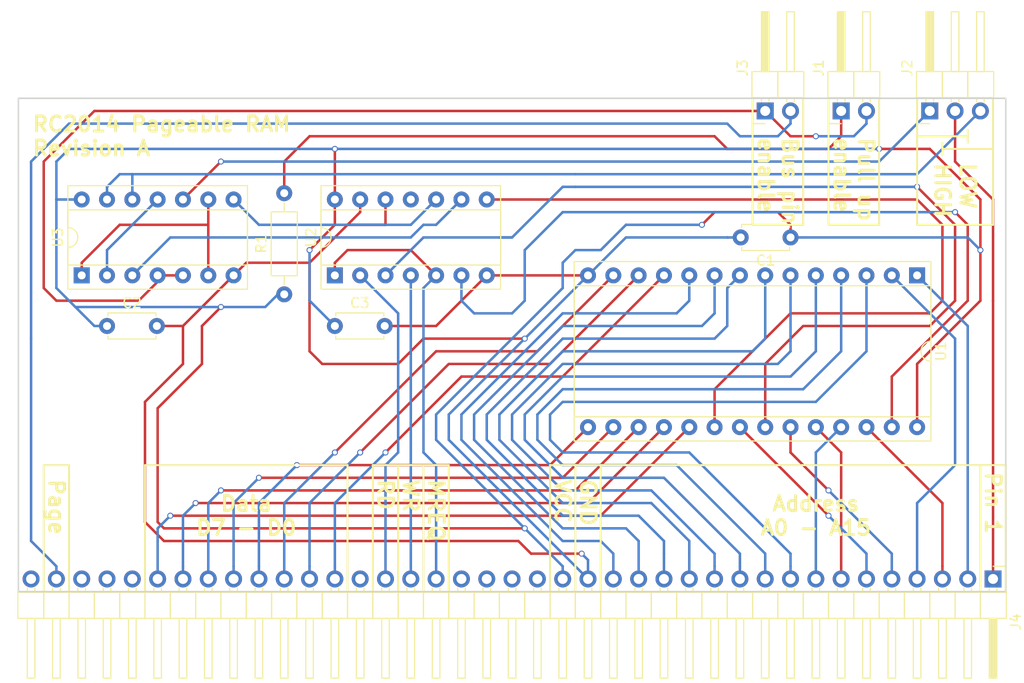
<source format=kicad_pcb>
(kicad_pcb (version 4) (host pcbnew 4.0.6)

  (general
    (links 59)
    (no_connects 0)
    (area 88.824999 100.254999 188.035001 149.935001)
    (thickness 1.6)
    (drawings 51)
    (tracks 371)
    (zones 0)
    (modules 11)
    (nets 42)
  )

  (page A4)
  (layers
    (0 F.Cu signal)
    (31 B.Cu signal)
    (32 B.Adhes user)
    (33 F.Adhes user)
    (34 B.Paste user)
    (35 F.Paste user)
    (36 B.SilkS user)
    (37 F.SilkS user)
    (38 B.Mask user)
    (39 F.Mask user)
    (40 Dwgs.User user)
    (41 Cmts.User user)
    (42 Eco1.User user)
    (43 Eco2.User user)
    (44 Edge.Cuts user)
    (45 Margin user)
    (46 B.CrtYd user)
    (47 F.CrtYd user)
    (48 B.Fab user)
    (49 F.Fab user)
  )

  (setup
    (last_trace_width 0.25)
    (trace_clearance 0.2)
    (zone_clearance 0.508)
    (zone_45_only no)
    (trace_min 0.2)
    (segment_width 0.2)
    (edge_width 0.15)
    (via_size 0.6)
    (via_drill 0.4)
    (via_min_size 0.4)
    (via_min_drill 0.3)
    (uvia_size 0.3)
    (uvia_drill 0.1)
    (uvias_allowed no)
    (uvia_min_size 0.2)
    (uvia_min_drill 0.1)
    (pcb_text_width 0.3)
    (pcb_text_size 1.5 1.5)
    (mod_edge_width 0.15)
    (mod_text_size 1 1)
    (mod_text_width 0.15)
    (pad_size 1.524 1.524)
    (pad_drill 0.762)
    (pad_to_mask_clearance 0.2)
    (aux_axis_origin 0 0)
    (visible_elements 7FFFFFFF)
    (pcbplotparams
      (layerselection 0x00030_80000001)
      (usegerberextensions false)
      (excludeedgelayer true)
      (linewidth 0.100000)
      (plotframeref false)
      (viasonmask false)
      (mode 1)
      (useauxorigin false)
      (hpglpennumber 1)
      (hpglpenspeed 20)
      (hpglpendiameter 15)
      (hpglpenoverlay 2)
      (psnegative false)
      (psa4output false)
      (plotreference true)
      (plotvalue true)
      (plotinvisibletext false)
      (padsonsilk false)
      (subtractmaskfromsilk false)
      (outputformat 1)
      (mirror false)
      (drillshape 1)
      (scaleselection 1)
      (outputdirectory ""))
  )

  (net 0 "")
  (net 1 EN)
  (net 2 VCC)
  (net 3 HIGH)
  (net 4 A15)
  (net 5 LOW)
  (net 6 PAGE)
  (net 7 A14)
  (net 8 A13)
  (net 9 A12)
  (net 10 A11)
  (net 11 A10)
  (net 12 A9)
  (net 13 A8)
  (net 14 A7)
  (net 15 A6)
  (net 16 A5)
  (net 17 A4)
  (net 18 A3)
  (net 19 A2)
  (net 20 A1)
  (net 21 A0)
  (net 22 GND)
  (net 23 MREQ)
  (net 24 WR)
  (net 25 RD)
  (net 26 D0)
  (net 27 D1)
  (net 28 D2)
  (net 29 D3)
  (net 30 D4)
  (net 31 D5)
  (net 32 D6)
  (net 33 D7)
  (net 34 CS)
  (net 35 "Net-(U1-Pad22)")
  (net 36 "Net-(U2-Pad9)")
  (net 37 "Net-(U2-Pad10)")
  (net 38 "Net-(U3-Pad11)")
  (net 39 "Net-(J3-Pad2)")
  (net 40 "Net-(J1-Pad1)")
  (net 41 "Net-(U1-Pad27)")

  (net_class Default "This is the default net class."
    (clearance 0.2)
    (trace_width 0.25)
    (via_dia 0.6)
    (via_drill 0.4)
    (uvia_dia 0.3)
    (uvia_drill 0.1)
    (add_net A0)
    (add_net A1)
    (add_net A10)
    (add_net A11)
    (add_net A12)
    (add_net A13)
    (add_net A14)
    (add_net A15)
    (add_net A2)
    (add_net A3)
    (add_net A4)
    (add_net A5)
    (add_net A6)
    (add_net A7)
    (add_net A8)
    (add_net A9)
    (add_net CS)
    (add_net D0)
    (add_net D1)
    (add_net D2)
    (add_net D3)
    (add_net D4)
    (add_net D5)
    (add_net D6)
    (add_net D7)
    (add_net EN)
    (add_net GND)
    (add_net HIGH)
    (add_net LOW)
    (add_net MREQ)
    (add_net "Net-(J1-Pad1)")
    (add_net "Net-(J3-Pad2)")
    (add_net "Net-(U1-Pad22)")
    (add_net "Net-(U1-Pad27)")
    (add_net "Net-(U2-Pad10)")
    (add_net "Net-(U2-Pad9)")
    (add_net "Net-(U3-Pad11)")
    (add_net PAGE)
    (add_net RD)
    (add_net VCC)
    (add_net WR)
  )

  (module Pin_Headers:Pin_Header_Angled_1x02_Pitch2.54mm (layer F.Cu) (tedit 590DA12B) (tstamp 590A3A80)
    (at 171.45 101.6 90)
    (descr "Through hole angled pin header, 1x02, 2.54mm pitch, 6mm pin length, single row")
    (tags "Through hole angled pin header THT 1x02 2.54mm single row")
    (path /590C6113)
    (fp_text reference J1 (at 4.315 -2.27 90) (layer F.SilkS)
      (effects (font (size 1 1) (thickness 0.15)))
    )
    (fp_text value "Page PullUp" (at 6.35 5.08 270) (layer F.Fab)
      (effects (font (size 1 1) (thickness 0.15)))
    )
    (fp_line (start 1.4 -1.27) (end 1.4 1.27) (layer F.Fab) (width 0.1))
    (fp_line (start 1.4 1.27) (end 3.9 1.27) (layer F.Fab) (width 0.1))
    (fp_line (start 3.9 1.27) (end 3.9 -1.27) (layer F.Fab) (width 0.1))
    (fp_line (start 3.9 -1.27) (end 1.4 -1.27) (layer F.Fab) (width 0.1))
    (fp_line (start 0 -0.32) (end 0 0.32) (layer F.Fab) (width 0.1))
    (fp_line (start 0 0.32) (end 9.9 0.32) (layer F.Fab) (width 0.1))
    (fp_line (start 9.9 0.32) (end 9.9 -0.32) (layer F.Fab) (width 0.1))
    (fp_line (start 9.9 -0.32) (end 0 -0.32) (layer F.Fab) (width 0.1))
    (fp_line (start 1.4 1.27) (end 1.4 3.81) (layer F.Fab) (width 0.1))
    (fp_line (start 1.4 3.81) (end 3.9 3.81) (layer F.Fab) (width 0.1))
    (fp_line (start 3.9 3.81) (end 3.9 1.27) (layer F.Fab) (width 0.1))
    (fp_line (start 3.9 1.27) (end 1.4 1.27) (layer F.Fab) (width 0.1))
    (fp_line (start 0 2.22) (end 0 2.86) (layer F.Fab) (width 0.1))
    (fp_line (start 0 2.86) (end 9.9 2.86) (layer F.Fab) (width 0.1))
    (fp_line (start 9.9 2.86) (end 9.9 2.22) (layer F.Fab) (width 0.1))
    (fp_line (start 9.9 2.22) (end 0 2.22) (layer F.Fab) (width 0.1))
    (fp_line (start 1.34 -1.33) (end 1.34 1.27) (layer F.SilkS) (width 0.12))
    (fp_line (start 1.34 1.27) (end 3.96 1.27) (layer F.SilkS) (width 0.12))
    (fp_line (start 3.96 1.27) (end 3.96 -1.33) (layer F.SilkS) (width 0.12))
    (fp_line (start 3.96 -1.33) (end 1.34 -1.33) (layer F.SilkS) (width 0.12))
    (fp_line (start 3.96 -0.38) (end 3.96 0.38) (layer F.SilkS) (width 0.12))
    (fp_line (start 3.96 0.38) (end 9.96 0.38) (layer F.SilkS) (width 0.12))
    (fp_line (start 9.96 0.38) (end 9.96 -0.38) (layer F.SilkS) (width 0.12))
    (fp_line (start 9.96 -0.38) (end 3.96 -0.38) (layer F.SilkS) (width 0.12))
    (fp_line (start 0.91 -0.38) (end 1.34 -0.38) (layer F.SilkS) (width 0.12))
    (fp_line (start 0.91 0.38) (end 1.34 0.38) (layer F.SilkS) (width 0.12))
    (fp_line (start 3.96 -0.26) (end 9.96 -0.26) (layer F.SilkS) (width 0.12))
    (fp_line (start 3.96 -0.14) (end 9.96 -0.14) (layer F.SilkS) (width 0.12))
    (fp_line (start 3.96 -0.02) (end 9.96 -0.02) (layer F.SilkS) (width 0.12))
    (fp_line (start 3.96 0.1) (end 9.96 0.1) (layer F.SilkS) (width 0.12))
    (fp_line (start 3.96 0.22) (end 9.96 0.22) (layer F.SilkS) (width 0.12))
    (fp_line (start 3.96 0.34) (end 9.96 0.34) (layer F.SilkS) (width 0.12))
    (fp_line (start 1.34 1.27) (end 1.34 3.87) (layer F.SilkS) (width 0.12))
    (fp_line (start 1.34 3.87) (end 3.96 3.87) (layer F.SilkS) (width 0.12))
    (fp_line (start 3.96 3.87) (end 3.96 1.27) (layer F.SilkS) (width 0.12))
    (fp_line (start 3.96 1.27) (end 1.34 1.27) (layer F.SilkS) (width 0.12))
    (fp_line (start 3.96 2.16) (end 3.96 2.92) (layer F.SilkS) (width 0.12))
    (fp_line (start 3.96 2.92) (end 9.96 2.92) (layer F.SilkS) (width 0.12))
    (fp_line (start 9.96 2.92) (end 9.96 2.16) (layer F.SilkS) (width 0.12))
    (fp_line (start 9.96 2.16) (end 3.96 2.16) (layer F.SilkS) (width 0.12))
    (fp_line (start 0.91 2.16) (end 1.34 2.16) (layer F.SilkS) (width 0.12))
    (fp_line (start 0.91 2.92) (end 1.34 2.92) (layer F.SilkS) (width 0.12))
    (fp_line (start -1.27 0) (end -1.27 -1.27) (layer F.SilkS) (width 0.12))
    (fp_line (start -1.27 -1.27) (end 0 -1.27) (layer F.SilkS) (width 0.12))
    (fp_line (start -1.8 -1.8) (end -1.8 4.35) (layer F.CrtYd) (width 0.05))
    (fp_line (start -1.8 4.35) (end 10.4 4.35) (layer F.CrtYd) (width 0.05))
    (fp_line (start 10.4 4.35) (end 10.4 -1.8) (layer F.CrtYd) (width 0.05))
    (fp_line (start 10.4 -1.8) (end -1.8 -1.8) (layer F.CrtYd) (width 0.05))
    (fp_text user %R (at 4.315 -2.27 90) (layer F.Fab)
      (effects (font (size 1 1) (thickness 0.15)))
    )
    (pad 1 thru_hole rect (at 0 0 90) (size 1.7 1.7) (drill 1) (layers *.Cu *.Mask)
      (net 40 "Net-(J1-Pad1)"))
    (pad 2 thru_hole oval (at 0 2.54 90) (size 1.7 1.7) (drill 1) (layers *.Cu *.Mask)
      (net 6 PAGE))
    (model ${KISYS3DMOD}/Pin_Headers.3dshapes/Pin_Header_Angled_1x02_Pitch2.54mm.wrl
      (at (xyz 0 -0.05 0))
      (scale (xyz 1 1 1))
      (rotate (xyz 0 0 90))
    )
  )

  (module Pin_Headers:Pin_Header_Angled_1x03_Pitch2.54mm (layer F.Cu) (tedit 590DA12D) (tstamp 590A3A87)
    (at 180.34 101.6 90)
    (descr "Through hole angled pin header, 1x03, 2.54mm pitch, 6mm pin length, single row")
    (tags "Through hole angled pin header THT 1x03 2.54mm single row")
    (path /590AB847)
    (fp_text reference J2 (at 4.315 -2.27 90) (layer F.SilkS)
      (effects (font (size 1 1) (thickness 0.15)))
    )
    (fp_text value "HIGH | LOW" (at 6.35 7.62 270) (layer F.Fab)
      (effects (font (size 1 1) (thickness 0.15)))
    )
    (fp_line (start 1.4 -1.27) (end 1.4 1.27) (layer F.Fab) (width 0.1))
    (fp_line (start 1.4 1.27) (end 3.9 1.27) (layer F.Fab) (width 0.1))
    (fp_line (start 3.9 1.27) (end 3.9 -1.27) (layer F.Fab) (width 0.1))
    (fp_line (start 3.9 -1.27) (end 1.4 -1.27) (layer F.Fab) (width 0.1))
    (fp_line (start 0 -0.32) (end 0 0.32) (layer F.Fab) (width 0.1))
    (fp_line (start 0 0.32) (end 9.9 0.32) (layer F.Fab) (width 0.1))
    (fp_line (start 9.9 0.32) (end 9.9 -0.32) (layer F.Fab) (width 0.1))
    (fp_line (start 9.9 -0.32) (end 0 -0.32) (layer F.Fab) (width 0.1))
    (fp_line (start 1.4 1.27) (end 1.4 3.81) (layer F.Fab) (width 0.1))
    (fp_line (start 1.4 3.81) (end 3.9 3.81) (layer F.Fab) (width 0.1))
    (fp_line (start 3.9 3.81) (end 3.9 1.27) (layer F.Fab) (width 0.1))
    (fp_line (start 3.9 1.27) (end 1.4 1.27) (layer F.Fab) (width 0.1))
    (fp_line (start 0 2.22) (end 0 2.86) (layer F.Fab) (width 0.1))
    (fp_line (start 0 2.86) (end 9.9 2.86) (layer F.Fab) (width 0.1))
    (fp_line (start 9.9 2.86) (end 9.9 2.22) (layer F.Fab) (width 0.1))
    (fp_line (start 9.9 2.22) (end 0 2.22) (layer F.Fab) (width 0.1))
    (fp_line (start 1.4 3.81) (end 1.4 6.35) (layer F.Fab) (width 0.1))
    (fp_line (start 1.4 6.35) (end 3.9 6.35) (layer F.Fab) (width 0.1))
    (fp_line (start 3.9 6.35) (end 3.9 3.81) (layer F.Fab) (width 0.1))
    (fp_line (start 3.9 3.81) (end 1.4 3.81) (layer F.Fab) (width 0.1))
    (fp_line (start 0 4.76) (end 0 5.4) (layer F.Fab) (width 0.1))
    (fp_line (start 0 5.4) (end 9.9 5.4) (layer F.Fab) (width 0.1))
    (fp_line (start 9.9 5.4) (end 9.9 4.76) (layer F.Fab) (width 0.1))
    (fp_line (start 9.9 4.76) (end 0 4.76) (layer F.Fab) (width 0.1))
    (fp_line (start 1.34 -1.33) (end 1.34 1.27) (layer F.SilkS) (width 0.12))
    (fp_line (start 1.34 1.27) (end 3.96 1.27) (layer F.SilkS) (width 0.12))
    (fp_line (start 3.96 1.27) (end 3.96 -1.33) (layer F.SilkS) (width 0.12))
    (fp_line (start 3.96 -1.33) (end 1.34 -1.33) (layer F.SilkS) (width 0.12))
    (fp_line (start 3.96 -0.38) (end 3.96 0.38) (layer F.SilkS) (width 0.12))
    (fp_line (start 3.96 0.38) (end 9.96 0.38) (layer F.SilkS) (width 0.12))
    (fp_line (start 9.96 0.38) (end 9.96 -0.38) (layer F.SilkS) (width 0.12))
    (fp_line (start 9.96 -0.38) (end 3.96 -0.38) (layer F.SilkS) (width 0.12))
    (fp_line (start 0.91 -0.38) (end 1.34 -0.38) (layer F.SilkS) (width 0.12))
    (fp_line (start 0.91 0.38) (end 1.34 0.38) (layer F.SilkS) (width 0.12))
    (fp_line (start 3.96 -0.26) (end 9.96 -0.26) (layer F.SilkS) (width 0.12))
    (fp_line (start 3.96 -0.14) (end 9.96 -0.14) (layer F.SilkS) (width 0.12))
    (fp_line (start 3.96 -0.02) (end 9.96 -0.02) (layer F.SilkS) (width 0.12))
    (fp_line (start 3.96 0.1) (end 9.96 0.1) (layer F.SilkS) (width 0.12))
    (fp_line (start 3.96 0.22) (end 9.96 0.22) (layer F.SilkS) (width 0.12))
    (fp_line (start 3.96 0.34) (end 9.96 0.34) (layer F.SilkS) (width 0.12))
    (fp_line (start 1.34 1.27) (end 1.34 3.81) (layer F.SilkS) (width 0.12))
    (fp_line (start 1.34 3.81) (end 3.96 3.81) (layer F.SilkS) (width 0.12))
    (fp_line (start 3.96 3.81) (end 3.96 1.27) (layer F.SilkS) (width 0.12))
    (fp_line (start 3.96 1.27) (end 1.34 1.27) (layer F.SilkS) (width 0.12))
    (fp_line (start 3.96 2.16) (end 3.96 2.92) (layer F.SilkS) (width 0.12))
    (fp_line (start 3.96 2.92) (end 9.96 2.92) (layer F.SilkS) (width 0.12))
    (fp_line (start 9.96 2.92) (end 9.96 2.16) (layer F.SilkS) (width 0.12))
    (fp_line (start 9.96 2.16) (end 3.96 2.16) (layer F.SilkS) (width 0.12))
    (fp_line (start 0.91 2.16) (end 1.34 2.16) (layer F.SilkS) (width 0.12))
    (fp_line (start 0.91 2.92) (end 1.34 2.92) (layer F.SilkS) (width 0.12))
    (fp_line (start 1.34 3.81) (end 1.34 6.41) (layer F.SilkS) (width 0.12))
    (fp_line (start 1.34 6.41) (end 3.96 6.41) (layer F.SilkS) (width 0.12))
    (fp_line (start 3.96 6.41) (end 3.96 3.81) (layer F.SilkS) (width 0.12))
    (fp_line (start 3.96 3.81) (end 1.34 3.81) (layer F.SilkS) (width 0.12))
    (fp_line (start 3.96 4.7) (end 3.96 5.46) (layer F.SilkS) (width 0.12))
    (fp_line (start 3.96 5.46) (end 9.96 5.46) (layer F.SilkS) (width 0.12))
    (fp_line (start 9.96 5.46) (end 9.96 4.7) (layer F.SilkS) (width 0.12))
    (fp_line (start 9.96 4.7) (end 3.96 4.7) (layer F.SilkS) (width 0.12))
    (fp_line (start 0.91 4.7) (end 1.34 4.7) (layer F.SilkS) (width 0.12))
    (fp_line (start 0.91 5.46) (end 1.34 5.46) (layer F.SilkS) (width 0.12))
    (fp_line (start -1.27 0) (end -1.27 -1.27) (layer F.SilkS) (width 0.12))
    (fp_line (start -1.27 -1.27) (end 0 -1.27) (layer F.SilkS) (width 0.12))
    (fp_line (start -1.8 -1.8) (end -1.8 6.85) (layer F.CrtYd) (width 0.05))
    (fp_line (start -1.8 6.85) (end 10.4 6.85) (layer F.CrtYd) (width 0.05))
    (fp_line (start 10.4 6.85) (end 10.4 -1.8) (layer F.CrtYd) (width 0.05))
    (fp_line (start 10.4 -1.8) (end -1.8 -1.8) (layer F.CrtYd) (width 0.05))
    (fp_text user %R (at 4.315 -2.27 90) (layer F.Fab)
      (effects (font (size 1 1) (thickness 0.15)))
    )
    (pad 1 thru_hole rect (at 0 0 90) (size 1.7 1.7) (drill 1) (layers *.Cu *.Mask)
      (net 3 HIGH))
    (pad 2 thru_hole oval (at 0 2.54 90) (size 1.7 1.7) (drill 1) (layers *.Cu *.Mask)
      (net 4 A15))
    (pad 3 thru_hole oval (at 0 5.08 90) (size 1.7 1.7) (drill 1) (layers *.Cu *.Mask)
      (net 5 LOW))
    (model ${KISYS3DMOD}/Pin_Headers.3dshapes/Pin_Header_Angled_1x03_Pitch2.54mm.wrl
      (at (xyz 0 -0.1 0))
      (scale (xyz 1 1 1))
      (rotate (xyz 0 0 90))
    )
  )

  (module Resistors_THT:R_Axial_DIN0207_L6.3mm_D2.5mm_P10.16mm_Horizontal (layer F.Cu) (tedit 5874F706) (tstamp 590A3AC0)
    (at 115.57 120.015 90)
    (descr "Resistor, Axial_DIN0207 series, Axial, Horizontal, pin pitch=10.16mm, 0.25W = 1/4W, length*diameter=6.3*2.5mm^2, http://cdn-reichelt.de/documents/datenblatt/B400/1_4W%23YAG.pdf")
    (tags "Resistor Axial_DIN0207 series Axial Horizontal pin pitch 10.16mm 0.25W = 1/4W length 6.3mm diameter 2.5mm")
    (path /590BED30)
    (fp_text reference R1 (at 5.08 -2.31 90) (layer F.SilkS)
      (effects (font (size 1 1) (thickness 0.15)))
    )
    (fp_text value 10k (at 5.08 2.31 90) (layer F.Fab)
      (effects (font (size 1 1) (thickness 0.15)))
    )
    (fp_line (start 1.93 -1.25) (end 1.93 1.25) (layer F.Fab) (width 0.1))
    (fp_line (start 1.93 1.25) (end 8.23 1.25) (layer F.Fab) (width 0.1))
    (fp_line (start 8.23 1.25) (end 8.23 -1.25) (layer F.Fab) (width 0.1))
    (fp_line (start 8.23 -1.25) (end 1.93 -1.25) (layer F.Fab) (width 0.1))
    (fp_line (start 0 0) (end 1.93 0) (layer F.Fab) (width 0.1))
    (fp_line (start 10.16 0) (end 8.23 0) (layer F.Fab) (width 0.1))
    (fp_line (start 1.87 -1.31) (end 1.87 1.31) (layer F.SilkS) (width 0.12))
    (fp_line (start 1.87 1.31) (end 8.29 1.31) (layer F.SilkS) (width 0.12))
    (fp_line (start 8.29 1.31) (end 8.29 -1.31) (layer F.SilkS) (width 0.12))
    (fp_line (start 8.29 -1.31) (end 1.87 -1.31) (layer F.SilkS) (width 0.12))
    (fp_line (start 0.98 0) (end 1.87 0) (layer F.SilkS) (width 0.12))
    (fp_line (start 9.18 0) (end 8.29 0) (layer F.SilkS) (width 0.12))
    (fp_line (start -1.05 -1.6) (end -1.05 1.6) (layer F.CrtYd) (width 0.05))
    (fp_line (start -1.05 1.6) (end 11.25 1.6) (layer F.CrtYd) (width 0.05))
    (fp_line (start 11.25 1.6) (end 11.25 -1.6) (layer F.CrtYd) (width 0.05))
    (fp_line (start 11.25 -1.6) (end -1.05 -1.6) (layer F.CrtYd) (width 0.05))
    (pad 1 thru_hole circle (at 0 0 90) (size 1.6 1.6) (drill 0.8) (layers *.Cu *.Mask)
      (net 2 VCC))
    (pad 2 thru_hole oval (at 10.16 0 90) (size 1.6 1.6) (drill 0.8) (layers *.Cu *.Mask)
      (net 40 "Net-(J1-Pad1)"))
    (model Resistors_THT.3dshapes/R_Axial_DIN0207_L6.3mm_D2.5mm_P10.16mm_Horizontal.wrl
      (at (xyz 0 0 0))
      (scale (xyz 0.393701 0.393701 0.393701))
      (rotate (xyz 0 0 0))
    )
  )

  (module Housings_DIP:DIP-28_W15.24mm_Socket (layer F.Cu) (tedit 58CC8E2F) (tstamp 590A3AE0)
    (at 179.07 118.11 270)
    (descr "28-lead dip package, row spacing 15.24 mm (600 mils), Socket")
    (tags "DIL DIP PDIP 2.54mm 15.24mm 600mil Socket")
    (path /590A1931)
    (fp_text reference U1 (at 7.62 -2.39 270) (layer F.SilkS)
      (effects (font (size 1 1) (thickness 0.15)))
    )
    (fp_text value HM62256BLP-7 (at 7.62 35.41 270) (layer F.Fab)
      (effects (font (size 1 1) (thickness 0.15)))
    )
    (fp_text user %R (at 7.62 16.51 270) (layer F.Fab)
      (effects (font (size 1 1) (thickness 0.15)))
    )
    (fp_line (start 1.255 -1.27) (end 14.985 -1.27) (layer F.Fab) (width 0.1))
    (fp_line (start 14.985 -1.27) (end 14.985 34.29) (layer F.Fab) (width 0.1))
    (fp_line (start 14.985 34.29) (end 0.255 34.29) (layer F.Fab) (width 0.1))
    (fp_line (start 0.255 34.29) (end 0.255 -0.27) (layer F.Fab) (width 0.1))
    (fp_line (start 0.255 -0.27) (end 1.255 -1.27) (layer F.Fab) (width 0.1))
    (fp_line (start -1.27 -1.27) (end -1.27 34.29) (layer F.Fab) (width 0.1))
    (fp_line (start -1.27 34.29) (end 16.51 34.29) (layer F.Fab) (width 0.1))
    (fp_line (start 16.51 34.29) (end 16.51 -1.27) (layer F.Fab) (width 0.1))
    (fp_line (start 16.51 -1.27) (end -1.27 -1.27) (layer F.Fab) (width 0.1))
    (fp_line (start 6.62 -1.39) (end 1.04 -1.39) (layer F.SilkS) (width 0.12))
    (fp_line (start 1.04 -1.39) (end 1.04 34.41) (layer F.SilkS) (width 0.12))
    (fp_line (start 1.04 34.41) (end 14.2 34.41) (layer F.SilkS) (width 0.12))
    (fp_line (start 14.2 34.41) (end 14.2 -1.39) (layer F.SilkS) (width 0.12))
    (fp_line (start 14.2 -1.39) (end 8.62 -1.39) (layer F.SilkS) (width 0.12))
    (fp_line (start -1.39 -1.39) (end -1.39 34.41) (layer F.SilkS) (width 0.12))
    (fp_line (start -1.39 34.41) (end 16.63 34.41) (layer F.SilkS) (width 0.12))
    (fp_line (start 16.63 34.41) (end 16.63 -1.39) (layer F.SilkS) (width 0.12))
    (fp_line (start 16.63 -1.39) (end -1.39 -1.39) (layer F.SilkS) (width 0.12))
    (fp_line (start -1.7 -1.7) (end -1.7 34.7) (layer F.CrtYd) (width 0.05))
    (fp_line (start -1.7 34.7) (end 16.9 34.7) (layer F.CrtYd) (width 0.05))
    (fp_line (start 16.9 34.7) (end 16.9 -1.7) (layer F.CrtYd) (width 0.05))
    (fp_line (start 16.9 -1.7) (end -1.7 -1.7) (layer F.CrtYd) (width 0.05))
    (fp_arc (start 7.62 -1.39) (end 6.62 -1.39) (angle -180) (layer F.SilkS) (width 0.12))
    (pad 1 thru_hole rect (at 0 0 270) (size 1.6 1.6) (drill 0.8) (layers *.Cu *.Mask)
      (net 7 A14))
    (pad 15 thru_hole oval (at 15.24 33.02 270) (size 1.6 1.6) (drill 0.8) (layers *.Cu *.Mask)
      (net 29 D3))
    (pad 2 thru_hole oval (at 0 2.54 270) (size 1.6 1.6) (drill 0.8) (layers *.Cu *.Mask)
      (net 9 A12))
    (pad 16 thru_hole oval (at 15.24 30.48 270) (size 1.6 1.6) (drill 0.8) (layers *.Cu *.Mask)
      (net 30 D4))
    (pad 3 thru_hole oval (at 0 5.08 270) (size 1.6 1.6) (drill 0.8) (layers *.Cu *.Mask)
      (net 14 A7))
    (pad 17 thru_hole oval (at 15.24 27.94 270) (size 1.6 1.6) (drill 0.8) (layers *.Cu *.Mask)
      (net 31 D5))
    (pad 4 thru_hole oval (at 0 7.62 270) (size 1.6 1.6) (drill 0.8) (layers *.Cu *.Mask)
      (net 15 A6))
    (pad 18 thru_hole oval (at 15.24 25.4 270) (size 1.6 1.6) (drill 0.8) (layers *.Cu *.Mask)
      (net 32 D6))
    (pad 5 thru_hole oval (at 0 10.16 270) (size 1.6 1.6) (drill 0.8) (layers *.Cu *.Mask)
      (net 16 A5))
    (pad 19 thru_hole oval (at 15.24 22.86 270) (size 1.6 1.6) (drill 0.8) (layers *.Cu *.Mask)
      (net 33 D7))
    (pad 6 thru_hole oval (at 0 12.7 270) (size 1.6 1.6) (drill 0.8) (layers *.Cu *.Mask)
      (net 17 A4))
    (pad 20 thru_hole oval (at 15.24 20.32 270) (size 1.6 1.6) (drill 0.8) (layers *.Cu *.Mask)
      (net 34 CS))
    (pad 7 thru_hole oval (at 0 15.24 270) (size 1.6 1.6) (drill 0.8) (layers *.Cu *.Mask)
      (net 18 A3))
    (pad 21 thru_hole oval (at 15.24 17.78 270) (size 1.6 1.6) (drill 0.8) (layers *.Cu *.Mask)
      (net 11 A10))
    (pad 8 thru_hole oval (at 0 17.78 270) (size 1.6 1.6) (drill 0.8) (layers *.Cu *.Mask)
      (net 19 A2))
    (pad 22 thru_hole oval (at 15.24 15.24 270) (size 1.6 1.6) (drill 0.8) (layers *.Cu *.Mask)
      (net 35 "Net-(U1-Pad22)"))
    (pad 9 thru_hole oval (at 0 20.32 270) (size 1.6 1.6) (drill 0.8) (layers *.Cu *.Mask)
      (net 20 A1))
    (pad 23 thru_hole oval (at 15.24 12.7 270) (size 1.6 1.6) (drill 0.8) (layers *.Cu *.Mask)
      (net 10 A11))
    (pad 10 thru_hole oval (at 0 22.86 270) (size 1.6 1.6) (drill 0.8) (layers *.Cu *.Mask)
      (net 21 A0))
    (pad 24 thru_hole oval (at 15.24 10.16 270) (size 1.6 1.6) (drill 0.8) (layers *.Cu *.Mask)
      (net 12 A9))
    (pad 11 thru_hole oval (at 0 25.4 270) (size 1.6 1.6) (drill 0.8) (layers *.Cu *.Mask)
      (net 26 D0))
    (pad 25 thru_hole oval (at 15.24 7.62 270) (size 1.6 1.6) (drill 0.8) (layers *.Cu *.Mask)
      (net 13 A8))
    (pad 12 thru_hole oval (at 0 27.94 270) (size 1.6 1.6) (drill 0.8) (layers *.Cu *.Mask)
      (net 27 D1))
    (pad 26 thru_hole oval (at 15.24 5.08 270) (size 1.6 1.6) (drill 0.8) (layers *.Cu *.Mask)
      (net 8 A13))
    (pad 13 thru_hole oval (at 0 30.48 270) (size 1.6 1.6) (drill 0.8) (layers *.Cu *.Mask)
      (net 28 D2))
    (pad 27 thru_hole oval (at 15.24 2.54 270) (size 1.6 1.6) (drill 0.8) (layers *.Cu *.Mask)
      (net 41 "Net-(U1-Pad27)"))
    (pad 14 thru_hole oval (at 0 33.02 270) (size 1.6 1.6) (drill 0.8) (layers *.Cu *.Mask)
      (net 22 GND))
    (pad 28 thru_hole oval (at 15.24 0 270) (size 1.6 1.6) (drill 0.8) (layers *.Cu *.Mask)
      (net 2 VCC))
    (model Housings_DIP.3dshapes/DIP-28_W15.24mm_Socket.wrl
      (at (xyz 0 0 0))
      (scale (xyz 1 1 1))
      (rotate (xyz 0 0 0))
    )
  )

  (module Housings_DIP:DIP-14_W7.62mm_Socket (layer F.Cu) (tedit 58CC8E2C) (tstamp 590A3AF2)
    (at 120.65 118.11 90)
    (descr "14-lead dip package, row spacing 7.62 mm (300 mils), Socket")
    (tags "DIL DIP PDIP 2.54mm 7.62mm 300mil Socket")
    (path /590A1A7E)
    (fp_text reference U2 (at 3.81 -2.39 90) (layer F.SilkS)
      (effects (font (size 1 1) (thickness 0.15)))
    )
    (fp_text value 74LS32 (at 3.81 17.63 90) (layer F.Fab)
      (effects (font (size 1 1) (thickness 0.15)))
    )
    (fp_text user %R (at 3.81 7.62 90) (layer F.Fab)
      (effects (font (size 1 1) (thickness 0.15)))
    )
    (fp_line (start 1.635 -1.27) (end 6.985 -1.27) (layer F.Fab) (width 0.1))
    (fp_line (start 6.985 -1.27) (end 6.985 16.51) (layer F.Fab) (width 0.1))
    (fp_line (start 6.985 16.51) (end 0.635 16.51) (layer F.Fab) (width 0.1))
    (fp_line (start 0.635 16.51) (end 0.635 -0.27) (layer F.Fab) (width 0.1))
    (fp_line (start 0.635 -0.27) (end 1.635 -1.27) (layer F.Fab) (width 0.1))
    (fp_line (start -1.27 -1.27) (end -1.27 16.51) (layer F.Fab) (width 0.1))
    (fp_line (start -1.27 16.51) (end 8.89 16.51) (layer F.Fab) (width 0.1))
    (fp_line (start 8.89 16.51) (end 8.89 -1.27) (layer F.Fab) (width 0.1))
    (fp_line (start 8.89 -1.27) (end -1.27 -1.27) (layer F.Fab) (width 0.1))
    (fp_line (start 2.81 -1.39) (end 1.04 -1.39) (layer F.SilkS) (width 0.12))
    (fp_line (start 1.04 -1.39) (end 1.04 16.63) (layer F.SilkS) (width 0.12))
    (fp_line (start 1.04 16.63) (end 6.58 16.63) (layer F.SilkS) (width 0.12))
    (fp_line (start 6.58 16.63) (end 6.58 -1.39) (layer F.SilkS) (width 0.12))
    (fp_line (start 6.58 -1.39) (end 4.81 -1.39) (layer F.SilkS) (width 0.12))
    (fp_line (start -1.39 -1.39) (end -1.39 16.63) (layer F.SilkS) (width 0.12))
    (fp_line (start -1.39 16.63) (end 9.01 16.63) (layer F.SilkS) (width 0.12))
    (fp_line (start 9.01 16.63) (end 9.01 -1.39) (layer F.SilkS) (width 0.12))
    (fp_line (start 9.01 -1.39) (end -1.39 -1.39) (layer F.SilkS) (width 0.12))
    (fp_line (start -1.7 -1.7) (end -1.7 16.9) (layer F.CrtYd) (width 0.05))
    (fp_line (start -1.7 16.9) (end 9.3 16.9) (layer F.CrtYd) (width 0.05))
    (fp_line (start 9.3 16.9) (end 9.3 -1.7) (layer F.CrtYd) (width 0.05))
    (fp_line (start 9.3 -1.7) (end -1.7 -1.7) (layer F.CrtYd) (width 0.05))
    (fp_arc (start 3.81 -1.39) (end 2.81 -1.39) (angle -180) (layer F.SilkS) (width 0.12))
    (pad 1 thru_hole rect (at 0 0 90) (size 1.6 1.6) (drill 0.8) (layers *.Cu *.Mask)
      (net 23 MREQ))
    (pad 8 thru_hole oval (at 7.62 15.24 90) (size 1.6 1.6) (drill 0.8) (layers *.Cu *.Mask)
      (net 34 CS))
    (pad 2 thru_hole oval (at 0 2.54 90) (size 1.6 1.6) (drill 0.8) (layers *.Cu *.Mask)
      (net 25 RD))
    (pad 9 thru_hole oval (at 7.62 12.7 90) (size 1.6 1.6) (drill 0.8) (layers *.Cu *.Mask)
      (net 36 "Net-(U2-Pad9)"))
    (pad 3 thru_hole oval (at 0 5.08 90) (size 1.6 1.6) (drill 0.8) (layers *.Cu *.Mask)
      (net 35 "Net-(U1-Pad22)"))
    (pad 10 thru_hole oval (at 7.62 10.16 90) (size 1.6 1.6) (drill 0.8) (layers *.Cu *.Mask)
      (net 37 "Net-(U2-Pad10)"))
    (pad 4 thru_hole oval (at 0 7.62 90) (size 1.6 1.6) (drill 0.8) (layers *.Cu *.Mask)
      (net 24 WR))
    (pad 11 thru_hole oval (at 7.62 7.62 90) (size 1.6 1.6) (drill 0.8) (layers *.Cu *.Mask))
    (pad 5 thru_hole oval (at 0 10.16 90) (size 1.6 1.6) (drill 0.8) (layers *.Cu *.Mask)
      (net 23 MREQ))
    (pad 12 thru_hole oval (at 7.62 5.08 90) (size 1.6 1.6) (drill 0.8) (layers *.Cu *.Mask)
      (net 22 GND))
    (pad 6 thru_hole oval (at 0 12.7 90) (size 1.6 1.6) (drill 0.8) (layers *.Cu *.Mask)
      (net 41 "Net-(U1-Pad27)"))
    (pad 13 thru_hole oval (at 7.62 2.54 90) (size 1.6 1.6) (drill 0.8) (layers *.Cu *.Mask)
      (net 22 GND))
    (pad 7 thru_hole oval (at 0 15.24 90) (size 1.6 1.6) (drill 0.8) (layers *.Cu *.Mask)
      (net 22 GND))
    (pad 14 thru_hole oval (at 7.62 0 90) (size 1.6 1.6) (drill 0.8) (layers *.Cu *.Mask)
      (net 2 VCC))
    (model Housings_DIP.3dshapes/DIP-14_W7.62mm_Socket.wrl
      (at (xyz 0 0 0))
      (scale (xyz 1 1 1))
      (rotate (xyz 0 0 0))
    )
  )

  (module Housings_DIP:DIP-14_W7.62mm_Socket (layer F.Cu) (tedit 58CC8E2C) (tstamp 590A3B04)
    (at 95.25 118.11 90)
    (descr "14-lead dip package, row spacing 7.62 mm (300 mils), Socket")
    (tags "DIL DIP PDIP 2.54mm 7.62mm 300mil Socket")
    (path /590A696C)
    (fp_text reference U3 (at 3.81 -2.39 90) (layer F.SilkS)
      (effects (font (size 1 1) (thickness 0.15)))
    )
    (fp_text value 74HCT00 (at 3.81 17.63 90) (layer F.Fab)
      (effects (font (size 1 1) (thickness 0.15)))
    )
    (fp_text user %R (at 3.81 7.62 90) (layer F.Fab)
      (effects (font (size 1 1) (thickness 0.15)))
    )
    (fp_line (start 1.635 -1.27) (end 6.985 -1.27) (layer F.Fab) (width 0.1))
    (fp_line (start 6.985 -1.27) (end 6.985 16.51) (layer F.Fab) (width 0.1))
    (fp_line (start 6.985 16.51) (end 0.635 16.51) (layer F.Fab) (width 0.1))
    (fp_line (start 0.635 16.51) (end 0.635 -0.27) (layer F.Fab) (width 0.1))
    (fp_line (start 0.635 -0.27) (end 1.635 -1.27) (layer F.Fab) (width 0.1))
    (fp_line (start -1.27 -1.27) (end -1.27 16.51) (layer F.Fab) (width 0.1))
    (fp_line (start -1.27 16.51) (end 8.89 16.51) (layer F.Fab) (width 0.1))
    (fp_line (start 8.89 16.51) (end 8.89 -1.27) (layer F.Fab) (width 0.1))
    (fp_line (start 8.89 -1.27) (end -1.27 -1.27) (layer F.Fab) (width 0.1))
    (fp_line (start 2.81 -1.39) (end 1.04 -1.39) (layer F.SilkS) (width 0.12))
    (fp_line (start 1.04 -1.39) (end 1.04 16.63) (layer F.SilkS) (width 0.12))
    (fp_line (start 1.04 16.63) (end 6.58 16.63) (layer F.SilkS) (width 0.12))
    (fp_line (start 6.58 16.63) (end 6.58 -1.39) (layer F.SilkS) (width 0.12))
    (fp_line (start 6.58 -1.39) (end 4.81 -1.39) (layer F.SilkS) (width 0.12))
    (fp_line (start -1.39 -1.39) (end -1.39 16.63) (layer F.SilkS) (width 0.12))
    (fp_line (start -1.39 16.63) (end 9.01 16.63) (layer F.SilkS) (width 0.12))
    (fp_line (start 9.01 16.63) (end 9.01 -1.39) (layer F.SilkS) (width 0.12))
    (fp_line (start 9.01 -1.39) (end -1.39 -1.39) (layer F.SilkS) (width 0.12))
    (fp_line (start -1.7 -1.7) (end -1.7 16.9) (layer F.CrtYd) (width 0.05))
    (fp_line (start -1.7 16.9) (end 9.3 16.9) (layer F.CrtYd) (width 0.05))
    (fp_line (start 9.3 16.9) (end 9.3 -1.7) (layer F.CrtYd) (width 0.05))
    (fp_line (start 9.3 -1.7) (end -1.7 -1.7) (layer F.CrtYd) (width 0.05))
    (fp_arc (start 3.81 -1.39) (end 2.81 -1.39) (angle -180) (layer F.SilkS) (width 0.12))
    (pad 1 thru_hole rect (at 0 0 90) (size 1.6 1.6) (drill 0.8) (layers *.Cu *.Mask)
      (net 1 EN))
    (pad 8 thru_hole oval (at 7.62 15.24 90) (size 1.6 1.6) (drill 0.8) (layers *.Cu *.Mask)
      (net 37 "Net-(U2-Pad10)"))
    (pad 2 thru_hole oval (at 0 2.54 90) (size 1.6 1.6) (drill 0.8) (layers *.Cu *.Mask)
      (net 38 "Net-(U3-Pad11)"))
    (pad 9 thru_hole oval (at 7.62 12.7 90) (size 1.6 1.6) (drill 0.8) (layers *.Cu *.Mask)
      (net 1 EN))
    (pad 3 thru_hole oval (at 0 5.08 90) (size 1.6 1.6) (drill 0.8) (layers *.Cu *.Mask)
      (net 36 "Net-(U2-Pad9)"))
    (pad 10 thru_hole oval (at 7.62 10.16 90) (size 1.6 1.6) (drill 0.8) (layers *.Cu *.Mask)
      (net 3 HIGH))
    (pad 4 thru_hole oval (at 0 7.62 90) (size 1.6 1.6) (drill 0.8) (layers *.Cu *.Mask)
      (net 6 PAGE))
    (pad 11 thru_hole oval (at 7.62 7.62 90) (size 1.6 1.6) (drill 0.8) (layers *.Cu *.Mask)
      (net 38 "Net-(U3-Pad11)"))
    (pad 5 thru_hole oval (at 0 10.16 90) (size 1.6 1.6) (drill 0.8) (layers *.Cu *.Mask)
      (net 6 PAGE))
    (pad 12 thru_hole oval (at 7.62 5.08 90) (size 1.6 1.6) (drill 0.8) (layers *.Cu *.Mask)
      (net 5 LOW))
    (pad 6 thru_hole oval (at 0 12.7 90) (size 1.6 1.6) (drill 0.8) (layers *.Cu *.Mask)
      (net 1 EN))
    (pad 13 thru_hole oval (at 7.62 2.54 90) (size 1.6 1.6) (drill 0.8) (layers *.Cu *.Mask)
      (net 5 LOW))
    (pad 7 thru_hole oval (at 0 15.24 90) (size 1.6 1.6) (drill 0.8) (layers *.Cu *.Mask)
      (net 22 GND))
    (pad 14 thru_hole oval (at 7.62 0 90) (size 1.6 1.6) (drill 0.8) (layers *.Cu *.Mask)
      (net 2 VCC))
    (model Housings_DIP.3dshapes/DIP-14_W7.62mm_Socket.wrl
      (at (xyz 0 0 0))
      (scale (xyz 1 1 1))
      (rotate (xyz 0 0 0))
    )
  )

  (module Pin_Headers:Pin_Header_Angled_1x39_Pitch2.54mm (layer F.Cu) (tedit 58CD4EC5) (tstamp 590B3766)
    (at 186.69 148.59 270)
    (descr "Through hole angled pin header, 1x39, 2.54mm pitch, 6mm pin length, single row")
    (tags "Through hole angled pin header THT 1x39 2.54mm single row")
    (path /590B4CA1)
    (fp_text reference J4 (at 4.315 -2.27 270) (layer F.SilkS)
      (effects (font (size 1 1) (thickness 0.15)))
    )
    (fp_text value CONN_01X39 (at 4.315 98.79 270) (layer F.Fab)
      (effects (font (size 1 1) (thickness 0.15)))
    )
    (fp_line (start 1.4 -1.27) (end 1.4 1.27) (layer F.Fab) (width 0.1))
    (fp_line (start 1.4 1.27) (end 3.9 1.27) (layer F.Fab) (width 0.1))
    (fp_line (start 3.9 1.27) (end 3.9 -1.27) (layer F.Fab) (width 0.1))
    (fp_line (start 3.9 -1.27) (end 1.4 -1.27) (layer F.Fab) (width 0.1))
    (fp_line (start 0 -0.32) (end 0 0.32) (layer F.Fab) (width 0.1))
    (fp_line (start 0 0.32) (end 9.9 0.32) (layer F.Fab) (width 0.1))
    (fp_line (start 9.9 0.32) (end 9.9 -0.32) (layer F.Fab) (width 0.1))
    (fp_line (start 9.9 -0.32) (end 0 -0.32) (layer F.Fab) (width 0.1))
    (fp_line (start 1.4 1.27) (end 1.4 3.81) (layer F.Fab) (width 0.1))
    (fp_line (start 1.4 3.81) (end 3.9 3.81) (layer F.Fab) (width 0.1))
    (fp_line (start 3.9 3.81) (end 3.9 1.27) (layer F.Fab) (width 0.1))
    (fp_line (start 3.9 1.27) (end 1.4 1.27) (layer F.Fab) (width 0.1))
    (fp_line (start 0 2.22) (end 0 2.86) (layer F.Fab) (width 0.1))
    (fp_line (start 0 2.86) (end 9.9 2.86) (layer F.Fab) (width 0.1))
    (fp_line (start 9.9 2.86) (end 9.9 2.22) (layer F.Fab) (width 0.1))
    (fp_line (start 9.9 2.22) (end 0 2.22) (layer F.Fab) (width 0.1))
    (fp_line (start 1.4 3.81) (end 1.4 6.35) (layer F.Fab) (width 0.1))
    (fp_line (start 1.4 6.35) (end 3.9 6.35) (layer F.Fab) (width 0.1))
    (fp_line (start 3.9 6.35) (end 3.9 3.81) (layer F.Fab) (width 0.1))
    (fp_line (start 3.9 3.81) (end 1.4 3.81) (layer F.Fab) (width 0.1))
    (fp_line (start 0 4.76) (end 0 5.4) (layer F.Fab) (width 0.1))
    (fp_line (start 0 5.4) (end 9.9 5.4) (layer F.Fab) (width 0.1))
    (fp_line (start 9.9 5.4) (end 9.9 4.76) (layer F.Fab) (width 0.1))
    (fp_line (start 9.9 4.76) (end 0 4.76) (layer F.Fab) (width 0.1))
    (fp_line (start 1.4 6.35) (end 1.4 8.89) (layer F.Fab) (width 0.1))
    (fp_line (start 1.4 8.89) (end 3.9 8.89) (layer F.Fab) (width 0.1))
    (fp_line (start 3.9 8.89) (end 3.9 6.35) (layer F.Fab) (width 0.1))
    (fp_line (start 3.9 6.35) (end 1.4 6.35) (layer F.Fab) (width 0.1))
    (fp_line (start 0 7.3) (end 0 7.94) (layer F.Fab) (width 0.1))
    (fp_line (start 0 7.94) (end 9.9 7.94) (layer F.Fab) (width 0.1))
    (fp_line (start 9.9 7.94) (end 9.9 7.3) (layer F.Fab) (width 0.1))
    (fp_line (start 9.9 7.3) (end 0 7.3) (layer F.Fab) (width 0.1))
    (fp_line (start 1.4 8.89) (end 1.4 11.43) (layer F.Fab) (width 0.1))
    (fp_line (start 1.4 11.43) (end 3.9 11.43) (layer F.Fab) (width 0.1))
    (fp_line (start 3.9 11.43) (end 3.9 8.89) (layer F.Fab) (width 0.1))
    (fp_line (start 3.9 8.89) (end 1.4 8.89) (layer F.Fab) (width 0.1))
    (fp_line (start 0 9.84) (end 0 10.48) (layer F.Fab) (width 0.1))
    (fp_line (start 0 10.48) (end 9.9 10.48) (layer F.Fab) (width 0.1))
    (fp_line (start 9.9 10.48) (end 9.9 9.84) (layer F.Fab) (width 0.1))
    (fp_line (start 9.9 9.84) (end 0 9.84) (layer F.Fab) (width 0.1))
    (fp_line (start 1.4 11.43) (end 1.4 13.97) (layer F.Fab) (width 0.1))
    (fp_line (start 1.4 13.97) (end 3.9 13.97) (layer F.Fab) (width 0.1))
    (fp_line (start 3.9 13.97) (end 3.9 11.43) (layer F.Fab) (width 0.1))
    (fp_line (start 3.9 11.43) (end 1.4 11.43) (layer F.Fab) (width 0.1))
    (fp_line (start 0 12.38) (end 0 13.02) (layer F.Fab) (width 0.1))
    (fp_line (start 0 13.02) (end 9.9 13.02) (layer F.Fab) (width 0.1))
    (fp_line (start 9.9 13.02) (end 9.9 12.38) (layer F.Fab) (width 0.1))
    (fp_line (start 9.9 12.38) (end 0 12.38) (layer F.Fab) (width 0.1))
    (fp_line (start 1.4 13.97) (end 1.4 16.51) (layer F.Fab) (width 0.1))
    (fp_line (start 1.4 16.51) (end 3.9 16.51) (layer F.Fab) (width 0.1))
    (fp_line (start 3.9 16.51) (end 3.9 13.97) (layer F.Fab) (width 0.1))
    (fp_line (start 3.9 13.97) (end 1.4 13.97) (layer F.Fab) (width 0.1))
    (fp_line (start 0 14.92) (end 0 15.56) (layer F.Fab) (width 0.1))
    (fp_line (start 0 15.56) (end 9.9 15.56) (layer F.Fab) (width 0.1))
    (fp_line (start 9.9 15.56) (end 9.9 14.92) (layer F.Fab) (width 0.1))
    (fp_line (start 9.9 14.92) (end 0 14.92) (layer F.Fab) (width 0.1))
    (fp_line (start 1.4 16.51) (end 1.4 19.05) (layer F.Fab) (width 0.1))
    (fp_line (start 1.4 19.05) (end 3.9 19.05) (layer F.Fab) (width 0.1))
    (fp_line (start 3.9 19.05) (end 3.9 16.51) (layer F.Fab) (width 0.1))
    (fp_line (start 3.9 16.51) (end 1.4 16.51) (layer F.Fab) (width 0.1))
    (fp_line (start 0 17.46) (end 0 18.1) (layer F.Fab) (width 0.1))
    (fp_line (start 0 18.1) (end 9.9 18.1) (layer F.Fab) (width 0.1))
    (fp_line (start 9.9 18.1) (end 9.9 17.46) (layer F.Fab) (width 0.1))
    (fp_line (start 9.9 17.46) (end 0 17.46) (layer F.Fab) (width 0.1))
    (fp_line (start 1.4 19.05) (end 1.4 21.59) (layer F.Fab) (width 0.1))
    (fp_line (start 1.4 21.59) (end 3.9 21.59) (layer F.Fab) (width 0.1))
    (fp_line (start 3.9 21.59) (end 3.9 19.05) (layer F.Fab) (width 0.1))
    (fp_line (start 3.9 19.05) (end 1.4 19.05) (layer F.Fab) (width 0.1))
    (fp_line (start 0 20) (end 0 20.64) (layer F.Fab) (width 0.1))
    (fp_line (start 0 20.64) (end 9.9 20.64) (layer F.Fab) (width 0.1))
    (fp_line (start 9.9 20.64) (end 9.9 20) (layer F.Fab) (width 0.1))
    (fp_line (start 9.9 20) (end 0 20) (layer F.Fab) (width 0.1))
    (fp_line (start 1.4 21.59) (end 1.4 24.13) (layer F.Fab) (width 0.1))
    (fp_line (start 1.4 24.13) (end 3.9 24.13) (layer F.Fab) (width 0.1))
    (fp_line (start 3.9 24.13) (end 3.9 21.59) (layer F.Fab) (width 0.1))
    (fp_line (start 3.9 21.59) (end 1.4 21.59) (layer F.Fab) (width 0.1))
    (fp_line (start 0 22.54) (end 0 23.18) (layer F.Fab) (width 0.1))
    (fp_line (start 0 23.18) (end 9.9 23.18) (layer F.Fab) (width 0.1))
    (fp_line (start 9.9 23.18) (end 9.9 22.54) (layer F.Fab) (width 0.1))
    (fp_line (start 9.9 22.54) (end 0 22.54) (layer F.Fab) (width 0.1))
    (fp_line (start 1.4 24.13) (end 1.4 26.67) (layer F.Fab) (width 0.1))
    (fp_line (start 1.4 26.67) (end 3.9 26.67) (layer F.Fab) (width 0.1))
    (fp_line (start 3.9 26.67) (end 3.9 24.13) (layer F.Fab) (width 0.1))
    (fp_line (start 3.9 24.13) (end 1.4 24.13) (layer F.Fab) (width 0.1))
    (fp_line (start 0 25.08) (end 0 25.72) (layer F.Fab) (width 0.1))
    (fp_line (start 0 25.72) (end 9.9 25.72) (layer F.Fab) (width 0.1))
    (fp_line (start 9.9 25.72) (end 9.9 25.08) (layer F.Fab) (width 0.1))
    (fp_line (start 9.9 25.08) (end 0 25.08) (layer F.Fab) (width 0.1))
    (fp_line (start 1.4 26.67) (end 1.4 29.21) (layer F.Fab) (width 0.1))
    (fp_line (start 1.4 29.21) (end 3.9 29.21) (layer F.Fab) (width 0.1))
    (fp_line (start 3.9 29.21) (end 3.9 26.67) (layer F.Fab) (width 0.1))
    (fp_line (start 3.9 26.67) (end 1.4 26.67) (layer F.Fab) (width 0.1))
    (fp_line (start 0 27.62) (end 0 28.26) (layer F.Fab) (width 0.1))
    (fp_line (start 0 28.26) (end 9.9 28.26) (layer F.Fab) (width 0.1))
    (fp_line (start 9.9 28.26) (end 9.9 27.62) (layer F.Fab) (width 0.1))
    (fp_line (start 9.9 27.62) (end 0 27.62) (layer F.Fab) (width 0.1))
    (fp_line (start 1.4 29.21) (end 1.4 31.75) (layer F.Fab) (width 0.1))
    (fp_line (start 1.4 31.75) (end 3.9 31.75) (layer F.Fab) (width 0.1))
    (fp_line (start 3.9 31.75) (end 3.9 29.21) (layer F.Fab) (width 0.1))
    (fp_line (start 3.9 29.21) (end 1.4 29.21) (layer F.Fab) (width 0.1))
    (fp_line (start 0 30.16) (end 0 30.8) (layer F.Fab) (width 0.1))
    (fp_line (start 0 30.8) (end 9.9 30.8) (layer F.Fab) (width 0.1))
    (fp_line (start 9.9 30.8) (end 9.9 30.16) (layer F.Fab) (width 0.1))
    (fp_line (start 9.9 30.16) (end 0 30.16) (layer F.Fab) (width 0.1))
    (fp_line (start 1.4 31.75) (end 1.4 34.29) (layer F.Fab) (width 0.1))
    (fp_line (start 1.4 34.29) (end 3.9 34.29) (layer F.Fab) (width 0.1))
    (fp_line (start 3.9 34.29) (end 3.9 31.75) (layer F.Fab) (width 0.1))
    (fp_line (start 3.9 31.75) (end 1.4 31.75) (layer F.Fab) (width 0.1))
    (fp_line (start 0 32.7) (end 0 33.34) (layer F.Fab) (width 0.1))
    (fp_line (start 0 33.34) (end 9.9 33.34) (layer F.Fab) (width 0.1))
    (fp_line (start 9.9 33.34) (end 9.9 32.7) (layer F.Fab) (width 0.1))
    (fp_line (start 9.9 32.7) (end 0 32.7) (layer F.Fab) (width 0.1))
    (fp_line (start 1.4 34.29) (end 1.4 36.83) (layer F.Fab) (width 0.1))
    (fp_line (start 1.4 36.83) (end 3.9 36.83) (layer F.Fab) (width 0.1))
    (fp_line (start 3.9 36.83) (end 3.9 34.29) (layer F.Fab) (width 0.1))
    (fp_line (start 3.9 34.29) (end 1.4 34.29) (layer F.Fab) (width 0.1))
    (fp_line (start 0 35.24) (end 0 35.88) (layer F.Fab) (width 0.1))
    (fp_line (start 0 35.88) (end 9.9 35.88) (layer F.Fab) (width 0.1))
    (fp_line (start 9.9 35.88) (end 9.9 35.24) (layer F.Fab) (width 0.1))
    (fp_line (start 9.9 35.24) (end 0 35.24) (layer F.Fab) (width 0.1))
    (fp_line (start 1.4 36.83) (end 1.4 39.37) (layer F.Fab) (width 0.1))
    (fp_line (start 1.4 39.37) (end 3.9 39.37) (layer F.Fab) (width 0.1))
    (fp_line (start 3.9 39.37) (end 3.9 36.83) (layer F.Fab) (width 0.1))
    (fp_line (start 3.9 36.83) (end 1.4 36.83) (layer F.Fab) (width 0.1))
    (fp_line (start 0 37.78) (end 0 38.42) (layer F.Fab) (width 0.1))
    (fp_line (start 0 38.42) (end 9.9 38.42) (layer F.Fab) (width 0.1))
    (fp_line (start 9.9 38.42) (end 9.9 37.78) (layer F.Fab) (width 0.1))
    (fp_line (start 9.9 37.78) (end 0 37.78) (layer F.Fab) (width 0.1))
    (fp_line (start 1.4 39.37) (end 1.4 41.91) (layer F.Fab) (width 0.1))
    (fp_line (start 1.4 41.91) (end 3.9 41.91) (layer F.Fab) (width 0.1))
    (fp_line (start 3.9 41.91) (end 3.9 39.37) (layer F.Fab) (width 0.1))
    (fp_line (start 3.9 39.37) (end 1.4 39.37) (layer F.Fab) (width 0.1))
    (fp_line (start 0 40.32) (end 0 40.96) (layer F.Fab) (width 0.1))
    (fp_line (start 0 40.96) (end 9.9 40.96) (layer F.Fab) (width 0.1))
    (fp_line (start 9.9 40.96) (end 9.9 40.32) (layer F.Fab) (width 0.1))
    (fp_line (start 9.9 40.32) (end 0 40.32) (layer F.Fab) (width 0.1))
    (fp_line (start 1.4 41.91) (end 1.4 44.45) (layer F.Fab) (width 0.1))
    (fp_line (start 1.4 44.45) (end 3.9 44.45) (layer F.Fab) (width 0.1))
    (fp_line (start 3.9 44.45) (end 3.9 41.91) (layer F.Fab) (width 0.1))
    (fp_line (start 3.9 41.91) (end 1.4 41.91) (layer F.Fab) (width 0.1))
    (fp_line (start 0 42.86) (end 0 43.5) (layer F.Fab) (width 0.1))
    (fp_line (start 0 43.5) (end 9.9 43.5) (layer F.Fab) (width 0.1))
    (fp_line (start 9.9 43.5) (end 9.9 42.86) (layer F.Fab) (width 0.1))
    (fp_line (start 9.9 42.86) (end 0 42.86) (layer F.Fab) (width 0.1))
    (fp_line (start 1.4 44.45) (end 1.4 46.99) (layer F.Fab) (width 0.1))
    (fp_line (start 1.4 46.99) (end 3.9 46.99) (layer F.Fab) (width 0.1))
    (fp_line (start 3.9 46.99) (end 3.9 44.45) (layer F.Fab) (width 0.1))
    (fp_line (start 3.9 44.45) (end 1.4 44.45) (layer F.Fab) (width 0.1))
    (fp_line (start 0 45.4) (end 0 46.04) (layer F.Fab) (width 0.1))
    (fp_line (start 0 46.04) (end 9.9 46.04) (layer F.Fab) (width 0.1))
    (fp_line (start 9.9 46.04) (end 9.9 45.4) (layer F.Fab) (width 0.1))
    (fp_line (start 9.9 45.4) (end 0 45.4) (layer F.Fab) (width 0.1))
    (fp_line (start 1.4 46.99) (end 1.4 49.53) (layer F.Fab) (width 0.1))
    (fp_line (start 1.4 49.53) (end 3.9 49.53) (layer F.Fab) (width 0.1))
    (fp_line (start 3.9 49.53) (end 3.9 46.99) (layer F.Fab) (width 0.1))
    (fp_line (start 3.9 46.99) (end 1.4 46.99) (layer F.Fab) (width 0.1))
    (fp_line (start 0 47.94) (end 0 48.58) (layer F.Fab) (width 0.1))
    (fp_line (start 0 48.58) (end 9.9 48.58) (layer F.Fab) (width 0.1))
    (fp_line (start 9.9 48.58) (end 9.9 47.94) (layer F.Fab) (width 0.1))
    (fp_line (start 9.9 47.94) (end 0 47.94) (layer F.Fab) (width 0.1))
    (fp_line (start 1.4 49.53) (end 1.4 52.07) (layer F.Fab) (width 0.1))
    (fp_line (start 1.4 52.07) (end 3.9 52.07) (layer F.Fab) (width 0.1))
    (fp_line (start 3.9 52.07) (end 3.9 49.53) (layer F.Fab) (width 0.1))
    (fp_line (start 3.9 49.53) (end 1.4 49.53) (layer F.Fab) (width 0.1))
    (fp_line (start 0 50.48) (end 0 51.12) (layer F.Fab) (width 0.1))
    (fp_line (start 0 51.12) (end 9.9 51.12) (layer F.Fab) (width 0.1))
    (fp_line (start 9.9 51.12) (end 9.9 50.48) (layer F.Fab) (width 0.1))
    (fp_line (start 9.9 50.48) (end 0 50.48) (layer F.Fab) (width 0.1))
    (fp_line (start 1.4 52.07) (end 1.4 54.61) (layer F.Fab) (width 0.1))
    (fp_line (start 1.4 54.61) (end 3.9 54.61) (layer F.Fab) (width 0.1))
    (fp_line (start 3.9 54.61) (end 3.9 52.07) (layer F.Fab) (width 0.1))
    (fp_line (start 3.9 52.07) (end 1.4 52.07) (layer F.Fab) (width 0.1))
    (fp_line (start 0 53.02) (end 0 53.66) (layer F.Fab) (width 0.1))
    (fp_line (start 0 53.66) (end 9.9 53.66) (layer F.Fab) (width 0.1))
    (fp_line (start 9.9 53.66) (end 9.9 53.02) (layer F.Fab) (width 0.1))
    (fp_line (start 9.9 53.02) (end 0 53.02) (layer F.Fab) (width 0.1))
    (fp_line (start 1.4 54.61) (end 1.4 57.15) (layer F.Fab) (width 0.1))
    (fp_line (start 1.4 57.15) (end 3.9 57.15) (layer F.Fab) (width 0.1))
    (fp_line (start 3.9 57.15) (end 3.9 54.61) (layer F.Fab) (width 0.1))
    (fp_line (start 3.9 54.61) (end 1.4 54.61) (layer F.Fab) (width 0.1))
    (fp_line (start 0 55.56) (end 0 56.2) (layer F.Fab) (width 0.1))
    (fp_line (start 0 56.2) (end 9.9 56.2) (layer F.Fab) (width 0.1))
    (fp_line (start 9.9 56.2) (end 9.9 55.56) (layer F.Fab) (width 0.1))
    (fp_line (start 9.9 55.56) (end 0 55.56) (layer F.Fab) (width 0.1))
    (fp_line (start 1.4 57.15) (end 1.4 59.69) (layer F.Fab) (width 0.1))
    (fp_line (start 1.4 59.69) (end 3.9 59.69) (layer F.Fab) (width 0.1))
    (fp_line (start 3.9 59.69) (end 3.9 57.15) (layer F.Fab) (width 0.1))
    (fp_line (start 3.9 57.15) (end 1.4 57.15) (layer F.Fab) (width 0.1))
    (fp_line (start 0 58.1) (end 0 58.74) (layer F.Fab) (width 0.1))
    (fp_line (start 0 58.74) (end 9.9 58.74) (layer F.Fab) (width 0.1))
    (fp_line (start 9.9 58.74) (end 9.9 58.1) (layer F.Fab) (width 0.1))
    (fp_line (start 9.9 58.1) (end 0 58.1) (layer F.Fab) (width 0.1))
    (fp_line (start 1.4 59.69) (end 1.4 62.23) (layer F.Fab) (width 0.1))
    (fp_line (start 1.4 62.23) (end 3.9 62.23) (layer F.Fab) (width 0.1))
    (fp_line (start 3.9 62.23) (end 3.9 59.69) (layer F.Fab) (width 0.1))
    (fp_line (start 3.9 59.69) (end 1.4 59.69) (layer F.Fab) (width 0.1))
    (fp_line (start 0 60.64) (end 0 61.28) (layer F.Fab) (width 0.1))
    (fp_line (start 0 61.28) (end 9.9 61.28) (layer F.Fab) (width 0.1))
    (fp_line (start 9.9 61.28) (end 9.9 60.64) (layer F.Fab) (width 0.1))
    (fp_line (start 9.9 60.64) (end 0 60.64) (layer F.Fab) (width 0.1))
    (fp_line (start 1.4 62.23) (end 1.4 64.77) (layer F.Fab) (width 0.1))
    (fp_line (start 1.4 64.77) (end 3.9 64.77) (layer F.Fab) (width 0.1))
    (fp_line (start 3.9 64.77) (end 3.9 62.23) (layer F.Fab) (width 0.1))
    (fp_line (start 3.9 62.23) (end 1.4 62.23) (layer F.Fab) (width 0.1))
    (fp_line (start 0 63.18) (end 0 63.82) (layer F.Fab) (width 0.1))
    (fp_line (start 0 63.82) (end 9.9 63.82) (layer F.Fab) (width 0.1))
    (fp_line (start 9.9 63.82) (end 9.9 63.18) (layer F.Fab) (width 0.1))
    (fp_line (start 9.9 63.18) (end 0 63.18) (layer F.Fab) (width 0.1))
    (fp_line (start 1.4 64.77) (end 1.4 67.31) (layer F.Fab) (width 0.1))
    (fp_line (start 1.4 67.31) (end 3.9 67.31) (layer F.Fab) (width 0.1))
    (fp_line (start 3.9 67.31) (end 3.9 64.77) (layer F.Fab) (width 0.1))
    (fp_line (start 3.9 64.77) (end 1.4 64.77) (layer F.Fab) (width 0.1))
    (fp_line (start 0 65.72) (end 0 66.36) (layer F.Fab) (width 0.1))
    (fp_line (start 0 66.36) (end 9.9 66.36) (layer F.Fab) (width 0.1))
    (fp_line (start 9.9 66.36) (end 9.9 65.72) (layer F.Fab) (width 0.1))
    (fp_line (start 9.9 65.72) (end 0 65.72) (layer F.Fab) (width 0.1))
    (fp_line (start 1.4 67.31) (end 1.4 69.85) (layer F.Fab) (width 0.1))
    (fp_line (start 1.4 69.85) (end 3.9 69.85) (layer F.Fab) (width 0.1))
    (fp_line (start 3.9 69.85) (end 3.9 67.31) (layer F.Fab) (width 0.1))
    (fp_line (start 3.9 67.31) (end 1.4 67.31) (layer F.Fab) (width 0.1))
    (fp_line (start 0 68.26) (end 0 68.9) (layer F.Fab) (width 0.1))
    (fp_line (start 0 68.9) (end 9.9 68.9) (layer F.Fab) (width 0.1))
    (fp_line (start 9.9 68.9) (end 9.9 68.26) (layer F.Fab) (width 0.1))
    (fp_line (start 9.9 68.26) (end 0 68.26) (layer F.Fab) (width 0.1))
    (fp_line (start 1.4 69.85) (end 1.4 72.39) (layer F.Fab) (width 0.1))
    (fp_line (start 1.4 72.39) (end 3.9 72.39) (layer F.Fab) (width 0.1))
    (fp_line (start 3.9 72.39) (end 3.9 69.85) (layer F.Fab) (width 0.1))
    (fp_line (start 3.9 69.85) (end 1.4 69.85) (layer F.Fab) (width 0.1))
    (fp_line (start 0 70.8) (end 0 71.44) (layer F.Fab) (width 0.1))
    (fp_line (start 0 71.44) (end 9.9 71.44) (layer F.Fab) (width 0.1))
    (fp_line (start 9.9 71.44) (end 9.9 70.8) (layer F.Fab) (width 0.1))
    (fp_line (start 9.9 70.8) (end 0 70.8) (layer F.Fab) (width 0.1))
    (fp_line (start 1.4 72.39) (end 1.4 74.93) (layer F.Fab) (width 0.1))
    (fp_line (start 1.4 74.93) (end 3.9 74.93) (layer F.Fab) (width 0.1))
    (fp_line (start 3.9 74.93) (end 3.9 72.39) (layer F.Fab) (width 0.1))
    (fp_line (start 3.9 72.39) (end 1.4 72.39) (layer F.Fab) (width 0.1))
    (fp_line (start 0 73.34) (end 0 73.98) (layer F.Fab) (width 0.1))
    (fp_line (start 0 73.98) (end 9.9 73.98) (layer F.Fab) (width 0.1))
    (fp_line (start 9.9 73.98) (end 9.9 73.34) (layer F.Fab) (width 0.1))
    (fp_line (start 9.9 73.34) (end 0 73.34) (layer F.Fab) (width 0.1))
    (fp_line (start 1.4 74.93) (end 1.4 77.47) (layer F.Fab) (width 0.1))
    (fp_line (start 1.4 77.47) (end 3.9 77.47) (layer F.Fab) (width 0.1))
    (fp_line (start 3.9 77.47) (end 3.9 74.93) (layer F.Fab) (width 0.1))
    (fp_line (start 3.9 74.93) (end 1.4 74.93) (layer F.Fab) (width 0.1))
    (fp_line (start 0 75.88) (end 0 76.52) (layer F.Fab) (width 0.1))
    (fp_line (start 0 76.52) (end 9.9 76.52) (layer F.Fab) (width 0.1))
    (fp_line (start 9.9 76.52) (end 9.9 75.88) (layer F.Fab) (width 0.1))
    (fp_line (start 9.9 75.88) (end 0 75.88) (layer F.Fab) (width 0.1))
    (fp_line (start 1.4 77.47) (end 1.4 80.01) (layer F.Fab) (width 0.1))
    (fp_line (start 1.4 80.01) (end 3.9 80.01) (layer F.Fab) (width 0.1))
    (fp_line (start 3.9 80.01) (end 3.9 77.47) (layer F.Fab) (width 0.1))
    (fp_line (start 3.9 77.47) (end 1.4 77.47) (layer F.Fab) (width 0.1))
    (fp_line (start 0 78.42) (end 0 79.06) (layer F.Fab) (width 0.1))
    (fp_line (start 0 79.06) (end 9.9 79.06) (layer F.Fab) (width 0.1))
    (fp_line (start 9.9 79.06) (end 9.9 78.42) (layer F.Fab) (width 0.1))
    (fp_line (start 9.9 78.42) (end 0 78.42) (layer F.Fab) (width 0.1))
    (fp_line (start 1.4 80.01) (end 1.4 82.55) (layer F.Fab) (width 0.1))
    (fp_line (start 1.4 82.55) (end 3.9 82.55) (layer F.Fab) (width 0.1))
    (fp_line (start 3.9 82.55) (end 3.9 80.01) (layer F.Fab) (width 0.1))
    (fp_line (start 3.9 80.01) (end 1.4 80.01) (layer F.Fab) (width 0.1))
    (fp_line (start 0 80.96) (end 0 81.6) (layer F.Fab) (width 0.1))
    (fp_line (start 0 81.6) (end 9.9 81.6) (layer F.Fab) (width 0.1))
    (fp_line (start 9.9 81.6) (end 9.9 80.96) (layer F.Fab) (width 0.1))
    (fp_line (start 9.9 80.96) (end 0 80.96) (layer F.Fab) (width 0.1))
    (fp_line (start 1.4 82.55) (end 1.4 85.09) (layer F.Fab) (width 0.1))
    (fp_line (start 1.4 85.09) (end 3.9 85.09) (layer F.Fab) (width 0.1))
    (fp_line (start 3.9 85.09) (end 3.9 82.55) (layer F.Fab) (width 0.1))
    (fp_line (start 3.9 82.55) (end 1.4 82.55) (layer F.Fab) (width 0.1))
    (fp_line (start 0 83.5) (end 0 84.14) (layer F.Fab) (width 0.1))
    (fp_line (start 0 84.14) (end 9.9 84.14) (layer F.Fab) (width 0.1))
    (fp_line (start 9.9 84.14) (end 9.9 83.5) (layer F.Fab) (width 0.1))
    (fp_line (start 9.9 83.5) (end 0 83.5) (layer F.Fab) (width 0.1))
    (fp_line (start 1.4 85.09) (end 1.4 87.63) (layer F.Fab) (width 0.1))
    (fp_line (start 1.4 87.63) (end 3.9 87.63) (layer F.Fab) (width 0.1))
    (fp_line (start 3.9 87.63) (end 3.9 85.09) (layer F.Fab) (width 0.1))
    (fp_line (start 3.9 85.09) (end 1.4 85.09) (layer F.Fab) (width 0.1))
    (fp_line (start 0 86.04) (end 0 86.68) (layer F.Fab) (width 0.1))
    (fp_line (start 0 86.68) (end 9.9 86.68) (layer F.Fab) (width 0.1))
    (fp_line (start 9.9 86.68) (end 9.9 86.04) (layer F.Fab) (width 0.1))
    (fp_line (start 9.9 86.04) (end 0 86.04) (layer F.Fab) (width 0.1))
    (fp_line (start 1.4 87.63) (end 1.4 90.17) (layer F.Fab) (width 0.1))
    (fp_line (start 1.4 90.17) (end 3.9 90.17) (layer F.Fab) (width 0.1))
    (fp_line (start 3.9 90.17) (end 3.9 87.63) (layer F.Fab) (width 0.1))
    (fp_line (start 3.9 87.63) (end 1.4 87.63) (layer F.Fab) (width 0.1))
    (fp_line (start 0 88.58) (end 0 89.22) (layer F.Fab) (width 0.1))
    (fp_line (start 0 89.22) (end 9.9 89.22) (layer F.Fab) (width 0.1))
    (fp_line (start 9.9 89.22) (end 9.9 88.58) (layer F.Fab) (width 0.1))
    (fp_line (start 9.9 88.58) (end 0 88.58) (layer F.Fab) (width 0.1))
    (fp_line (start 1.4 90.17) (end 1.4 92.71) (layer F.Fab) (width 0.1))
    (fp_line (start 1.4 92.71) (end 3.9 92.71) (layer F.Fab) (width 0.1))
    (fp_line (start 3.9 92.71) (end 3.9 90.17) (layer F.Fab) (width 0.1))
    (fp_line (start 3.9 90.17) (end 1.4 90.17) (layer F.Fab) (width 0.1))
    (fp_line (start 0 91.12) (end 0 91.76) (layer F.Fab) (width 0.1))
    (fp_line (start 0 91.76) (end 9.9 91.76) (layer F.Fab) (width 0.1))
    (fp_line (start 9.9 91.76) (end 9.9 91.12) (layer F.Fab) (width 0.1))
    (fp_line (start 9.9 91.12) (end 0 91.12) (layer F.Fab) (width 0.1))
    (fp_line (start 1.4 92.71) (end 1.4 95.25) (layer F.Fab) (width 0.1))
    (fp_line (start 1.4 95.25) (end 3.9 95.25) (layer F.Fab) (width 0.1))
    (fp_line (start 3.9 95.25) (end 3.9 92.71) (layer F.Fab) (width 0.1))
    (fp_line (start 3.9 92.71) (end 1.4 92.71) (layer F.Fab) (width 0.1))
    (fp_line (start 0 93.66) (end 0 94.3) (layer F.Fab) (width 0.1))
    (fp_line (start 0 94.3) (end 9.9 94.3) (layer F.Fab) (width 0.1))
    (fp_line (start 9.9 94.3) (end 9.9 93.66) (layer F.Fab) (width 0.1))
    (fp_line (start 9.9 93.66) (end 0 93.66) (layer F.Fab) (width 0.1))
    (fp_line (start 1.4 95.25) (end 1.4 97.79) (layer F.Fab) (width 0.1))
    (fp_line (start 1.4 97.79) (end 3.9 97.79) (layer F.Fab) (width 0.1))
    (fp_line (start 3.9 97.79) (end 3.9 95.25) (layer F.Fab) (width 0.1))
    (fp_line (start 3.9 95.25) (end 1.4 95.25) (layer F.Fab) (width 0.1))
    (fp_line (start 0 96.2) (end 0 96.84) (layer F.Fab) (width 0.1))
    (fp_line (start 0 96.84) (end 9.9 96.84) (layer F.Fab) (width 0.1))
    (fp_line (start 9.9 96.84) (end 9.9 96.2) (layer F.Fab) (width 0.1))
    (fp_line (start 9.9 96.2) (end 0 96.2) (layer F.Fab) (width 0.1))
    (fp_line (start 1.34 -1.33) (end 1.34 1.27) (layer F.SilkS) (width 0.12))
    (fp_line (start 1.34 1.27) (end 3.96 1.27) (layer F.SilkS) (width 0.12))
    (fp_line (start 3.96 1.27) (end 3.96 -1.33) (layer F.SilkS) (width 0.12))
    (fp_line (start 3.96 -1.33) (end 1.34 -1.33) (layer F.SilkS) (width 0.12))
    (fp_line (start 3.96 -0.38) (end 3.96 0.38) (layer F.SilkS) (width 0.12))
    (fp_line (start 3.96 0.38) (end 9.96 0.38) (layer F.SilkS) (width 0.12))
    (fp_line (start 9.96 0.38) (end 9.96 -0.38) (layer F.SilkS) (width 0.12))
    (fp_line (start 9.96 -0.38) (end 3.96 -0.38) (layer F.SilkS) (width 0.12))
    (fp_line (start 0.91 -0.38) (end 1.34 -0.38) (layer F.SilkS) (width 0.12))
    (fp_line (start 0.91 0.38) (end 1.34 0.38) (layer F.SilkS) (width 0.12))
    (fp_line (start 3.96 -0.26) (end 9.96 -0.26) (layer F.SilkS) (width 0.12))
    (fp_line (start 3.96 -0.14) (end 9.96 -0.14) (layer F.SilkS) (width 0.12))
    (fp_line (start 3.96 -0.02) (end 9.96 -0.02) (layer F.SilkS) (width 0.12))
    (fp_line (start 3.96 0.1) (end 9.96 0.1) (layer F.SilkS) (width 0.12))
    (fp_line (start 3.96 0.22) (end 9.96 0.22) (layer F.SilkS) (width 0.12))
    (fp_line (start 3.96 0.34) (end 9.96 0.34) (layer F.SilkS) (width 0.12))
    (fp_line (start 1.34 1.27) (end 1.34 3.81) (layer F.SilkS) (width 0.12))
    (fp_line (start 1.34 3.81) (end 3.96 3.81) (layer F.SilkS) (width 0.12))
    (fp_line (start 3.96 3.81) (end 3.96 1.27) (layer F.SilkS) (width 0.12))
    (fp_line (start 3.96 1.27) (end 1.34 1.27) (layer F.SilkS) (width 0.12))
    (fp_line (start 3.96 2.16) (end 3.96 2.92) (layer F.SilkS) (width 0.12))
    (fp_line (start 3.96 2.92) (end 9.96 2.92) (layer F.SilkS) (width 0.12))
    (fp_line (start 9.96 2.92) (end 9.96 2.16) (layer F.SilkS) (width 0.12))
    (fp_line (start 9.96 2.16) (end 3.96 2.16) (layer F.SilkS) (width 0.12))
    (fp_line (start 0.91 2.16) (end 1.34 2.16) (layer F.SilkS) (width 0.12))
    (fp_line (start 0.91 2.92) (end 1.34 2.92) (layer F.SilkS) (width 0.12))
    (fp_line (start 1.34 3.81) (end 1.34 6.35) (layer F.SilkS) (width 0.12))
    (fp_line (start 1.34 6.35) (end 3.96 6.35) (layer F.SilkS) (width 0.12))
    (fp_line (start 3.96 6.35) (end 3.96 3.81) (layer F.SilkS) (width 0.12))
    (fp_line (start 3.96 3.81) (end 1.34 3.81) (layer F.SilkS) (width 0.12))
    (fp_line (start 3.96 4.7) (end 3.96 5.46) (layer F.SilkS) (width 0.12))
    (fp_line (start 3.96 5.46) (end 9.96 5.46) (layer F.SilkS) (width 0.12))
    (fp_line (start 9.96 5.46) (end 9.96 4.7) (layer F.SilkS) (width 0.12))
    (fp_line (start 9.96 4.7) (end 3.96 4.7) (layer F.SilkS) (width 0.12))
    (fp_line (start 0.91 4.7) (end 1.34 4.7) (layer F.SilkS) (width 0.12))
    (fp_line (start 0.91 5.46) (end 1.34 5.46) (layer F.SilkS) (width 0.12))
    (fp_line (start 1.34 6.35) (end 1.34 8.89) (layer F.SilkS) (width 0.12))
    (fp_line (start 1.34 8.89) (end 3.96 8.89) (layer F.SilkS) (width 0.12))
    (fp_line (start 3.96 8.89) (end 3.96 6.35) (layer F.SilkS) (width 0.12))
    (fp_line (start 3.96 6.35) (end 1.34 6.35) (layer F.SilkS) (width 0.12))
    (fp_line (start 3.96 7.24) (end 3.96 8) (layer F.SilkS) (width 0.12))
    (fp_line (start 3.96 8) (end 9.96 8) (layer F.SilkS) (width 0.12))
    (fp_line (start 9.96 8) (end 9.96 7.24) (layer F.SilkS) (width 0.12))
    (fp_line (start 9.96 7.24) (end 3.96 7.24) (layer F.SilkS) (width 0.12))
    (fp_line (start 0.91 7.24) (end 1.34 7.24) (layer F.SilkS) (width 0.12))
    (fp_line (start 0.91 8) (end 1.34 8) (layer F.SilkS) (width 0.12))
    (fp_line (start 1.34 8.89) (end 1.34 11.43) (layer F.SilkS) (width 0.12))
    (fp_line (start 1.34 11.43) (end 3.96 11.43) (layer F.SilkS) (width 0.12))
    (fp_line (start 3.96 11.43) (end 3.96 8.89) (layer F.SilkS) (width 0.12))
    (fp_line (start 3.96 8.89) (end 1.34 8.89) (layer F.SilkS) (width 0.12))
    (fp_line (start 3.96 9.78) (end 3.96 10.54) (layer F.SilkS) (width 0.12))
    (fp_line (start 3.96 10.54) (end 9.96 10.54) (layer F.SilkS) (width 0.12))
    (fp_line (start 9.96 10.54) (end 9.96 9.78) (layer F.SilkS) (width 0.12))
    (fp_line (start 9.96 9.78) (end 3.96 9.78) (layer F.SilkS) (width 0.12))
    (fp_line (start 0.91 9.78) (end 1.34 9.78) (layer F.SilkS) (width 0.12))
    (fp_line (start 0.91 10.54) (end 1.34 10.54) (layer F.SilkS) (width 0.12))
    (fp_line (start 1.34 11.43) (end 1.34 13.97) (layer F.SilkS) (width 0.12))
    (fp_line (start 1.34 13.97) (end 3.96 13.97) (layer F.SilkS) (width 0.12))
    (fp_line (start 3.96 13.97) (end 3.96 11.43) (layer F.SilkS) (width 0.12))
    (fp_line (start 3.96 11.43) (end 1.34 11.43) (layer F.SilkS) (width 0.12))
    (fp_line (start 3.96 12.32) (end 3.96 13.08) (layer F.SilkS) (width 0.12))
    (fp_line (start 3.96 13.08) (end 9.96 13.08) (layer F.SilkS) (width 0.12))
    (fp_line (start 9.96 13.08) (end 9.96 12.32) (layer F.SilkS) (width 0.12))
    (fp_line (start 9.96 12.32) (end 3.96 12.32) (layer F.SilkS) (width 0.12))
    (fp_line (start 0.91 12.32) (end 1.34 12.32) (layer F.SilkS) (width 0.12))
    (fp_line (start 0.91 13.08) (end 1.34 13.08) (layer F.SilkS) (width 0.12))
    (fp_line (start 1.34 13.97) (end 1.34 16.51) (layer F.SilkS) (width 0.12))
    (fp_line (start 1.34 16.51) (end 3.96 16.51) (layer F.SilkS) (width 0.12))
    (fp_line (start 3.96 16.51) (end 3.96 13.97) (layer F.SilkS) (width 0.12))
    (fp_line (start 3.96 13.97) (end 1.34 13.97) (layer F.SilkS) (width 0.12))
    (fp_line (start 3.96 14.86) (end 3.96 15.62) (layer F.SilkS) (width 0.12))
    (fp_line (start 3.96 15.62) (end 9.96 15.62) (layer F.SilkS) (width 0.12))
    (fp_line (start 9.96 15.62) (end 9.96 14.86) (layer F.SilkS) (width 0.12))
    (fp_line (start 9.96 14.86) (end 3.96 14.86) (layer F.SilkS) (width 0.12))
    (fp_line (start 0.91 14.86) (end 1.34 14.86) (layer F.SilkS) (width 0.12))
    (fp_line (start 0.91 15.62) (end 1.34 15.62) (layer F.SilkS) (width 0.12))
    (fp_line (start 1.34 16.51) (end 1.34 19.05) (layer F.SilkS) (width 0.12))
    (fp_line (start 1.34 19.05) (end 3.96 19.05) (layer F.SilkS) (width 0.12))
    (fp_line (start 3.96 19.05) (end 3.96 16.51) (layer F.SilkS) (width 0.12))
    (fp_line (start 3.96 16.51) (end 1.34 16.51) (layer F.SilkS) (width 0.12))
    (fp_line (start 3.96 17.4) (end 3.96 18.16) (layer F.SilkS) (width 0.12))
    (fp_line (start 3.96 18.16) (end 9.96 18.16) (layer F.SilkS) (width 0.12))
    (fp_line (start 9.96 18.16) (end 9.96 17.4) (layer F.SilkS) (width 0.12))
    (fp_line (start 9.96 17.4) (end 3.96 17.4) (layer F.SilkS) (width 0.12))
    (fp_line (start 0.91 17.4) (end 1.34 17.4) (layer F.SilkS) (width 0.12))
    (fp_line (start 0.91 18.16) (end 1.34 18.16) (layer F.SilkS) (width 0.12))
    (fp_line (start 1.34 19.05) (end 1.34 21.59) (layer F.SilkS) (width 0.12))
    (fp_line (start 1.34 21.59) (end 3.96 21.59) (layer F.SilkS) (width 0.12))
    (fp_line (start 3.96 21.59) (end 3.96 19.05) (layer F.SilkS) (width 0.12))
    (fp_line (start 3.96 19.05) (end 1.34 19.05) (layer F.SilkS) (width 0.12))
    (fp_line (start 3.96 19.94) (end 3.96 20.7) (layer F.SilkS) (width 0.12))
    (fp_line (start 3.96 20.7) (end 9.96 20.7) (layer F.SilkS) (width 0.12))
    (fp_line (start 9.96 20.7) (end 9.96 19.94) (layer F.SilkS) (width 0.12))
    (fp_line (start 9.96 19.94) (end 3.96 19.94) (layer F.SilkS) (width 0.12))
    (fp_line (start 0.91 19.94) (end 1.34 19.94) (layer F.SilkS) (width 0.12))
    (fp_line (start 0.91 20.7) (end 1.34 20.7) (layer F.SilkS) (width 0.12))
    (fp_line (start 1.34 21.59) (end 1.34 24.13) (layer F.SilkS) (width 0.12))
    (fp_line (start 1.34 24.13) (end 3.96 24.13) (layer F.SilkS) (width 0.12))
    (fp_line (start 3.96 24.13) (end 3.96 21.59) (layer F.SilkS) (width 0.12))
    (fp_line (start 3.96 21.59) (end 1.34 21.59) (layer F.SilkS) (width 0.12))
    (fp_line (start 3.96 22.48) (end 3.96 23.24) (layer F.SilkS) (width 0.12))
    (fp_line (start 3.96 23.24) (end 9.96 23.24) (layer F.SilkS) (width 0.12))
    (fp_line (start 9.96 23.24) (end 9.96 22.48) (layer F.SilkS) (width 0.12))
    (fp_line (start 9.96 22.48) (end 3.96 22.48) (layer F.SilkS) (width 0.12))
    (fp_line (start 0.91 22.48) (end 1.34 22.48) (layer F.SilkS) (width 0.12))
    (fp_line (start 0.91 23.24) (end 1.34 23.24) (layer F.SilkS) (width 0.12))
    (fp_line (start 1.34 24.13) (end 1.34 26.67) (layer F.SilkS) (width 0.12))
    (fp_line (start 1.34 26.67) (end 3.96 26.67) (layer F.SilkS) (width 0.12))
    (fp_line (start 3.96 26.67) (end 3.96 24.13) (layer F.SilkS) (width 0.12))
    (fp_line (start 3.96 24.13) (end 1.34 24.13) (layer F.SilkS) (width 0.12))
    (fp_line (start 3.96 25.02) (end 3.96 25.78) (layer F.SilkS) (width 0.12))
    (fp_line (start 3.96 25.78) (end 9.96 25.78) (layer F.SilkS) (width 0.12))
    (fp_line (start 9.96 25.78) (end 9.96 25.02) (layer F.SilkS) (width 0.12))
    (fp_line (start 9.96 25.02) (end 3.96 25.02) (layer F.SilkS) (width 0.12))
    (fp_line (start 0.91 25.02) (end 1.34 25.02) (layer F.SilkS) (width 0.12))
    (fp_line (start 0.91 25.78) (end 1.34 25.78) (layer F.SilkS) (width 0.12))
    (fp_line (start 1.34 26.67) (end 1.34 29.21) (layer F.SilkS) (width 0.12))
    (fp_line (start 1.34 29.21) (end 3.96 29.21) (layer F.SilkS) (width 0.12))
    (fp_line (start 3.96 29.21) (end 3.96 26.67) (layer F.SilkS) (width 0.12))
    (fp_line (start 3.96 26.67) (end 1.34 26.67) (layer F.SilkS) (width 0.12))
    (fp_line (start 3.96 27.56) (end 3.96 28.32) (layer F.SilkS) (width 0.12))
    (fp_line (start 3.96 28.32) (end 9.96 28.32) (layer F.SilkS) (width 0.12))
    (fp_line (start 9.96 28.32) (end 9.96 27.56) (layer F.SilkS) (width 0.12))
    (fp_line (start 9.96 27.56) (end 3.96 27.56) (layer F.SilkS) (width 0.12))
    (fp_line (start 0.91 27.56) (end 1.34 27.56) (layer F.SilkS) (width 0.12))
    (fp_line (start 0.91 28.32) (end 1.34 28.32) (layer F.SilkS) (width 0.12))
    (fp_line (start 1.34 29.21) (end 1.34 31.75) (layer F.SilkS) (width 0.12))
    (fp_line (start 1.34 31.75) (end 3.96 31.75) (layer F.SilkS) (width 0.12))
    (fp_line (start 3.96 31.75) (end 3.96 29.21) (layer F.SilkS) (width 0.12))
    (fp_line (start 3.96 29.21) (end 1.34 29.21) (layer F.SilkS) (width 0.12))
    (fp_line (start 3.96 30.1) (end 3.96 30.86) (layer F.SilkS) (width 0.12))
    (fp_line (start 3.96 30.86) (end 9.96 30.86) (layer F.SilkS) (width 0.12))
    (fp_line (start 9.96 30.86) (end 9.96 30.1) (layer F.SilkS) (width 0.12))
    (fp_line (start 9.96 30.1) (end 3.96 30.1) (layer F.SilkS) (width 0.12))
    (fp_line (start 0.91 30.1) (end 1.34 30.1) (layer F.SilkS) (width 0.12))
    (fp_line (start 0.91 30.86) (end 1.34 30.86) (layer F.SilkS) (width 0.12))
    (fp_line (start 1.34 31.75) (end 1.34 34.29) (layer F.SilkS) (width 0.12))
    (fp_line (start 1.34 34.29) (end 3.96 34.29) (layer F.SilkS) (width 0.12))
    (fp_line (start 3.96 34.29) (end 3.96 31.75) (layer F.SilkS) (width 0.12))
    (fp_line (start 3.96 31.75) (end 1.34 31.75) (layer F.SilkS) (width 0.12))
    (fp_line (start 3.96 32.64) (end 3.96 33.4) (layer F.SilkS) (width 0.12))
    (fp_line (start 3.96 33.4) (end 9.96 33.4) (layer F.SilkS) (width 0.12))
    (fp_line (start 9.96 33.4) (end 9.96 32.64) (layer F.SilkS) (width 0.12))
    (fp_line (start 9.96 32.64) (end 3.96 32.64) (layer F.SilkS) (width 0.12))
    (fp_line (start 0.91 32.64) (end 1.34 32.64) (layer F.SilkS) (width 0.12))
    (fp_line (start 0.91 33.4) (end 1.34 33.4) (layer F.SilkS) (width 0.12))
    (fp_line (start 1.34 34.29) (end 1.34 36.83) (layer F.SilkS) (width 0.12))
    (fp_line (start 1.34 36.83) (end 3.96 36.83) (layer F.SilkS) (width 0.12))
    (fp_line (start 3.96 36.83) (end 3.96 34.29) (layer F.SilkS) (width 0.12))
    (fp_line (start 3.96 34.29) (end 1.34 34.29) (layer F.SilkS) (width 0.12))
    (fp_line (start 3.96 35.18) (end 3.96 35.94) (layer F.SilkS) (width 0.12))
    (fp_line (start 3.96 35.94) (end 9.96 35.94) (layer F.SilkS) (width 0.12))
    (fp_line (start 9.96 35.94) (end 9.96 35.18) (layer F.SilkS) (width 0.12))
    (fp_line (start 9.96 35.18) (end 3.96 35.18) (layer F.SilkS) (width 0.12))
    (fp_line (start 0.91 35.18) (end 1.34 35.18) (layer F.SilkS) (width 0.12))
    (fp_line (start 0.91 35.94) (end 1.34 35.94) (layer F.SilkS) (width 0.12))
    (fp_line (start 1.34 36.83) (end 1.34 39.37) (layer F.SilkS) (width 0.12))
    (fp_line (start 1.34 39.37) (end 3.96 39.37) (layer F.SilkS) (width 0.12))
    (fp_line (start 3.96 39.37) (end 3.96 36.83) (layer F.SilkS) (width 0.12))
    (fp_line (start 3.96 36.83) (end 1.34 36.83) (layer F.SilkS) (width 0.12))
    (fp_line (start 3.96 37.72) (end 3.96 38.48) (layer F.SilkS) (width 0.12))
    (fp_line (start 3.96 38.48) (end 9.96 38.48) (layer F.SilkS) (width 0.12))
    (fp_line (start 9.96 38.48) (end 9.96 37.72) (layer F.SilkS) (width 0.12))
    (fp_line (start 9.96 37.72) (end 3.96 37.72) (layer F.SilkS) (width 0.12))
    (fp_line (start 0.91 37.72) (end 1.34 37.72) (layer F.SilkS) (width 0.12))
    (fp_line (start 0.91 38.48) (end 1.34 38.48) (layer F.SilkS) (width 0.12))
    (fp_line (start 1.34 39.37) (end 1.34 41.91) (layer F.SilkS) (width 0.12))
    (fp_line (start 1.34 41.91) (end 3.96 41.91) (layer F.SilkS) (width 0.12))
    (fp_line (start 3.96 41.91) (end 3.96 39.37) (layer F.SilkS) (width 0.12))
    (fp_line (start 3.96 39.37) (end 1.34 39.37) (layer F.SilkS) (width 0.12))
    (fp_line (start 3.96 40.26) (end 3.96 41.02) (layer F.SilkS) (width 0.12))
    (fp_line (start 3.96 41.02) (end 9.96 41.02) (layer F.SilkS) (width 0.12))
    (fp_line (start 9.96 41.02) (end 9.96 40.26) (layer F.SilkS) (width 0.12))
    (fp_line (start 9.96 40.26) (end 3.96 40.26) (layer F.SilkS) (width 0.12))
    (fp_line (start 0.91 40.26) (end 1.34 40.26) (layer F.SilkS) (width 0.12))
    (fp_line (start 0.91 41.02) (end 1.34 41.02) (layer F.SilkS) (width 0.12))
    (fp_line (start 1.34 41.91) (end 1.34 44.45) (layer F.SilkS) (width 0.12))
    (fp_line (start 1.34 44.45) (end 3.96 44.45) (layer F.SilkS) (width 0.12))
    (fp_line (start 3.96 44.45) (end 3.96 41.91) (layer F.SilkS) (width 0.12))
    (fp_line (start 3.96 41.91) (end 1.34 41.91) (layer F.SilkS) (width 0.12))
    (fp_line (start 3.96 42.8) (end 3.96 43.56) (layer F.SilkS) (width 0.12))
    (fp_line (start 3.96 43.56) (end 9.96 43.56) (layer F.SilkS) (width 0.12))
    (fp_line (start 9.96 43.56) (end 9.96 42.8) (layer F.SilkS) (width 0.12))
    (fp_line (start 9.96 42.8) (end 3.96 42.8) (layer F.SilkS) (width 0.12))
    (fp_line (start 0.91 42.8) (end 1.34 42.8) (layer F.SilkS) (width 0.12))
    (fp_line (start 0.91 43.56) (end 1.34 43.56) (layer F.SilkS) (width 0.12))
    (fp_line (start 1.34 44.45) (end 1.34 46.99) (layer F.SilkS) (width 0.12))
    (fp_line (start 1.34 46.99) (end 3.96 46.99) (layer F.SilkS) (width 0.12))
    (fp_line (start 3.96 46.99) (end 3.96 44.45) (layer F.SilkS) (width 0.12))
    (fp_line (start 3.96 44.45) (end 1.34 44.45) (layer F.SilkS) (width 0.12))
    (fp_line (start 3.96 45.34) (end 3.96 46.1) (layer F.SilkS) (width 0.12))
    (fp_line (start 3.96 46.1) (end 9.96 46.1) (layer F.SilkS) (width 0.12))
    (fp_line (start 9.96 46.1) (end 9.96 45.34) (layer F.SilkS) (width 0.12))
    (fp_line (start 9.96 45.34) (end 3.96 45.34) (layer F.SilkS) (width 0.12))
    (fp_line (start 0.91 45.34) (end 1.34 45.34) (layer F.SilkS) (width 0.12))
    (fp_line (start 0.91 46.1) (end 1.34 46.1) (layer F.SilkS) (width 0.12))
    (fp_line (start 1.34 46.99) (end 1.34 49.53) (layer F.SilkS) (width 0.12))
    (fp_line (start 1.34 49.53) (end 3.96 49.53) (layer F.SilkS) (width 0.12))
    (fp_line (start 3.96 49.53) (end 3.96 46.99) (layer F.SilkS) (width 0.12))
    (fp_line (start 3.96 46.99) (end 1.34 46.99) (layer F.SilkS) (width 0.12))
    (fp_line (start 3.96 47.88) (end 3.96 48.64) (layer F.SilkS) (width 0.12))
    (fp_line (start 3.96 48.64) (end 9.96 48.64) (layer F.SilkS) (width 0.12))
    (fp_line (start 9.96 48.64) (end 9.96 47.88) (layer F.SilkS) (width 0.12))
    (fp_line (start 9.96 47.88) (end 3.96 47.88) (layer F.SilkS) (width 0.12))
    (fp_line (start 0.91 47.88) (end 1.34 47.88) (layer F.SilkS) (width 0.12))
    (fp_line (start 0.91 48.64) (end 1.34 48.64) (layer F.SilkS) (width 0.12))
    (fp_line (start 1.34 49.53) (end 1.34 52.07) (layer F.SilkS) (width 0.12))
    (fp_line (start 1.34 52.07) (end 3.96 52.07) (layer F.SilkS) (width 0.12))
    (fp_line (start 3.96 52.07) (end 3.96 49.53) (layer F.SilkS) (width 0.12))
    (fp_line (start 3.96 49.53) (end 1.34 49.53) (layer F.SilkS) (width 0.12))
    (fp_line (start 3.96 50.42) (end 3.96 51.18) (layer F.SilkS) (width 0.12))
    (fp_line (start 3.96 51.18) (end 9.96 51.18) (layer F.SilkS) (width 0.12))
    (fp_line (start 9.96 51.18) (end 9.96 50.42) (layer F.SilkS) (width 0.12))
    (fp_line (start 9.96 50.42) (end 3.96 50.42) (layer F.SilkS) (width 0.12))
    (fp_line (start 0.91 50.42) (end 1.34 50.42) (layer F.SilkS) (width 0.12))
    (fp_line (start 0.91 51.18) (end 1.34 51.18) (layer F.SilkS) (width 0.12))
    (fp_line (start 1.34 52.07) (end 1.34 54.61) (layer F.SilkS) (width 0.12))
    (fp_line (start 1.34 54.61) (end 3.96 54.61) (layer F.SilkS) (width 0.12))
    (fp_line (start 3.96 54.61) (end 3.96 52.07) (layer F.SilkS) (width 0.12))
    (fp_line (start 3.96 52.07) (end 1.34 52.07) (layer F.SilkS) (width 0.12))
    (fp_line (start 3.96 52.96) (end 3.96 53.72) (layer F.SilkS) (width 0.12))
    (fp_line (start 3.96 53.72) (end 9.96 53.72) (layer F.SilkS) (width 0.12))
    (fp_line (start 9.96 53.72) (end 9.96 52.96) (layer F.SilkS) (width 0.12))
    (fp_line (start 9.96 52.96) (end 3.96 52.96) (layer F.SilkS) (width 0.12))
    (fp_line (start 0.91 52.96) (end 1.34 52.96) (layer F.SilkS) (width 0.12))
    (fp_line (start 0.91 53.72) (end 1.34 53.72) (layer F.SilkS) (width 0.12))
    (fp_line (start 1.34 54.61) (end 1.34 57.15) (layer F.SilkS) (width 0.12))
    (fp_line (start 1.34 57.15) (end 3.96 57.15) (layer F.SilkS) (width 0.12))
    (fp_line (start 3.96 57.15) (end 3.96 54.61) (layer F.SilkS) (width 0.12))
    (fp_line (start 3.96 54.61) (end 1.34 54.61) (layer F.SilkS) (width 0.12))
    (fp_line (start 3.96 55.5) (end 3.96 56.26) (layer F.SilkS) (width 0.12))
    (fp_line (start 3.96 56.26) (end 9.96 56.26) (layer F.SilkS) (width 0.12))
    (fp_line (start 9.96 56.26) (end 9.96 55.5) (layer F.SilkS) (width 0.12))
    (fp_line (start 9.96 55.5) (end 3.96 55.5) (layer F.SilkS) (width 0.12))
    (fp_line (start 0.91 55.5) (end 1.34 55.5) (layer F.SilkS) (width 0.12))
    (fp_line (start 0.91 56.26) (end 1.34 56.26) (layer F.SilkS) (width 0.12))
    (fp_line (start 1.34 57.15) (end 1.34 59.69) (layer F.SilkS) (width 0.12))
    (fp_line (start 1.34 59.69) (end 3.96 59.69) (layer F.SilkS) (width 0.12))
    (fp_line (start 3.96 59.69) (end 3.96 57.15) (layer F.SilkS) (width 0.12))
    (fp_line (start 3.96 57.15) (end 1.34 57.15) (layer F.SilkS) (width 0.12))
    (fp_line (start 3.96 58.04) (end 3.96 58.8) (layer F.SilkS) (width 0.12))
    (fp_line (start 3.96 58.8) (end 9.96 58.8) (layer F.SilkS) (width 0.12))
    (fp_line (start 9.96 58.8) (end 9.96 58.04) (layer F.SilkS) (width 0.12))
    (fp_line (start 9.96 58.04) (end 3.96 58.04) (layer F.SilkS) (width 0.12))
    (fp_line (start 0.91 58.04) (end 1.34 58.04) (layer F.SilkS) (width 0.12))
    (fp_line (start 0.91 58.8) (end 1.34 58.8) (layer F.SilkS) (width 0.12))
    (fp_line (start 1.34 59.69) (end 1.34 62.23) (layer F.SilkS) (width 0.12))
    (fp_line (start 1.34 62.23) (end 3.96 62.23) (layer F.SilkS) (width 0.12))
    (fp_line (start 3.96 62.23) (end 3.96 59.69) (layer F.SilkS) (width 0.12))
    (fp_line (start 3.96 59.69) (end 1.34 59.69) (layer F.SilkS) (width 0.12))
    (fp_line (start 3.96 60.58) (end 3.96 61.34) (layer F.SilkS) (width 0.12))
    (fp_line (start 3.96 61.34) (end 9.96 61.34) (layer F.SilkS) (width 0.12))
    (fp_line (start 9.96 61.34) (end 9.96 60.58) (layer F.SilkS) (width 0.12))
    (fp_line (start 9.96 60.58) (end 3.96 60.58) (layer F.SilkS) (width 0.12))
    (fp_line (start 0.91 60.58) (end 1.34 60.58) (layer F.SilkS) (width 0.12))
    (fp_line (start 0.91 61.34) (end 1.34 61.34) (layer F.SilkS) (width 0.12))
    (fp_line (start 1.34 62.23) (end 1.34 64.77) (layer F.SilkS) (width 0.12))
    (fp_line (start 1.34 64.77) (end 3.96 64.77) (layer F.SilkS) (width 0.12))
    (fp_line (start 3.96 64.77) (end 3.96 62.23) (layer F.SilkS) (width 0.12))
    (fp_line (start 3.96 62.23) (end 1.34 62.23) (layer F.SilkS) (width 0.12))
    (fp_line (start 3.96 63.12) (end 3.96 63.88) (layer F.SilkS) (width 0.12))
    (fp_line (start 3.96 63.88) (end 9.96 63.88) (layer F.SilkS) (width 0.12))
    (fp_line (start 9.96 63.88) (end 9.96 63.12) (layer F.SilkS) (width 0.12))
    (fp_line (start 9.96 63.12) (end 3.96 63.12) (layer F.SilkS) (width 0.12))
    (fp_line (start 0.91 63.12) (end 1.34 63.12) (layer F.SilkS) (width 0.12))
    (fp_line (start 0.91 63.88) (end 1.34 63.88) (layer F.SilkS) (width 0.12))
    (fp_line (start 1.34 64.77) (end 1.34 67.31) (layer F.SilkS) (width 0.12))
    (fp_line (start 1.34 67.31) (end 3.96 67.31) (layer F.SilkS) (width 0.12))
    (fp_line (start 3.96 67.31) (end 3.96 64.77) (layer F.SilkS) (width 0.12))
    (fp_line (start 3.96 64.77) (end 1.34 64.77) (layer F.SilkS) (width 0.12))
    (fp_line (start 3.96 65.66) (end 3.96 66.42) (layer F.SilkS) (width 0.12))
    (fp_line (start 3.96 66.42) (end 9.96 66.42) (layer F.SilkS) (width 0.12))
    (fp_line (start 9.96 66.42) (end 9.96 65.66) (layer F.SilkS) (width 0.12))
    (fp_line (start 9.96 65.66) (end 3.96 65.66) (layer F.SilkS) (width 0.12))
    (fp_line (start 0.91 65.66) (end 1.34 65.66) (layer F.SilkS) (width 0.12))
    (fp_line (start 0.91 66.42) (end 1.34 66.42) (layer F.SilkS) (width 0.12))
    (fp_line (start 1.34 67.31) (end 1.34 69.85) (layer F.SilkS) (width 0.12))
    (fp_line (start 1.34 69.85) (end 3.96 69.85) (layer F.SilkS) (width 0.12))
    (fp_line (start 3.96 69.85) (end 3.96 67.31) (layer F.SilkS) (width 0.12))
    (fp_line (start 3.96 67.31) (end 1.34 67.31) (layer F.SilkS) (width 0.12))
    (fp_line (start 3.96 68.2) (end 3.96 68.96) (layer F.SilkS) (width 0.12))
    (fp_line (start 3.96 68.96) (end 9.96 68.96) (layer F.SilkS) (width 0.12))
    (fp_line (start 9.96 68.96) (end 9.96 68.2) (layer F.SilkS) (width 0.12))
    (fp_line (start 9.96 68.2) (end 3.96 68.2) (layer F.SilkS) (width 0.12))
    (fp_line (start 0.91 68.2) (end 1.34 68.2) (layer F.SilkS) (width 0.12))
    (fp_line (start 0.91 68.96) (end 1.34 68.96) (layer F.SilkS) (width 0.12))
    (fp_line (start 1.34 69.85) (end 1.34 72.39) (layer F.SilkS) (width 0.12))
    (fp_line (start 1.34 72.39) (end 3.96 72.39) (layer F.SilkS) (width 0.12))
    (fp_line (start 3.96 72.39) (end 3.96 69.85) (layer F.SilkS) (width 0.12))
    (fp_line (start 3.96 69.85) (end 1.34 69.85) (layer F.SilkS) (width 0.12))
    (fp_line (start 3.96 70.74) (end 3.96 71.5) (layer F.SilkS) (width 0.12))
    (fp_line (start 3.96 71.5) (end 9.96 71.5) (layer F.SilkS) (width 0.12))
    (fp_line (start 9.96 71.5) (end 9.96 70.74) (layer F.SilkS) (width 0.12))
    (fp_line (start 9.96 70.74) (end 3.96 70.74) (layer F.SilkS) (width 0.12))
    (fp_line (start 0.91 70.74) (end 1.34 70.74) (layer F.SilkS) (width 0.12))
    (fp_line (start 0.91 71.5) (end 1.34 71.5) (layer F.SilkS) (width 0.12))
    (fp_line (start 1.34 72.39) (end 1.34 74.93) (layer F.SilkS) (width 0.12))
    (fp_line (start 1.34 74.93) (end 3.96 74.93) (layer F.SilkS) (width 0.12))
    (fp_line (start 3.96 74.93) (end 3.96 72.39) (layer F.SilkS) (width 0.12))
    (fp_line (start 3.96 72.39) (end 1.34 72.39) (layer F.SilkS) (width 0.12))
    (fp_line (start 3.96 73.28) (end 3.96 74.04) (layer F.SilkS) (width 0.12))
    (fp_line (start 3.96 74.04) (end 9.96 74.04) (layer F.SilkS) (width 0.12))
    (fp_line (start 9.96 74.04) (end 9.96 73.28) (layer F.SilkS) (width 0.12))
    (fp_line (start 9.96 73.28) (end 3.96 73.28) (layer F.SilkS) (width 0.12))
    (fp_line (start 0.91 73.28) (end 1.34 73.28) (layer F.SilkS) (width 0.12))
    (fp_line (start 0.91 74.04) (end 1.34 74.04) (layer F.SilkS) (width 0.12))
    (fp_line (start 1.34 74.93) (end 1.34 77.47) (layer F.SilkS) (width 0.12))
    (fp_line (start 1.34 77.47) (end 3.96 77.47) (layer F.SilkS) (width 0.12))
    (fp_line (start 3.96 77.47) (end 3.96 74.93) (layer F.SilkS) (width 0.12))
    (fp_line (start 3.96 74.93) (end 1.34 74.93) (layer F.SilkS) (width 0.12))
    (fp_line (start 3.96 75.82) (end 3.96 76.58) (layer F.SilkS) (width 0.12))
    (fp_line (start 3.96 76.58) (end 9.96 76.58) (layer F.SilkS) (width 0.12))
    (fp_line (start 9.96 76.58) (end 9.96 75.82) (layer F.SilkS) (width 0.12))
    (fp_line (start 9.96 75.82) (end 3.96 75.82) (layer F.SilkS) (width 0.12))
    (fp_line (start 0.91 75.82) (end 1.34 75.82) (layer F.SilkS) (width 0.12))
    (fp_line (start 0.91 76.58) (end 1.34 76.58) (layer F.SilkS) (width 0.12))
    (fp_line (start 1.34 77.47) (end 1.34 80.01) (layer F.SilkS) (width 0.12))
    (fp_line (start 1.34 80.01) (end 3.96 80.01) (layer F.SilkS) (width 0.12))
    (fp_line (start 3.96 80.01) (end 3.96 77.47) (layer F.SilkS) (width 0.12))
    (fp_line (start 3.96 77.47) (end 1.34 77.47) (layer F.SilkS) (width 0.12))
    (fp_line (start 3.96 78.36) (end 3.96 79.12) (layer F.SilkS) (width 0.12))
    (fp_line (start 3.96 79.12) (end 9.96 79.12) (layer F.SilkS) (width 0.12))
    (fp_line (start 9.96 79.12) (end 9.96 78.36) (layer F.SilkS) (width 0.12))
    (fp_line (start 9.96 78.36) (end 3.96 78.36) (layer F.SilkS) (width 0.12))
    (fp_line (start 0.91 78.36) (end 1.34 78.36) (layer F.SilkS) (width 0.12))
    (fp_line (start 0.91 79.12) (end 1.34 79.12) (layer F.SilkS) (width 0.12))
    (fp_line (start 1.34 80.01) (end 1.34 82.55) (layer F.SilkS) (width 0.12))
    (fp_line (start 1.34 82.55) (end 3.96 82.55) (layer F.SilkS) (width 0.12))
    (fp_line (start 3.96 82.55) (end 3.96 80.01) (layer F.SilkS) (width 0.12))
    (fp_line (start 3.96 80.01) (end 1.34 80.01) (layer F.SilkS) (width 0.12))
    (fp_line (start 3.96 80.9) (end 3.96 81.66) (layer F.SilkS) (width 0.12))
    (fp_line (start 3.96 81.66) (end 9.96 81.66) (layer F.SilkS) (width 0.12))
    (fp_line (start 9.96 81.66) (end 9.96 80.9) (layer F.SilkS) (width 0.12))
    (fp_line (start 9.96 80.9) (end 3.96 80.9) (layer F.SilkS) (width 0.12))
    (fp_line (start 0.91 80.9) (end 1.34 80.9) (layer F.SilkS) (width 0.12))
    (fp_line (start 0.91 81.66) (end 1.34 81.66) (layer F.SilkS) (width 0.12))
    (fp_line (start 1.34 82.55) (end 1.34 85.09) (layer F.SilkS) (width 0.12))
    (fp_line (start 1.34 85.09) (end 3.96 85.09) (layer F.SilkS) (width 0.12))
    (fp_line (start 3.96 85.09) (end 3.96 82.55) (layer F.SilkS) (width 0.12))
    (fp_line (start 3.96 82.55) (end 1.34 82.55) (layer F.SilkS) (width 0.12))
    (fp_line (start 3.96 83.44) (end 3.96 84.2) (layer F.SilkS) (width 0.12))
    (fp_line (start 3.96 84.2) (end 9.96 84.2) (layer F.SilkS) (width 0.12))
    (fp_line (start 9.96 84.2) (end 9.96 83.44) (layer F.SilkS) (width 0.12))
    (fp_line (start 9.96 83.44) (end 3.96 83.44) (layer F.SilkS) (width 0.12))
    (fp_line (start 0.91 83.44) (end 1.34 83.44) (layer F.SilkS) (width 0.12))
    (fp_line (start 0.91 84.2) (end 1.34 84.2) (layer F.SilkS) (width 0.12))
    (fp_line (start 1.34 85.09) (end 1.34 87.63) (layer F.SilkS) (width 0.12))
    (fp_line (start 1.34 87.63) (end 3.96 87.63) (layer F.SilkS) (width 0.12))
    (fp_line (start 3.96 87.63) (end 3.96 85.09) (layer F.SilkS) (width 0.12))
    (fp_line (start 3.96 85.09) (end 1.34 85.09) (layer F.SilkS) (width 0.12))
    (fp_line (start 3.96 85.98) (end 3.96 86.74) (layer F.SilkS) (width 0.12))
    (fp_line (start 3.96 86.74) (end 9.96 86.74) (layer F.SilkS) (width 0.12))
    (fp_line (start 9.96 86.74) (end 9.96 85.98) (layer F.SilkS) (width 0.12))
    (fp_line (start 9.96 85.98) (end 3.96 85.98) (layer F.SilkS) (width 0.12))
    (fp_line (start 0.91 85.98) (end 1.34 85.98) (layer F.SilkS) (width 0.12))
    (fp_line (start 0.91 86.74) (end 1.34 86.74) (layer F.SilkS) (width 0.12))
    (fp_line (start 1.34 87.63) (end 1.34 90.17) (layer F.SilkS) (width 0.12))
    (fp_line (start 1.34 90.17) (end 3.96 90.17) (layer F.SilkS) (width 0.12))
    (fp_line (start 3.96 90.17) (end 3.96 87.63) (layer F.SilkS) (width 0.12))
    (fp_line (start 3.96 87.63) (end 1.34 87.63) (layer F.SilkS) (width 0.12))
    (fp_line (start 3.96 88.52) (end 3.96 89.28) (layer F.SilkS) (width 0.12))
    (fp_line (start 3.96 89.28) (end 9.96 89.28) (layer F.SilkS) (width 0.12))
    (fp_line (start 9.96 89.28) (end 9.96 88.52) (layer F.SilkS) (width 0.12))
    (fp_line (start 9.96 88.52) (end 3.96 88.52) (layer F.SilkS) (width 0.12))
    (fp_line (start 0.91 88.52) (end 1.34 88.52) (layer F.SilkS) (width 0.12))
    (fp_line (start 0.91 89.28) (end 1.34 89.28) (layer F.SilkS) (width 0.12))
    (fp_line (start 1.34 90.17) (end 1.34 92.71) (layer F.SilkS) (width 0.12))
    (fp_line (start 1.34 92.71) (end 3.96 92.71) (layer F.SilkS) (width 0.12))
    (fp_line (start 3.96 92.71) (end 3.96 90.17) (layer F.SilkS) (width 0.12))
    (fp_line (start 3.96 90.17) (end 1.34 90.17) (layer F.SilkS) (width 0.12))
    (fp_line (start 3.96 91.06) (end 3.96 91.82) (layer F.SilkS) (width 0.12))
    (fp_line (start 3.96 91.82) (end 9.96 91.82) (layer F.SilkS) (width 0.12))
    (fp_line (start 9.96 91.82) (end 9.96 91.06) (layer F.SilkS) (width 0.12))
    (fp_line (start 9.96 91.06) (end 3.96 91.06) (layer F.SilkS) (width 0.12))
    (fp_line (start 0.91 91.06) (end 1.34 91.06) (layer F.SilkS) (width 0.12))
    (fp_line (start 0.91 91.82) (end 1.34 91.82) (layer F.SilkS) (width 0.12))
    (fp_line (start 1.34 92.71) (end 1.34 95.25) (layer F.SilkS) (width 0.12))
    (fp_line (start 1.34 95.25) (end 3.96 95.25) (layer F.SilkS) (width 0.12))
    (fp_line (start 3.96 95.25) (end 3.96 92.71) (layer F.SilkS) (width 0.12))
    (fp_line (start 3.96 92.71) (end 1.34 92.71) (layer F.SilkS) (width 0.12))
    (fp_line (start 3.96 93.6) (end 3.96 94.36) (layer F.SilkS) (width 0.12))
    (fp_line (start 3.96 94.36) (end 9.96 94.36) (layer F.SilkS) (width 0.12))
    (fp_line (start 9.96 94.36) (end 9.96 93.6) (layer F.SilkS) (width 0.12))
    (fp_line (start 9.96 93.6) (end 3.96 93.6) (layer F.SilkS) (width 0.12))
    (fp_line (start 0.91 93.6) (end 1.34 93.6) (layer F.SilkS) (width 0.12))
    (fp_line (start 0.91 94.36) (end 1.34 94.36) (layer F.SilkS) (width 0.12))
    (fp_line (start 1.34 95.25) (end 1.34 97.85) (layer F.SilkS) (width 0.12))
    (fp_line (start 1.34 97.85) (end 3.96 97.85) (layer F.SilkS) (width 0.12))
    (fp_line (start 3.96 97.85) (end 3.96 95.25) (layer F.SilkS) (width 0.12))
    (fp_line (start 3.96 95.25) (end 1.34 95.25) (layer F.SilkS) (width 0.12))
    (fp_line (start 3.96 96.14) (end 3.96 96.9) (layer F.SilkS) (width 0.12))
    (fp_line (start 3.96 96.9) (end 9.96 96.9) (layer F.SilkS) (width 0.12))
    (fp_line (start 9.96 96.9) (end 9.96 96.14) (layer F.SilkS) (width 0.12))
    (fp_line (start 9.96 96.14) (end 3.96 96.14) (layer F.SilkS) (width 0.12))
    (fp_line (start 0.91 96.14) (end 1.34 96.14) (layer F.SilkS) (width 0.12))
    (fp_line (start 0.91 96.9) (end 1.34 96.9) (layer F.SilkS) (width 0.12))
    (fp_line (start -1.27 0) (end -1.27 -1.27) (layer F.SilkS) (width 0.12))
    (fp_line (start -1.27 -1.27) (end 0 -1.27) (layer F.SilkS) (width 0.12))
    (fp_line (start -1.8 -1.8) (end -1.8 98.3) (layer F.CrtYd) (width 0.05))
    (fp_line (start -1.8 98.3) (end 10.4 98.3) (layer F.CrtYd) (width 0.05))
    (fp_line (start 10.4 98.3) (end 10.4 -1.8) (layer F.CrtYd) (width 0.05))
    (fp_line (start 10.4 -1.8) (end -1.8 -1.8) (layer F.CrtYd) (width 0.05))
    (fp_text user %R (at 4.315 -2.27 270) (layer F.Fab)
      (effects (font (size 1 1) (thickness 0.15)))
    )
    (pad 1 thru_hole rect (at 0 0 270) (size 1.7 1.7) (drill 1) (layers *.Cu *.Mask)
      (net 4 A15))
    (pad 2 thru_hole oval (at 0 2.54 270) (size 1.7 1.7) (drill 1) (layers *.Cu *.Mask)
      (net 7 A14))
    (pad 3 thru_hole oval (at 0 5.08 270) (size 1.7 1.7) (drill 1) (layers *.Cu *.Mask)
      (net 8 A13))
    (pad 4 thru_hole oval (at 0 7.62 270) (size 1.7 1.7) (drill 1) (layers *.Cu *.Mask)
      (net 9 A12))
    (pad 5 thru_hole oval (at 0 10.16 270) (size 1.7 1.7) (drill 1) (layers *.Cu *.Mask)
      (net 10 A11))
    (pad 6 thru_hole oval (at 0 12.7 270) (size 1.7 1.7) (drill 1) (layers *.Cu *.Mask)
      (net 11 A10))
    (pad 7 thru_hole oval (at 0 15.24 270) (size 1.7 1.7) (drill 1) (layers *.Cu *.Mask)
      (net 12 A9))
    (pad 8 thru_hole oval (at 0 17.78 270) (size 1.7 1.7) (drill 1) (layers *.Cu *.Mask)
      (net 13 A8))
    (pad 9 thru_hole oval (at 0 20.32 270) (size 1.7 1.7) (drill 1) (layers *.Cu *.Mask)
      (net 14 A7))
    (pad 10 thru_hole oval (at 0 22.86 270) (size 1.7 1.7) (drill 1) (layers *.Cu *.Mask)
      (net 15 A6))
    (pad 11 thru_hole oval (at 0 25.4 270) (size 1.7 1.7) (drill 1) (layers *.Cu *.Mask)
      (net 16 A5))
    (pad 12 thru_hole oval (at 0 27.94 270) (size 1.7 1.7) (drill 1) (layers *.Cu *.Mask)
      (net 17 A4))
    (pad 13 thru_hole oval (at 0 30.48 270) (size 1.7 1.7) (drill 1) (layers *.Cu *.Mask)
      (net 18 A3))
    (pad 14 thru_hole oval (at 0 33.02 270) (size 1.7 1.7) (drill 1) (layers *.Cu *.Mask)
      (net 19 A2))
    (pad 15 thru_hole oval (at 0 35.56 270) (size 1.7 1.7) (drill 1) (layers *.Cu *.Mask)
      (net 20 A1))
    (pad 16 thru_hole oval (at 0 38.1 270) (size 1.7 1.7) (drill 1) (layers *.Cu *.Mask)
      (net 21 A0))
    (pad 17 thru_hole oval (at 0 40.64 270) (size 1.7 1.7) (drill 1) (layers *.Cu *.Mask)
      (net 22 GND))
    (pad 18 thru_hole oval (at 0 43.18 270) (size 1.7 1.7) (drill 1) (layers *.Cu *.Mask)
      (net 2 VCC))
    (pad 19 thru_hole oval (at 0 45.72 270) (size 1.7 1.7) (drill 1) (layers *.Cu *.Mask))
    (pad 20 thru_hole oval (at 0 48.26 270) (size 1.7 1.7) (drill 1) (layers *.Cu *.Mask))
    (pad 21 thru_hole oval (at 0 50.8 270) (size 1.7 1.7) (drill 1) (layers *.Cu *.Mask))
    (pad 22 thru_hole oval (at 0 53.34 270) (size 1.7 1.7) (drill 1) (layers *.Cu *.Mask))
    (pad 23 thru_hole oval (at 0 55.88 270) (size 1.7 1.7) (drill 1) (layers *.Cu *.Mask)
      (net 23 MREQ))
    (pad 24 thru_hole oval (at 0 58.42 270) (size 1.7 1.7) (drill 1) (layers *.Cu *.Mask)
      (net 24 WR))
    (pad 25 thru_hole oval (at 0 60.96 270) (size 1.7 1.7) (drill 1) (layers *.Cu *.Mask)
      (net 25 RD))
    (pad 26 thru_hole oval (at 0 63.5 270) (size 1.7 1.7) (drill 1) (layers *.Cu *.Mask))
    (pad 27 thru_hole oval (at 0 66.04 270) (size 1.7 1.7) (drill 1) (layers *.Cu *.Mask)
      (net 26 D0))
    (pad 28 thru_hole oval (at 0 68.58 270) (size 1.7 1.7) (drill 1) (layers *.Cu *.Mask)
      (net 27 D1))
    (pad 29 thru_hole oval (at 0 71.12 270) (size 1.7 1.7) (drill 1) (layers *.Cu *.Mask)
      (net 28 D2))
    (pad 30 thru_hole oval (at 0 73.66 270) (size 1.7 1.7) (drill 1) (layers *.Cu *.Mask)
      (net 29 D3))
    (pad 31 thru_hole oval (at 0 76.2 270) (size 1.7 1.7) (drill 1) (layers *.Cu *.Mask)
      (net 30 D4))
    (pad 32 thru_hole oval (at 0 78.74 270) (size 1.7 1.7) (drill 1) (layers *.Cu *.Mask)
      (net 31 D5))
    (pad 33 thru_hole oval (at 0 81.28 270) (size 1.7 1.7) (drill 1) (layers *.Cu *.Mask)
      (net 32 D6))
    (pad 34 thru_hole oval (at 0 83.82 270) (size 1.7 1.7) (drill 1) (layers *.Cu *.Mask)
      (net 33 D7))
    (pad 35 thru_hole oval (at 0 86.36 270) (size 1.7 1.7) (drill 1) (layers *.Cu *.Mask))
    (pad 36 thru_hole oval (at 0 88.9 270) (size 1.7 1.7) (drill 1) (layers *.Cu *.Mask))
    (pad 37 thru_hole oval (at 0 91.44 270) (size 1.7 1.7) (drill 1) (layers *.Cu *.Mask))
    (pad 38 thru_hole oval (at 0 93.98 270) (size 1.7 1.7) (drill 1) (layers *.Cu *.Mask)
      (net 39 "Net-(J3-Pad2)"))
    (pad 39 thru_hole oval (at 0 96.52 270) (size 1.7 1.7) (drill 1) (layers *.Cu *.Mask))
    (model ${KISYS3DMOD}/Pin_Headers.3dshapes/Pin_Header_Angled_1x39_Pitch2.54mm.wrl
      (at (xyz 0 -1.9 0))
      (scale (xyz 1 1 1))
      (rotate (xyz 0 0 90))
    )
  )

  (module Pin_Headers:Pin_Header_Angled_1x02_Pitch2.54mm (layer F.Cu) (tedit 590B9861) (tstamp 590B819A)
    (at 163.83 101.6 90)
    (descr "Through hole angled pin header, 1x02, 2.54mm pitch, 6mm pin length, single row")
    (tags "Through hole angled pin header THT 1x02 2.54mm single row")
    (path /590B8522)
    (fp_text reference J3 (at 4.315 -2.27 90) (layer F.SilkS)
      (effects (font (size 1 1) (thickness 0.15)))
    )
    (fp_text value "Bus enable" (at 6.35 5.08 90) (layer F.Fab)
      (effects (font (size 1 1) (thickness 0.15)))
    )
    (fp_line (start 1.4 -1.27) (end 1.4 1.27) (layer F.Fab) (width 0.1))
    (fp_line (start 1.4 1.27) (end 3.9 1.27) (layer F.Fab) (width 0.1))
    (fp_line (start 3.9 1.27) (end 3.9 -1.27) (layer F.Fab) (width 0.1))
    (fp_line (start 3.9 -1.27) (end 1.4 -1.27) (layer F.Fab) (width 0.1))
    (fp_line (start 0 -0.32) (end 0 0.32) (layer F.Fab) (width 0.1))
    (fp_line (start 0 0.32) (end 9.9 0.32) (layer F.Fab) (width 0.1))
    (fp_line (start 9.9 0.32) (end 9.9 -0.32) (layer F.Fab) (width 0.1))
    (fp_line (start 9.9 -0.32) (end 0 -0.32) (layer F.Fab) (width 0.1))
    (fp_line (start 1.4 1.27) (end 1.4 3.81) (layer F.Fab) (width 0.1))
    (fp_line (start 1.4 3.81) (end 3.9 3.81) (layer F.Fab) (width 0.1))
    (fp_line (start 3.9 3.81) (end 3.9 1.27) (layer F.Fab) (width 0.1))
    (fp_line (start 3.9 1.27) (end 1.4 1.27) (layer F.Fab) (width 0.1))
    (fp_line (start 0 2.22) (end 0 2.86) (layer F.Fab) (width 0.1))
    (fp_line (start 0 2.86) (end 9.9 2.86) (layer F.Fab) (width 0.1))
    (fp_line (start 9.9 2.86) (end 9.9 2.22) (layer F.Fab) (width 0.1))
    (fp_line (start 9.9 2.22) (end 0 2.22) (layer F.Fab) (width 0.1))
    (fp_line (start 1.34 -1.33) (end 1.34 1.27) (layer F.SilkS) (width 0.12))
    (fp_line (start 1.34 1.27) (end 3.96 1.27) (layer F.SilkS) (width 0.12))
    (fp_line (start 3.96 1.27) (end 3.96 -1.33) (layer F.SilkS) (width 0.12))
    (fp_line (start 3.96 -1.33) (end 1.34 -1.33) (layer F.SilkS) (width 0.12))
    (fp_line (start 3.96 -0.38) (end 3.96 0.38) (layer F.SilkS) (width 0.12))
    (fp_line (start 3.96 0.38) (end 9.96 0.38) (layer F.SilkS) (width 0.12))
    (fp_line (start 9.96 0.38) (end 9.96 -0.38) (layer F.SilkS) (width 0.12))
    (fp_line (start 9.96 -0.38) (end 3.96 -0.38) (layer F.SilkS) (width 0.12))
    (fp_line (start 0.91 -0.38) (end 1.34 -0.38) (layer F.SilkS) (width 0.12))
    (fp_line (start 0.91 0.38) (end 1.34 0.38) (layer F.SilkS) (width 0.12))
    (fp_line (start 3.96 -0.26) (end 9.96 -0.26) (layer F.SilkS) (width 0.12))
    (fp_line (start 3.96 -0.14) (end 9.96 -0.14) (layer F.SilkS) (width 0.12))
    (fp_line (start 3.96 -0.02) (end 9.96 -0.02) (layer F.SilkS) (width 0.12))
    (fp_line (start 3.96 0.1) (end 9.96 0.1) (layer F.SilkS) (width 0.12))
    (fp_line (start 3.96 0.22) (end 9.96 0.22) (layer F.SilkS) (width 0.12))
    (fp_line (start 3.96 0.34) (end 9.96 0.34) (layer F.SilkS) (width 0.12))
    (fp_line (start 1.34 1.27) (end 1.34 3.87) (layer F.SilkS) (width 0.12))
    (fp_line (start 1.34 3.87) (end 3.96 3.87) (layer F.SilkS) (width 0.12))
    (fp_line (start 3.96 3.87) (end 3.96 1.27) (layer F.SilkS) (width 0.12))
    (fp_line (start 3.96 1.27) (end 1.34 1.27) (layer F.SilkS) (width 0.12))
    (fp_line (start 3.96 2.16) (end 3.96 2.92) (layer F.SilkS) (width 0.12))
    (fp_line (start 3.96 2.92) (end 9.96 2.92) (layer F.SilkS) (width 0.12))
    (fp_line (start 9.96 2.92) (end 9.96 2.16) (layer F.SilkS) (width 0.12))
    (fp_line (start 9.96 2.16) (end 3.96 2.16) (layer F.SilkS) (width 0.12))
    (fp_line (start 0.91 2.16) (end 1.34 2.16) (layer F.SilkS) (width 0.12))
    (fp_line (start 0.91 2.92) (end 1.34 2.92) (layer F.SilkS) (width 0.12))
    (fp_line (start -1.27 0) (end -1.27 -1.27) (layer F.SilkS) (width 0.12))
    (fp_line (start -1.27 -1.27) (end 0 -1.27) (layer F.SilkS) (width 0.12))
    (fp_line (start -1.8 -1.8) (end -1.8 4.35) (layer F.CrtYd) (width 0.05))
    (fp_line (start -1.8 4.35) (end 10.4 4.35) (layer F.CrtYd) (width 0.05))
    (fp_line (start 10.4 4.35) (end 10.4 -1.8) (layer F.CrtYd) (width 0.05))
    (fp_line (start 10.4 -1.8) (end -1.8 -1.8) (layer F.CrtYd) (width 0.05))
    (fp_text user %R (at 4.315 -2.27 90) (layer F.Fab)
      (effects (font (size 1 1) (thickness 0.15)))
    )
    (pad 1 thru_hole rect (at 0 0 90) (size 1.7 1.7) (drill 1) (layers *.Cu *.Mask)
      (net 6 PAGE))
    (pad 2 thru_hole oval (at 0 2.54 90) (size 1.7 1.7) (drill 1) (layers *.Cu *.Mask)
      (net 39 "Net-(J3-Pad2)"))
    (model ${KISYS3DMOD}/Pin_Headers.3dshapes/Pin_Header_Angled_1x02_Pitch2.54mm.wrl
      (at (xyz 0 -0.05 0))
      (scale (xyz 1 1 1))
      (rotate (xyz 0 0 90))
    )
  )

  (module Capacitors_THT:C_Disc_D4.7mm_W2.5mm_P5.00mm (layer F.Cu) (tedit 58765D06) (tstamp 590DC953)
    (at 166.37 114.3 180)
    (descr "C, Disc series, Radial, pin pitch=5.00mm, , diameter*width=4.7*2.5mm^2, Capacitor, http://www.vishay.com/docs/45233/krseries.pdf")
    (tags "C Disc series Radial pin pitch 5.00mm  diameter 4.7mm width 2.5mm Capacitor")
    (path /590DFF2B)
    (fp_text reference C1 (at 2.5 -2.31 180) (layer F.SilkS)
      (effects (font (size 1 1) (thickness 0.15)))
    )
    (fp_text value 100nF (at 2.5 2.31 180) (layer F.Fab)
      (effects (font (size 1 1) (thickness 0.15)))
    )
    (fp_line (start 0.15 -1.25) (end 0.15 1.25) (layer F.Fab) (width 0.1))
    (fp_line (start 0.15 1.25) (end 4.85 1.25) (layer F.Fab) (width 0.1))
    (fp_line (start 4.85 1.25) (end 4.85 -1.25) (layer F.Fab) (width 0.1))
    (fp_line (start 4.85 -1.25) (end 0.15 -1.25) (layer F.Fab) (width 0.1))
    (fp_line (start 0.09 -1.31) (end 4.91 -1.31) (layer F.SilkS) (width 0.12))
    (fp_line (start 0.09 1.31) (end 4.91 1.31) (layer F.SilkS) (width 0.12))
    (fp_line (start 0.09 -1.31) (end 0.09 -0.996) (layer F.SilkS) (width 0.12))
    (fp_line (start 0.09 0.996) (end 0.09 1.31) (layer F.SilkS) (width 0.12))
    (fp_line (start 4.91 -1.31) (end 4.91 -0.996) (layer F.SilkS) (width 0.12))
    (fp_line (start 4.91 0.996) (end 4.91 1.31) (layer F.SilkS) (width 0.12))
    (fp_line (start -1.05 -1.6) (end -1.05 1.6) (layer F.CrtYd) (width 0.05))
    (fp_line (start -1.05 1.6) (end 6.05 1.6) (layer F.CrtYd) (width 0.05))
    (fp_line (start 6.05 1.6) (end 6.05 -1.6) (layer F.CrtYd) (width 0.05))
    (fp_line (start 6.05 -1.6) (end -1.05 -1.6) (layer F.CrtYd) (width 0.05))
    (pad 1 thru_hole circle (at 0 0 180) (size 1.6 1.6) (drill 0.8) (layers *.Cu *.Mask)
      (net 2 VCC))
    (pad 2 thru_hole circle (at 5 0 180) (size 1.6 1.6) (drill 0.8) (layers *.Cu *.Mask)
      (net 22 GND))
    (model Capacitors_THT.3dshapes/C_Disc_D4.7mm_W2.5mm_P5.00mm.wrl
      (at (xyz 0 0 0))
      (scale (xyz 0.393701 0.393701 0.393701))
      (rotate (xyz 0 0 0))
    )
  )

  (module Capacitors_THT:C_Disc_D4.7mm_W2.5mm_P5.00mm (layer F.Cu) (tedit 58765D06) (tstamp 590DC959)
    (at 97.79 123.19)
    (descr "C, Disc series, Radial, pin pitch=5.00mm, , diameter*width=4.7*2.5mm^2, Capacitor, http://www.vishay.com/docs/45233/krseries.pdf")
    (tags "C Disc series Radial pin pitch 5.00mm  diameter 4.7mm width 2.5mm Capacitor")
    (path /590E00A2)
    (fp_text reference C2 (at 2.5 -2.31) (layer F.SilkS)
      (effects (font (size 1 1) (thickness 0.15)))
    )
    (fp_text value 100nF (at 2.5 2.31) (layer F.Fab)
      (effects (font (size 1 1) (thickness 0.15)))
    )
    (fp_line (start 0.15 -1.25) (end 0.15 1.25) (layer F.Fab) (width 0.1))
    (fp_line (start 0.15 1.25) (end 4.85 1.25) (layer F.Fab) (width 0.1))
    (fp_line (start 4.85 1.25) (end 4.85 -1.25) (layer F.Fab) (width 0.1))
    (fp_line (start 4.85 -1.25) (end 0.15 -1.25) (layer F.Fab) (width 0.1))
    (fp_line (start 0.09 -1.31) (end 4.91 -1.31) (layer F.SilkS) (width 0.12))
    (fp_line (start 0.09 1.31) (end 4.91 1.31) (layer F.SilkS) (width 0.12))
    (fp_line (start 0.09 -1.31) (end 0.09 -0.996) (layer F.SilkS) (width 0.12))
    (fp_line (start 0.09 0.996) (end 0.09 1.31) (layer F.SilkS) (width 0.12))
    (fp_line (start 4.91 -1.31) (end 4.91 -0.996) (layer F.SilkS) (width 0.12))
    (fp_line (start 4.91 0.996) (end 4.91 1.31) (layer F.SilkS) (width 0.12))
    (fp_line (start -1.05 -1.6) (end -1.05 1.6) (layer F.CrtYd) (width 0.05))
    (fp_line (start -1.05 1.6) (end 6.05 1.6) (layer F.CrtYd) (width 0.05))
    (fp_line (start 6.05 1.6) (end 6.05 -1.6) (layer F.CrtYd) (width 0.05))
    (fp_line (start 6.05 -1.6) (end -1.05 -1.6) (layer F.CrtYd) (width 0.05))
    (pad 1 thru_hole circle (at 0 0) (size 1.6 1.6) (drill 0.8) (layers *.Cu *.Mask)
      (net 2 VCC))
    (pad 2 thru_hole circle (at 5 0) (size 1.6 1.6) (drill 0.8) (layers *.Cu *.Mask)
      (net 22 GND))
    (model Capacitors_THT.3dshapes/C_Disc_D4.7mm_W2.5mm_P5.00mm.wrl
      (at (xyz 0 0 0))
      (scale (xyz 0.393701 0.393701 0.393701))
      (rotate (xyz 0 0 0))
    )
  )

  (module Capacitors_THT:C_Disc_D4.7mm_W2.5mm_P5.00mm (layer F.Cu) (tedit 58765D06) (tstamp 590DC95F)
    (at 120.65 123.19)
    (descr "C, Disc series, Radial, pin pitch=5.00mm, , diameter*width=4.7*2.5mm^2, Capacitor, http://www.vishay.com/docs/45233/krseries.pdf")
    (tags "C Disc series Radial pin pitch 5.00mm  diameter 4.7mm width 2.5mm Capacitor")
    (path /590E00E8)
    (fp_text reference C3 (at 2.5 -2.31) (layer F.SilkS)
      (effects (font (size 1 1) (thickness 0.15)))
    )
    (fp_text value 100nF (at 2.5 2.31) (layer F.Fab)
      (effects (font (size 1 1) (thickness 0.15)))
    )
    (fp_line (start 0.15 -1.25) (end 0.15 1.25) (layer F.Fab) (width 0.1))
    (fp_line (start 0.15 1.25) (end 4.85 1.25) (layer F.Fab) (width 0.1))
    (fp_line (start 4.85 1.25) (end 4.85 -1.25) (layer F.Fab) (width 0.1))
    (fp_line (start 4.85 -1.25) (end 0.15 -1.25) (layer F.Fab) (width 0.1))
    (fp_line (start 0.09 -1.31) (end 4.91 -1.31) (layer F.SilkS) (width 0.12))
    (fp_line (start 0.09 1.31) (end 4.91 1.31) (layer F.SilkS) (width 0.12))
    (fp_line (start 0.09 -1.31) (end 0.09 -0.996) (layer F.SilkS) (width 0.12))
    (fp_line (start 0.09 0.996) (end 0.09 1.31) (layer F.SilkS) (width 0.12))
    (fp_line (start 4.91 -1.31) (end 4.91 -0.996) (layer F.SilkS) (width 0.12))
    (fp_line (start 4.91 0.996) (end 4.91 1.31) (layer F.SilkS) (width 0.12))
    (fp_line (start -1.05 -1.6) (end -1.05 1.6) (layer F.CrtYd) (width 0.05))
    (fp_line (start -1.05 1.6) (end 6.05 1.6) (layer F.CrtYd) (width 0.05))
    (fp_line (start 6.05 1.6) (end 6.05 -1.6) (layer F.CrtYd) (width 0.05))
    (fp_line (start 6.05 -1.6) (end -1.05 -1.6) (layer F.CrtYd) (width 0.05))
    (pad 1 thru_hole circle (at 0 0) (size 1.6 1.6) (drill 0.8) (layers *.Cu *.Mask)
      (net 2 VCC))
    (pad 2 thru_hole circle (at 5 0) (size 1.6 1.6) (drill 0.8) (layers *.Cu *.Mask)
      (net 22 GND))
    (model Capacitors_THT.3dshapes/C_Disc_D4.7mm_W2.5mm_P5.00mm.wrl
      (at (xyz 0 0 0))
      (scale (xyz 0.393701 0.393701 0.393701))
      (rotate (xyz 0 0 0))
    )
  )

  (gr_line (start 185.42 137.16) (end 185.42 149.86) (angle 90) (layer F.SilkS) (width 0.2))
  (gr_text Page (at 92.71 138.43 270) (layer F.SilkS)
    (effects (font (size 1.5 1.5) (thickness 0.3)) (justify left))
  )
  (gr_line (start 91.44 137.16) (end 91.44 149.86) (angle 90) (layer F.SilkS) (width 0.2))
  (gr_line (start 93.98 137.16) (end 91.44 137.16) (angle 90) (layer F.SilkS) (width 0.2))
  (gr_line (start 93.98 149.86) (end 93.98 137.16) (angle 90) (layer F.SilkS) (width 0.2))
  (gr_text "Bus pin\nenable" (at 165.1 104.14 270) (layer F.SilkS)
    (effects (font (size 1.5 1.5) (thickness 0.3)) (justify left))
  )
  (gr_line (start 162.56 113.03) (end 162.56 100.33) (angle 90) (layer F.SilkS) (width 0.2))
  (gr_line (start 167.64 113.03) (end 162.56 113.03) (angle 90) (layer F.SilkS) (width 0.2))
  (gr_line (start 167.64 100.33) (end 167.64 113.03) (angle 90) (layer F.SilkS) (width 0.2))
  (gr_line (start 181.61 104.775) (end 181.61 106.045) (angle 90) (layer F.SilkS) (width 0.2))
  (gr_line (start 184.15 103.505) (end 184.15 104.775) (angle 90) (layer F.SilkS) (width 0.2))
  (gr_text LOW (at 184.15 106.68 270) (layer F.SilkS)
    (effects (font (size 1.5 1.5) (thickness 0.3)) (justify left))
  )
  (gr_line (start 186.69 105.41) (end 181.61 105.41) (angle 90) (layer F.SilkS) (width 0.2))
  (gr_line (start 179.07 104.14) (end 184.15 104.14) (angle 90) (layer F.SilkS) (width 0.2))
  (gr_line (start 186.69 113.03) (end 186.69 100.33) (angle 90) (layer F.SilkS) (width 0.2))
  (gr_line (start 179.07 113.03) (end 186.69 113.03) (angle 90) (layer F.SilkS) (width 0.2))
  (gr_line (start 179.07 100.33) (end 179.07 113.03) (angle 90) (layer F.SilkS) (width 0.2))
  (gr_line (start 170.18 113.03) (end 170.18 100.33) (angle 90) (layer F.SilkS) (width 0.2))
  (gr_line (start 175.26 113.03) (end 170.18 113.03) (angle 90) (layer F.SilkS) (width 0.2))
  (gr_line (start 175.26 100.33) (end 175.26 113.03) (angle 90) (layer F.SilkS) (width 0.2))
  (gr_text "Address\nA0 - A15" (at 168.91 142.24) (layer F.SilkS)
    (effects (font (size 1.5 1.5) (thickness 0.3)))
  )
  (gr_text GND (at 146.05 138.43 270) (layer F.SilkS)
    (effects (font (size 1.5 1.5) (thickness 0.3)) (justify left))
  )
  (gr_text VCC (at 143.51 138.43 270) (layer F.SilkS)
    (effects (font (size 1.5 1.5) (thickness 0.3)) (justify left))
  )
  (gr_line (start 147.32 137.16) (end 185.42 137.16) (angle 90) (layer F.SilkS) (width 0.2))
  (gr_line (start 147.32 137.16) (end 144.78 137.16) (angle 90) (layer F.SilkS) (width 0.2))
  (gr_line (start 147.32 149.86) (end 147.32 137.16) (angle 90) (layer F.SilkS) (width 0.2))
  (gr_line (start 144.78 137.16) (end 144.78 149.86) (angle 90) (layer F.SilkS) (width 0.2))
  (gr_line (start 142.24 137.16) (end 144.78 137.16) (angle 90) (layer F.SilkS) (width 0.2))
  (gr_line (start 142.24 149.86) (end 142.24 137.16) (angle 90) (layer F.SilkS) (width 0.2))
  (gr_text "Data\nD7 - D0" (at 111.76 142.24) (layer F.SilkS)
    (effects (font (size 1.5 1.5) (thickness 0.3)))
  )
  (gr_line (start 101.6 137.16) (end 101.6 149.86) (angle 90) (layer F.SilkS) (width 0.2))
  (gr_line (start 121.92 137.16) (end 101.6 137.16) (angle 90) (layer F.SilkS) (width 0.2))
  (gr_line (start 121.92 149.86) (end 121.92 137.16) (angle 90) (layer F.SilkS) (width 0.2))
  (gr_text RD (at 125.73 138.43 270) (layer F.SilkS)
    (effects (font (size 1.5 1.5) (thickness 0.3)) (justify left))
  )
  (gr_text WR (at 128.27 138.43 270) (layer F.SilkS)
    (effects (font (size 1.5 1.5) (thickness 0.3)) (justify left))
  )
  (gr_text MREQ (at 130.81 138.43 270) (layer F.SilkS)
    (effects (font (size 1.5 1.5) (thickness 0.3)) (justify left))
  )
  (gr_line (start 129.54 137.16) (end 129.54 149.86) (angle 90) (layer F.SilkS) (width 0.2))
  (gr_line (start 127 149.86) (end 127 137.16) (angle 90) (layer F.SilkS) (width 0.2))
  (gr_line (start 124.46 137.16) (end 124.46 149.86) (angle 90) (layer F.SilkS) (width 0.2))
  (gr_line (start 132.08 137.16) (end 124.46 137.16) (angle 90) (layer F.SilkS) (width 0.2))
  (gr_line (start 132.08 149.86) (end 132.08 137.16) (angle 90) (layer F.SilkS) (width 0.2))
  (gr_line (start 88.9 100.33) (end 187.96 100.33) (angle 90) (layer Edge.Cuts) (width 0.15))
  (gr_line (start 88.9 149.86) (end 88.9 100.33) (angle 90) (layer Edge.Cuts) (width 0.15))
  (gr_line (start 88.9 149.86) (end 187.96 149.86) (angle 90) (layer Edge.Cuts) (width 0.15))
  (gr_line (start 187.96 149.86) (end 187.96 100.33) (angle 90) (layer Edge.Cuts) (width 0.15))
  (gr_text HIGH (at 181.61 106.68 270) (layer F.SilkS)
    (effects (font (size 1.5 1.5) (thickness 0.3)) (justify left))
  )
  (gr_text "Pull up\nenable" (at 172.72 104.14 270) (layer F.SilkS)
    (effects (font (size 1.5 1.5) (thickness 0.3)) (justify left))
  )
  (gr_text "RC2014 Pageable RAM\nRevision A" (at 90.17 104.14) (layer F.SilkS)
    (effects (font (size 1.5 1.5) (thickness 0.3)) (justify left))
  )
  (gr_text "Pin 1" (at 186.69 140.97 270) (layer F.SilkS)
    (effects (font (size 1.5 1.5) (thickness 0.3)))
  )
  (gr_line (start 187.96 137.16) (end 187.96 149.86) (angle 90) (layer F.SilkS) (width 0.2))
  (gr_line (start 185.42 137.16) (end 187.96 137.16) (angle 90) (layer F.SilkS) (width 0.2))

  (segment (start 95.25 118.11) (end 95.25 116.84) (width 0.25) (layer F.Cu) (net 1))
  (segment (start 99.06 113.03) (end 107.95 113.03) (width 0.25) (layer F.Cu) (net 1) (tstamp 590A5355))
  (segment (start 95.25 116.84) (end 99.06 113.03) (width 0.25) (layer F.Cu) (net 1) (tstamp 590A534E))
  (segment (start 107.95 118.11) (end 107.95 113.03) (width 0.25) (layer F.Cu) (net 1))
  (segment (start 107.95 113.03) (end 107.95 110.49) (width 0.25) (layer F.Cu) (net 1) (tstamp 590A5359))
  (via (at 139.7 143.51) (size 0.6) (drill 0.4) (layers F.Cu B.Cu) (net 2))
  (via (at 109.22 121.285) (size 0.6) (drill 0.4) (layers F.Cu B.Cu) (net 2))
  (segment (start 109.22 121.285) (end 107.315 123.19) (width 0.25) (layer F.Cu) (net 2) (tstamp 590DCEAC))
  (segment (start 107.315 127) (end 107.315 123.19) (width 0.25) (layer F.Cu) (net 2) (tstamp 590DCEAA))
  (segment (start 102.87 131.445) (end 107.315 127) (width 0.25) (layer F.Cu) (net 2) (tstamp 590DCEA1))
  (segment (start 102.87 142.875) (end 102.87 131.445) (width 0.25) (layer F.Cu) (net 2) (tstamp 590DCE9D))
  (segment (start 103.505 143.51) (end 102.87 142.875) (width 0.25) (layer F.Cu) (net 2) (tstamp 590DCE93))
  (segment (start 103.505 143.51) (end 139.7 143.51) (width 0.25) (layer F.Cu) (net 2) (tstamp 590DCE92))
  (segment (start 120.65 123.19) (end 118.11 120.65) (width 0.25) (layer B.Cu) (net 2))
  (segment (start 120.65 113.03) (end 120.65 110.49) (width 0.25) (layer F.Cu) (net 2) (tstamp 590DCDE9))
  (segment (start 118.11 115.57) (end 120.65 113.03) (width 0.25) (layer F.Cu) (net 2) (tstamp 590DCDE8))
  (via (at 118.11 115.57) (size 0.6) (drill 0.4) (layers F.Cu B.Cu) (net 2))
  (segment (start 118.11 120.65) (end 118.11 115.57) (width 0.25) (layer B.Cu) (net 2) (tstamp 590DCDD8))
  (segment (start 143.51 148.59) (end 143.51 147.32) (width 0.25) (layer B.Cu) (net 2))
  (segment (start 143.51 147.32) (end 139.7 143.51) (width 0.25) (layer B.Cu) (net 2) (tstamp 590DCCCF))
  (segment (start 166.37 113.03) (end 166.37 114.3) (width 0.25) (layer F.Cu) (net 2) (tstamp 590DCD2A))
  (segment (start 139.7 143.51) (end 130.81 134.62) (width 0.25) (layer B.Cu) (net 2) (tstamp 590DCE8F))
  (segment (start 130.81 134.62) (end 130.81 132.08) (width 0.25) (layer B.Cu) (net 2) (tstamp 590DCCD9))
  (segment (start 130.81 132.08) (end 143.51 119.38) (width 0.25) (layer B.Cu) (net 2) (tstamp 590DCCDC))
  (segment (start 143.51 119.38) (end 143.51 116.84) (width 0.25) (layer B.Cu) (net 2) (tstamp 590DCCE9))
  (segment (start 143.51 116.84) (end 144.78 115.57) (width 0.25) (layer B.Cu) (net 2) (tstamp 590DCD0F))
  (segment (start 144.78 115.57) (end 147.32 115.57) (width 0.25) (layer B.Cu) (net 2) (tstamp 590DCD13))
  (segment (start 147.32 115.57) (end 149.86 113.03) (width 0.25) (layer B.Cu) (net 2) (tstamp 590DCD18))
  (segment (start 149.86 113.03) (end 157.48 113.03) (width 0.25) (layer B.Cu) (net 2) (tstamp 590DCD1A))
  (via (at 157.48 113.03) (size 0.6) (drill 0.4) (layers F.Cu B.Cu) (net 2))
  (segment (start 157.48 113.03) (end 158.75 111.76) (width 0.25) (layer F.Cu) (net 2) (tstamp 590DCD25))
  (segment (start 158.75 111.76) (end 165.1 111.76) (width 0.25) (layer F.Cu) (net 2) (tstamp 590DCD26))
  (segment (start 165.1 111.76) (end 166.37 113.03) (width 0.25) (layer F.Cu) (net 2) (tstamp 590DCD29))
  (segment (start 95.25 121.92) (end 96.52 123.19) (width 0.25) (layer B.Cu) (net 2))
  (segment (start 94.615 121.285) (end 95.25 121.92) (width 0.25) (layer B.Cu) (net 2) (tstamp 590B93CD))
  (segment (start 96.52 123.19) (end 97.79 123.19) (width 0.25) (layer B.Cu) (net 2) (tstamp 590DCC42))
  (segment (start 166.37 114.3) (end 184.15 114.3) (width 0.25) (layer B.Cu) (net 2))
  (via (at 185.42 115.57) (size 0.6) (drill 0.4) (layers F.Cu B.Cu) (net 2))
  (segment (start 184.15 114.3) (end 185.42 115.57) (width 0.25) (layer B.Cu) (net 2) (tstamp 590DCBCF))
  (segment (start 185.42 120.65) (end 185.42 115.57) (width 0.25) (layer F.Cu) (net 2))
  (segment (start 185.42 115.57) (end 185.42 110.49) (width 0.25) (layer F.Cu) (net 2) (tstamp 590DCBEA))
  (segment (start 181.61 106.68) (end 180.34 105.41) (width 0.25) (layer F.Cu) (net 2))
  (segment (start 180.34 105.41) (end 175.26 105.41) (width 0.25) (layer F.Cu) (net 2) (tstamp 590DA04C))
  (via (at 175.26 105.41) (size 0.6) (drill 0.4) (layers F.Cu B.Cu) (net 2))
  (segment (start 175.26 105.41) (end 171.45 105.41) (width 0.25) (layer B.Cu) (net 2) (tstamp 590DA056))
  (segment (start 171.45 105.41) (end 120.65 105.41) (width 0.25) (layer B.Cu) (net 2) (tstamp 590A525E))
  (segment (start 184.15 109.22) (end 181.61 106.68) (width 0.25) (layer F.Cu) (net 2) (tstamp 590A516C))
  (segment (start 184.15 109.22) (end 185.42 110.49) (width 0.25) (layer F.Cu) (net 2))
  (segment (start 92.71 119.38) (end 94.615 121.285) (width 0.25) (layer B.Cu) (net 2))
  (segment (start 113.665 121.285) (end 114.935 120.015) (width 0.25) (layer B.Cu) (net 2) (tstamp 590B912C))
  (segment (start 113.03 121.285) (end 113.665 121.285) (width 0.25) (layer B.Cu) (net 2) (tstamp 590B9127))
  (segment (start 94.615 121.285) (end 109.22 121.285) (width 0.25) (layer B.Cu) (net 2) (tstamp 590B9124))
  (segment (start 109.22 121.285) (end 113.03 121.285) (width 0.25) (layer B.Cu) (net 2) (tstamp 590DCEB2))
  (segment (start 114.935 120.015) (end 115.57 120.015) (width 0.25) (layer B.Cu) (net 2) (tstamp 590B912E))
  (segment (start 92.71 110.49) (end 92.71 119.38) (width 0.25) (layer B.Cu) (net 2))
  (segment (start 92.71 110.49) (end 92.71 106.68) (width 0.25) (layer B.Cu) (net 2))
  (segment (start 120.65 105.41) (end 93.98 105.41) (width 0.25) (layer B.Cu) (net 2) (tstamp 590A5284))
  (segment (start 93.98 105.41) (end 92.71 106.68) (width 0.25) (layer B.Cu) (net 2) (tstamp 590A5267))
  (segment (start 120.65 110.49) (end 120.65 105.41) (width 0.25) (layer F.Cu) (net 2))
  (via (at 120.65 105.41) (size 0.6) (drill 0.4) (layers F.Cu B.Cu) (net 2))
  (segment (start 92.71 110.49) (end 95.25 110.49) (width 0.25) (layer B.Cu) (net 2) (tstamp 590B82A3))
  (segment (start 179.07 127) (end 185.42 120.65) (width 0.25) (layer F.Cu) (net 2) (tstamp 590A4B9B))
  (segment (start 179.07 127) (end 179.07 133.35) (width 0.25) (layer F.Cu) (net 2))
  (segment (start 180.34 101.6) (end 175.26 106.68) (width 0.25) (layer B.Cu) (net 3))
  (segment (start 109.22 106.68) (end 105.41 110.49) (width 0.25) (layer F.Cu) (net 3) (tstamp 590A523B))
  (via (at 109.22 106.68) (size 0.6) (drill 0.4) (layers F.Cu B.Cu) (net 3))
  (segment (start 175.26 106.68) (end 109.22 106.68) (width 0.25) (layer B.Cu) (net 3) (tstamp 590A522B))
  (segment (start 186.69 120.65) (end 186.69 110.49) (width 0.25) (layer F.Cu) (net 4))
  (segment (start 182.88 101.6) (end 182.88 104.14) (width 0.25) (layer F.Cu) (net 4))
  (segment (start 186.69 120.65) (end 186.69 148.59) (width 0.25) (layer F.Cu) (net 4))
  (segment (start 186.69 110.49) (end 182.88 106.68) (width 0.25) (layer F.Cu) (net 4) (tstamp 590DCBEF))
  (segment (start 182.88 104.14) (end 182.88 106.68) (width 0.25) (layer F.Cu) (net 4))
  (segment (start 100.33 110.49) (end 100.33 107.95) (width 0.25) (layer B.Cu) (net 5))
  (segment (start 185.42 101.6) (end 179.07 107.95) (width 0.25) (layer B.Cu) (net 5))
  (segment (start 97.79 109.22) (end 97.79 110.49) (width 0.25) (layer B.Cu) (net 5) (tstamp 590A521D))
  (segment (start 99.06 107.95) (end 97.79 109.22) (width 0.25) (layer B.Cu) (net 5) (tstamp 590A5212))
  (segment (start 144.78 107.95) (end 100.33 107.95) (width 0.25) (layer B.Cu) (net 5) (tstamp 590A5209))
  (segment (start 100.33 107.95) (end 99.06 107.95) (width 0.25) (layer B.Cu) (net 5) (tstamp 590A5224))
  (segment (start 179.07 107.95) (end 144.78 107.95) (width 0.25) (layer B.Cu) (net 5) (tstamp 590A5207))
  (segment (start 166.37 104.14) (end 168.91 104.14) (width 0.25) (layer F.Cu) (net 6))
  (segment (start 163.83 101.6) (end 166.37 104.14) (width 0.25) (layer F.Cu) (net 6))
  (segment (start 173.99 102.87) (end 173.99 101.6) (width 0.25) (layer B.Cu) (net 6) (tstamp 590DA0D2))
  (segment (start 172.72 104.14) (end 173.99 102.87) (width 0.25) (layer B.Cu) (net 6) (tstamp 590DA0D1))
  (segment (start 168.91 104.14) (end 172.72 104.14) (width 0.25) (layer B.Cu) (net 6) (tstamp 590DA0D0))
  (via (at 168.91 104.14) (size 0.6) (drill 0.4) (layers F.Cu B.Cu) (net 6))
  (segment (start 91.44 119.38) (end 92.71 120.65) (width 0.25) (layer F.Cu) (net 6))
  (segment (start 163.83 101.6) (end 96.52 101.6) (width 0.25) (layer F.Cu) (net 6))
  (segment (start 96.52 101.6) (end 91.44 106.68) (width 0.25) (layer F.Cu) (net 6) (tstamp 590B821B))
  (segment (start 91.44 119.38) (end 91.44 106.68) (width 0.25) (layer F.Cu) (net 6))
  (segment (start 100.965 120.65) (end 102.87 118.745) (width 0.25) (layer F.Cu) (net 6) (tstamp 590B9104))
  (segment (start 92.71 120.65) (end 100.965 120.65) (width 0.25) (layer F.Cu) (net 6) (tstamp 590B90FE))
  (segment (start 102.87 118.745) (end 102.87 118.11) (width 0.25) (layer F.Cu) (net 6) (tstamp 590B9108))
  (segment (start 105.41 118.11) (end 102.87 118.11) (width 0.25) (layer F.Cu) (net 6))
  (segment (start 184.15 148.59) (end 184.15 147.32) (width 0.25) (layer B.Cu) (net 7))
  (segment (start 184.15 123.19) (end 179.07 118.11) (width 0.25) (layer B.Cu) (net 7) (tstamp 590A41FE))
  (segment (start 184.15 147.32) (end 184.15 123.19) (width 0.25) (layer B.Cu) (net 7))
  (segment (start 181.61 148.59) (end 181.61 147.32) (width 0.25) (layer F.Cu) (net 8))
  (segment (start 181.61 140.97) (end 173.99 133.35) (width 0.25) (layer F.Cu) (net 8) (tstamp 590A4264))
  (segment (start 181.61 147.32) (end 181.61 140.97) (width 0.25) (layer F.Cu) (net 8))
  (segment (start 179.07 148.59) (end 179.07 140.97) (width 0.25) (layer B.Cu) (net 9))
  (segment (start 182.88 124.46) (end 176.53 118.11) (width 0.25) (layer B.Cu) (net 9) (tstamp 590A4B14))
  (segment (start 182.88 137.16) (end 182.88 124.46) (width 0.25) (layer B.Cu) (net 9) (tstamp 590A4B10))
  (segment (start 179.07 140.97) (end 182.88 137.16) (width 0.25) (layer B.Cu) (net 9) (tstamp 590A4B08))
  (segment (start 176.53 146.05) (end 176.53 147.32) (width 0.25) (layer B.Cu) (net 10))
  (segment (start 176.53 146.05) (end 170.18 139.7) (width 0.25) (layer B.Cu) (net 10) (tstamp 590A42AD))
  (via (at 170.18 139.7) (size 0.6) (drill 0.4) (layers F.Cu B.Cu) (net 10))
  (segment (start 170.18 139.7) (end 166.37 135.89) (width 0.25) (layer F.Cu) (net 10) (tstamp 590A42B3))
  (segment (start 166.37 133.35) (end 166.37 135.89) (width 0.25) (layer F.Cu) (net 10) (tstamp 590A42B4))
  (segment (start 176.53 147.32) (end 176.53 148.59) (width 0.25) (layer B.Cu) (net 10))
  (segment (start 161.29 133.35) (end 170.18 142.24) (width 0.25) (layer F.Cu) (net 11))
  (segment (start 173.99 146.05) (end 173.99 148.59) (width 0.25) (layer B.Cu) (net 11) (tstamp 590A49C5))
  (segment (start 170.18 142.24) (end 173.99 146.05) (width 0.25) (layer B.Cu) (net 11) (tstamp 590A49C4))
  (via (at 170.18 142.24) (size 0.6) (drill 0.4) (layers F.Cu B.Cu) (net 11))
  (segment (start 171.45 148.59) (end 171.45 147.32) (width 0.25) (layer F.Cu) (net 12))
  (segment (start 171.45 135.89) (end 168.91 133.35) (width 0.25) (layer F.Cu) (net 12) (tstamp 590A414E))
  (segment (start 171.45 142.24) (end 171.45 135.89) (width 0.25) (layer F.Cu) (net 12) (tstamp 590A428F))
  (segment (start 171.45 147.32) (end 171.45 142.24) (width 0.25) (layer F.Cu) (net 12))
  (segment (start 168.91 148.59) (end 168.91 147.32) (width 0.25) (layer B.Cu) (net 13))
  (segment (start 168.91 135.89) (end 171.45 133.35) (width 0.25) (layer B.Cu) (net 13) (tstamp 590A412B))
  (segment (start 168.91 147.32) (end 168.91 135.89) (width 0.25) (layer B.Cu) (net 13))
  (segment (start 166.37 146.05) (end 166.37 147.32) (width 0.25) (layer B.Cu) (net 14))
  (segment (start 166.37 146.05) (end 156.21 135.89) (width 0.25) (layer B.Cu) (net 14) (tstamp 590A3FF8))
  (segment (start 156.21 135.89) (end 143.51 135.89) (width 0.25) (layer B.Cu) (net 14) (tstamp 590A3FFE))
  (segment (start 143.51 135.89) (end 142.24 134.62) (width 0.25) (layer B.Cu) (net 14) (tstamp 590A4001))
  (segment (start 142.24 134.62) (end 142.24 132.08) (width 0.25) (layer B.Cu) (net 14) (tstamp 590A4004))
  (segment (start 142.24 132.08) (end 143.51 130.81) (width 0.25) (layer B.Cu) (net 14) (tstamp 590A4006))
  (segment (start 143.51 130.81) (end 168.91 130.81) (width 0.25) (layer B.Cu) (net 14) (tstamp 590A4008))
  (segment (start 168.91 130.81) (end 173.99 125.73) (width 0.25) (layer B.Cu) (net 14) (tstamp 590A400C))
  (segment (start 173.99 118.11) (end 173.99 125.73) (width 0.25) (layer B.Cu) (net 14) (tstamp 590A400F))
  (segment (start 166.37 147.32) (end 166.37 148.59) (width 0.25) (layer B.Cu) (net 14))
  (segment (start 163.83 146.05) (end 163.83 147.32) (width 0.25) (layer B.Cu) (net 15))
  (segment (start 163.83 146.05) (end 154.94 137.16) (width 0.25) (layer B.Cu) (net 15) (tstamp 590A4013))
  (segment (start 154.94 137.16) (end 143.51 137.16) (width 0.25) (layer B.Cu) (net 15) (tstamp 590A4017))
  (segment (start 143.51 137.16) (end 140.97 134.62) (width 0.25) (layer B.Cu) (net 15) (tstamp 590A4019))
  (segment (start 140.97 134.62) (end 140.97 132.08) (width 0.25) (layer B.Cu) (net 15) (tstamp 590A401B))
  (segment (start 140.97 132.08) (end 143.51 129.54) (width 0.25) (layer B.Cu) (net 15) (tstamp 590A401D))
  (segment (start 143.51 129.54) (end 167.64 129.54) (width 0.25) (layer B.Cu) (net 15) (tstamp 590A401F))
  (segment (start 167.64 129.54) (end 171.45 125.73) (width 0.25) (layer B.Cu) (net 15) (tstamp 590A4021))
  (segment (start 171.45 118.11) (end 171.45 125.73) (width 0.25) (layer B.Cu) (net 15) (tstamp 590A4023))
  (segment (start 163.83 147.32) (end 163.83 148.59) (width 0.25) (layer B.Cu) (net 15))
  (segment (start 161.29 146.05) (end 161.29 147.32) (width 0.25) (layer B.Cu) (net 16))
  (segment (start 161.29 146.05) (end 153.67 138.43) (width 0.25) (layer B.Cu) (net 16) (tstamp 590A4027))
  (segment (start 153.67 138.43) (end 143.51 138.43) (width 0.25) (layer B.Cu) (net 16) (tstamp 590A4029))
  (segment (start 143.51 138.43) (end 139.7 134.62) (width 0.25) (layer B.Cu) (net 16) (tstamp 590A402C))
  (segment (start 139.7 134.62) (end 139.7 132.08) (width 0.25) (layer B.Cu) (net 16) (tstamp 590A402F))
  (segment (start 139.7 132.08) (end 143.51 128.27) (width 0.25) (layer B.Cu) (net 16) (tstamp 590A4032))
  (segment (start 143.51 128.27) (end 166.37 128.27) (width 0.25) (layer B.Cu) (net 16) (tstamp 590A4034))
  (segment (start 166.37 128.27) (end 168.91 125.73) (width 0.25) (layer B.Cu) (net 16) (tstamp 590A4039))
  (segment (start 168.91 118.11) (end 168.91 125.73) (width 0.25) (layer B.Cu) (net 16) (tstamp 590A403E))
  (segment (start 161.29 147.32) (end 161.29 148.59) (width 0.25) (layer B.Cu) (net 16))
  (segment (start 158.75 147.32) (end 158.75 146.05) (width 0.25) (layer B.Cu) (net 17))
  (segment (start 158.75 146.05) (end 152.4 139.7) (width 0.25) (layer B.Cu) (net 17) (tstamp 590A4042))
  (segment (start 152.4 139.7) (end 143.51 139.7) (width 0.25) (layer B.Cu) (net 17) (tstamp 590A4046))
  (segment (start 143.51 139.7) (end 138.43 134.62) (width 0.25) (layer B.Cu) (net 17) (tstamp 590A4049))
  (segment (start 138.43 134.62) (end 138.43 132.08) (width 0.25) (layer B.Cu) (net 17) (tstamp 590A404C))
  (segment (start 138.43 132.08) (end 143.51 127) (width 0.25) (layer B.Cu) (net 17) (tstamp 590A404E))
  (segment (start 143.51 127) (end 165.1 127) (width 0.25) (layer B.Cu) (net 17) (tstamp 590A4054))
  (segment (start 165.1 127) (end 166.37 125.73) (width 0.25) (layer B.Cu) (net 17) (tstamp 590A4064))
  (segment (start 166.37 118.11) (end 166.37 125.73) (width 0.25) (layer B.Cu) (net 17) (tstamp 590A406A))
  (segment (start 158.75 147.32) (end 158.75 148.59) (width 0.25) (layer B.Cu) (net 17))
  (segment (start 156.21 146.05) (end 156.21 144.78) (width 0.25) (layer B.Cu) (net 18))
  (segment (start 156.21 144.78) (end 152.4 140.97) (width 0.25) (layer B.Cu) (net 18) (tstamp 590A4079))
  (segment (start 152.4 140.97) (end 143.51 140.97) (width 0.25) (layer B.Cu) (net 18) (tstamp 590A407C))
  (segment (start 143.51 140.97) (end 137.16 134.62) (width 0.25) (layer B.Cu) (net 18) (tstamp 590A407E))
  (segment (start 137.16 134.62) (end 137.16 132.08) (width 0.25) (layer B.Cu) (net 18) (tstamp 590A4081))
  (segment (start 137.16 132.08) (end 143.51 125.73) (width 0.25) (layer B.Cu) (net 18) (tstamp 590A4083))
  (segment (start 143.51 125.73) (end 162.56 125.73) (width 0.25) (layer B.Cu) (net 18) (tstamp 590A4088))
  (segment (start 162.56 125.73) (end 163.83 124.46) (width 0.25) (layer B.Cu) (net 18) (tstamp 590A408E))
  (segment (start 163.83 118.11) (end 163.83 124.46) (width 0.25) (layer B.Cu) (net 18) (tstamp 590A4092))
  (segment (start 156.21 146.05) (end 156.21 148.59) (width 0.25) (layer B.Cu) (net 18))
  (segment (start 153.67 146.05) (end 153.67 144.78) (width 0.25) (layer B.Cu) (net 19))
  (segment (start 153.67 144.78) (end 151.13 142.24) (width 0.25) (layer B.Cu) (net 19) (tstamp 590A409B))
  (segment (start 151.13 142.24) (end 143.51 142.24) (width 0.25) (layer B.Cu) (net 19) (tstamp 590A409F))
  (segment (start 143.51 142.24) (end 135.89 134.62) (width 0.25) (layer B.Cu) (net 19) (tstamp 590A40A1))
  (segment (start 135.89 134.62) (end 135.89 132.08) (width 0.25) (layer B.Cu) (net 19) (tstamp 590A40A2))
  (segment (start 135.89 132.08) (end 143.51 124.46) (width 0.25) (layer B.Cu) (net 19) (tstamp 590A40A4))
  (segment (start 143.51 124.46) (end 158.75 124.46) (width 0.25) (layer B.Cu) (net 19) (tstamp 590A40A6))
  (segment (start 158.75 124.46) (end 160.02 123.19) (width 0.25) (layer B.Cu) (net 19) (tstamp 590A40AB))
  (segment (start 160.02 123.19) (end 160.02 119.38) (width 0.25) (layer B.Cu) (net 19) (tstamp 590A40B0))
  (segment (start 161.29 118.11) (end 160.02 119.38) (width 0.25) (layer B.Cu) (net 19) (tstamp 590A40B6))
  (segment (start 153.67 146.05) (end 153.67 148.59) (width 0.25) (layer B.Cu) (net 19))
  (segment (start 143.51 143.51) (end 149.86 143.51) (width 0.25) (layer B.Cu) (net 20))
  (segment (start 143.51 143.51) (end 134.62 134.62) (width 0.25) (layer B.Cu) (net 20) (tstamp 590A40C0))
  (segment (start 134.62 134.62) (end 134.62 132.08) (width 0.25) (layer B.Cu) (net 20) (tstamp 590A40C1))
  (segment (start 134.62 132.08) (end 143.51 123.19) (width 0.25) (layer B.Cu) (net 20) (tstamp 590A40C3))
  (segment (start 143.51 123.19) (end 154.94 123.19) (width 0.25) (layer B.Cu) (net 20) (tstamp 590A40C4))
  (segment (start 154.94 123.19) (end 157.48 123.19) (width 0.25) (layer B.Cu) (net 20) (tstamp 590A40C8))
  (segment (start 157.48 123.19) (end 158.75 121.92) (width 0.25) (layer B.Cu) (net 20) (tstamp 590A40CD))
  (segment (start 158.75 118.11) (end 158.75 121.92) (width 0.25) (layer B.Cu) (net 20) (tstamp 590A40D1))
  (segment (start 151.13 144.78) (end 151.13 148.59) (width 0.25) (layer B.Cu) (net 20) (tstamp 590A4A0F))
  (segment (start 149.86 143.51) (end 151.13 144.78) (width 0.25) (layer B.Cu) (net 20) (tstamp 590A4A0D))
  (segment (start 148.59 148.59) (end 148.59 146.05) (width 0.25) (layer B.Cu) (net 21))
  (segment (start 133.35 132.08) (end 143.51 121.92) (width 0.25) (layer B.Cu) (net 21) (tstamp 590A40E6))
  (segment (start 143.51 121.92) (end 154.94 121.92) (width 0.25) (layer B.Cu) (net 21) (tstamp 590A40EA))
  (segment (start 154.94 121.92) (end 156.21 120.65) (width 0.25) (layer B.Cu) (net 21) (tstamp 590A40F2))
  (segment (start 156.21 120.65) (end 156.21 118.11) (width 0.25) (layer B.Cu) (net 21) (tstamp 590A40F6))
  (segment (start 133.35 134.62) (end 133.35 132.08) (width 0.25) (layer B.Cu) (net 21) (tstamp 590A4A32))
  (segment (start 143.51 144.78) (end 133.35 134.62) (width 0.25) (layer B.Cu) (net 21) (tstamp 590A4A31))
  (segment (start 147.32 144.78) (end 143.51 144.78) (width 0.25) (layer B.Cu) (net 21) (tstamp 590A4A2F))
  (segment (start 148.59 146.05) (end 147.32 144.78) (width 0.25) (layer B.Cu) (net 21) (tstamp 590A4A2D))
  (segment (start 101.6 142.875) (end 101.6 130.81) (width 0.25) (layer F.Cu) (net 22))
  (segment (start 146.05 146.685) (end 145.415 146.05) (width 0.25) (layer B.Cu) (net 22) (tstamp 590B9465))
  (via (at 145.415 146.05) (size 0.6) (drill 0.4) (layers F.Cu B.Cu) (net 22))
  (segment (start 145.415 146.05) (end 140.335 146.05) (width 0.25) (layer F.Cu) (net 22) (tstamp 590B946E))
  (segment (start 140.335 146.05) (end 139.065 144.78) (width 0.25) (layer F.Cu) (net 22) (tstamp 590B946F))
  (segment (start 139.065 144.78) (end 103.505 144.78) (width 0.25) (layer F.Cu) (net 22) (tstamp 590B9472))
  (segment (start 103.505 144.78) (end 101.6 142.875) (width 0.25) (layer F.Cu) (net 22) (tstamp 590B9476))
  (segment (start 146.05 148.59) (end 146.05 146.685) (width 0.25) (layer B.Cu) (net 22))
  (segment (start 105.41 127) (end 105.41 123.19) (width 0.25) (layer F.Cu) (net 22) (tstamp 590DCE37))
  (segment (start 101.6 130.81) (end 105.41 127) (width 0.25) (layer F.Cu) (net 22) (tstamp 590DCE1D))
  (segment (start 118.11 120.65) (end 118.11 125.73) (width 0.25) (layer F.Cu) (net 22))
  (segment (start 127 127) (end 129.54 124.46) (width 0.25) (layer F.Cu) (net 22) (tstamp 590DCDBA))
  (segment (start 119.38 127) (end 127 127) (width 0.25) (layer F.Cu) (net 22) (tstamp 590DCDB5))
  (segment (start 118.11 125.73) (end 119.38 127) (width 0.25) (layer F.Cu) (net 22) (tstamp 590DCDB3))
  (segment (start 125.65 123.19) (end 130.81 123.19) (width 0.25) (layer F.Cu) (net 22))
  (segment (start 130.81 123.19) (end 135.89 118.11) (width 0.25) (layer F.Cu) (net 22) (tstamp 590DCDA9))
  (segment (start 102.79 123.19) (end 105.41 123.19) (width 0.25) (layer F.Cu) (net 22))
  (segment (start 105.41 123.19) (end 110.49 118.11) (width 0.25) (layer F.Cu) (net 22) (tstamp 590DCC4C))
  (segment (start 160.02 114.3) (end 161.37 114.3) (width 0.25) (layer B.Cu) (net 22))
  (segment (start 160.1 114.3) (end 160.02 114.3) (width 0.25) (layer B.Cu) (net 22))
  (segment (start 160.02 114.3) (end 149.86 114.3) (width 0.25) (layer B.Cu) (net 22) (tstamp 590DCB6E))
  (segment (start 149.86 114.3) (end 146.05 118.11) (width 0.25) (layer B.Cu) (net 22) (tstamp 590DCB5D))
  (segment (start 118.11 116.84) (end 118.11 120.65) (width 0.25) (layer F.Cu) (net 22))
  (segment (start 110.49 118.11) (end 111.76 116.84) (width 0.25) (layer F.Cu) (net 22))
  (segment (start 111.76 116.84) (end 118.11 116.84) (width 0.25) (layer F.Cu) (net 22) (tstamp 590B905D))
  (segment (start 121.92 113.03) (end 123.19 111.76) (width 0.25) (layer F.Cu) (net 22))
  (segment (start 123.19 111.76) (end 123.19 110.49) (width 0.25) (layer F.Cu) (net 22) (tstamp 590A53DC))
  (via (at 139.7 124.46) (size 0.6) (drill 0.4) (layers F.Cu B.Cu) (net 22))
  (segment (start 129.54 124.46) (end 139.7 124.46) (width 0.25) (layer F.Cu) (net 22) (tstamp 590DCDC0))
  (segment (start 121.92 113.03) (end 125.73 113.03) (width 0.25) (layer F.Cu) (net 22) (tstamp 590A52F8))
  (segment (start 118.11 116.84) (end 121.92 113.03) (width 0.25) (layer F.Cu) (net 22) (tstamp 590B9060))
  (segment (start 125.73 113.03) (end 125.73 110.49) (width 0.25) (layer F.Cu) (net 22) (tstamp 590A4F98))
  (segment (start 146.05 118.11) (end 135.89 118.11) (width 0.25) (layer F.Cu) (net 22))
  (segment (start 146.05 148.59) (end 140.97 143.51) (width 0.25) (layer B.Cu) (net 22))
  (segment (start 132.08 132.08) (end 139.7 124.46) (width 0.25) (layer B.Cu) (net 22) (tstamp 590A4A60))
  (segment (start 132.08 134.62) (end 132.08 132.08) (width 0.25) (layer B.Cu) (net 22) (tstamp 590A4A5A))
  (segment (start 140.97 143.51) (end 132.08 134.62) (width 0.25) (layer B.Cu) (net 22) (tstamp 590A4A57))
  (segment (start 139.7 124.46) (end 146.05 118.11) (width 0.25) (layer B.Cu) (net 22) (tstamp 590A5316))
  (segment (start 120.65 118.11) (end 120.65 116.84) (width 0.25) (layer F.Cu) (net 23))
  (segment (start 128.27 115.57) (end 130.81 118.11) (width 0.25) (layer F.Cu) (net 23) (tstamp 590A5335))
  (segment (start 121.92 115.57) (end 128.27 115.57) (width 0.25) (layer F.Cu) (net 23) (tstamp 590A5331))
  (segment (start 120.65 116.84) (end 121.92 115.57) (width 0.25) (layer F.Cu) (net 23) (tstamp 590A532D))
  (segment (start 130.81 148.59) (end 130.81 137.16) (width 0.25) (layer B.Cu) (net 23))
  (segment (start 129.54 119.38) (end 130.81 118.11) (width 0.25) (layer B.Cu) (net 23) (tstamp 590A4D3E))
  (segment (start 129.54 135.89) (end 129.54 119.38) (width 0.25) (layer B.Cu) (net 23) (tstamp 590A4D3A))
  (segment (start 130.81 137.16) (end 129.54 135.89) (width 0.25) (layer B.Cu) (net 23) (tstamp 590A4D36))
  (segment (start 128.27 118.11) (end 128.27 143.51) (width 0.25) (layer B.Cu) (net 24))
  (segment (start 128.27 143.51) (end 128.27 148.59) (width 0.25) (layer B.Cu) (net 24) (tstamp 590B9344))
  (segment (start 127 135.89) (end 127 121.92) (width 0.25) (layer B.Cu) (net 25))
  (segment (start 125.73 137.16) (end 127 135.89) (width 0.25) (layer B.Cu) (net 25) (tstamp 590A4CBD))
  (segment (start 125.73 148.59) (end 125.73 137.16) (width 0.25) (layer B.Cu) (net 25))
  (segment (start 127 121.92) (end 123.19 118.11) (width 0.25) (layer B.Cu) (net 25) (tstamp 590A4D04))
  (segment (start 120.65 148.59) (end 120.65 147.32) (width 0.25) (layer B.Cu) (net 26))
  (segment (start 120.65 140.97) (end 125.73 135.89) (width 0.25) (layer B.Cu) (net 26) (tstamp 590A47D6))
  (via (at 125.73 135.89) (size 0.6) (drill 0.4) (layers F.Cu B.Cu) (net 26))
  (segment (start 125.73 135.89) (end 133.35 128.27) (width 0.25) (layer F.Cu) (net 26) (tstamp 590A47DC))
  (segment (start 133.35 128.27) (end 143.51 128.27) (width 0.25) (layer F.Cu) (net 26) (tstamp 590A47DD))
  (segment (start 143.51 128.27) (end 153.67 118.11) (width 0.25) (layer F.Cu) (net 26) (tstamp 590A47E5))
  (segment (start 120.65 147.32) (end 120.65 140.97) (width 0.25) (layer B.Cu) (net 26))
  (segment (start 118.11 148.59) (end 118.11 147.32) (width 0.25) (layer B.Cu) (net 27))
  (segment (start 118.11 140.97) (end 123.19 135.89) (width 0.25) (layer B.Cu) (net 27) (tstamp 590A479C))
  (via (at 123.19 135.89) (size 0.6) (drill 0.4) (layers F.Cu B.Cu) (net 27))
  (segment (start 123.19 135.89) (end 132.08 127) (width 0.25) (layer F.Cu) (net 27) (tstamp 590A47B0))
  (segment (start 132.08 127) (end 142.24 127) (width 0.25) (layer F.Cu) (net 27) (tstamp 590A47B1))
  (segment (start 142.24 127) (end 151.13 118.11) (width 0.25) (layer F.Cu) (net 27) (tstamp 590A47C7))
  (segment (start 118.11 147.32) (end 118.11 140.97) (width 0.25) (layer B.Cu) (net 27))
  (segment (start 115.57 148.59) (end 115.57 147.32) (width 0.25) (layer B.Cu) (net 28))
  (segment (start 115.57 140.97) (end 120.65 135.89) (width 0.25) (layer B.Cu) (net 28) (tstamp 590A46F9))
  (via (at 120.65 135.89) (size 0.6) (drill 0.4) (layers F.Cu B.Cu) (net 28))
  (segment (start 120.65 135.89) (end 130.81 125.73) (width 0.25) (layer F.Cu) (net 28) (tstamp 590A4728))
  (segment (start 130.81 125.73) (end 140.97 125.73) (width 0.25) (layer F.Cu) (net 28) (tstamp 590A4729))
  (segment (start 140.97 125.73) (end 148.59 118.11) (width 0.25) (layer F.Cu) (net 28) (tstamp 590A4742))
  (segment (start 115.57 147.32) (end 115.57 140.97) (width 0.25) (layer B.Cu) (net 28))
  (segment (start 113.03 148.59) (end 113.03 147.32) (width 0.25) (layer B.Cu) (net 29))
  (via (at 116.84 137.16) (size 0.6) (drill 0.4) (layers F.Cu B.Cu) (net 29))
  (segment (start 116.84 137.16) (end 113.03 140.97) (width 0.25) (layer B.Cu) (net 29) (tstamp 590A43EE))
  (segment (start 113.03 140.97) (end 113.03 147.32) (width 0.25) (layer B.Cu) (net 29) (tstamp 590A43F7))
  (segment (start 142.24 137.16) (end 146.05 133.35) (width 0.25) (layer F.Cu) (net 29))
  (segment (start 142.24 137.16) (end 132.08 137.16) (width 0.25) (layer F.Cu) (net 29) (tstamp 590A3F8E))
  (segment (start 116.84 137.16) (end 132.08 137.16) (width 0.25) (layer F.Cu) (net 29))
  (segment (start 110.49 148.59) (end 110.49 147.32) (width 0.25) (layer B.Cu) (net 30))
  (segment (start 143.51 138.43) (end 148.59 133.35) (width 0.25) (layer F.Cu) (net 30))
  (segment (start 110.49 147.32) (end 110.49 140.97) (width 0.25) (layer B.Cu) (net 30) (tstamp 590A44DC))
  (segment (start 113.03 138.43) (end 110.49 140.97) (width 0.25) (layer B.Cu) (net 30) (tstamp 590A44DB))
  (via (at 113.03 138.43) (size 0.6) (drill 0.4) (layers F.Cu B.Cu) (net 30))
  (segment (start 143.51 138.43) (end 132.08 138.43) (width 0.25) (layer F.Cu) (net 30) (tstamp 590A44C8))
  (segment (start 113.03 138.43) (end 132.08 138.43) (width 0.25) (layer F.Cu) (net 30))
  (segment (start 107.95 148.59) (end 107.95 147.32) (width 0.25) (layer B.Cu) (net 31))
  (segment (start 107.95 140.97) (end 107.95 147.32) (width 0.25) (layer B.Cu) (net 31))
  (segment (start 144.78 139.7) (end 132.08 139.7) (width 0.25) (layer F.Cu) (net 31) (tstamp 590A3FA4))
  (segment (start 144.78 139.7) (end 151.13 133.35) (width 0.25) (layer F.Cu) (net 31))
  (via (at 109.22 139.7) (size 0.6) (drill 0.4) (layers F.Cu B.Cu) (net 31))
  (segment (start 107.95 140.97) (end 109.22 139.7) (width 0.25) (layer B.Cu) (net 31) (tstamp 590A445E))
  (segment (start 109.22 139.7) (end 132.08 139.7) (width 0.25) (layer F.Cu) (net 31))
  (segment (start 105.41 148.59) (end 105.41 147.32) (width 0.25) (layer B.Cu) (net 32))
  (segment (start 149.86 137.16) (end 146.05 140.97) (width 0.25) (layer F.Cu) (net 32) (tstamp 590A3FA9))
  (segment (start 146.05 140.97) (end 132.08 140.97) (width 0.25) (layer F.Cu) (net 32) (tstamp 590A3FB3))
  (segment (start 149.86 137.16) (end 153.67 133.35) (width 0.25) (layer F.Cu) (net 32))
  (via (at 106.68 140.97) (size 0.6) (drill 0.4) (layers F.Cu B.Cu) (net 32))
  (segment (start 106.68 140.97) (end 105.41 142.24) (width 0.25) (layer B.Cu) (net 32) (tstamp 590A4507))
  (segment (start 105.41 147.32) (end 105.41 142.24) (width 0.25) (layer B.Cu) (net 32) (tstamp 590A4508))
  (segment (start 106.68 140.97) (end 132.08 140.97) (width 0.25) (layer F.Cu) (net 32))
  (segment (start 102.87 144.78) (end 102.87 143.51) (width 0.25) (layer B.Cu) (net 33))
  (segment (start 147.32 142.24) (end 132.08 142.24) (width 0.25) (layer F.Cu) (net 33) (tstamp 590A3FBE))
  (segment (start 156.21 133.35) (end 147.32 142.24) (width 0.25) (layer F.Cu) (net 33))
  (segment (start 104.14 142.24) (end 132.08 142.24) (width 0.25) (layer F.Cu) (net 33))
  (segment (start 102.87 144.78) (end 102.87 148.59) (width 0.25) (layer B.Cu) (net 33) (tstamp 590A4590))
  (via (at 104.14 142.24) (size 0.6) (drill 0.4) (layers F.Cu B.Cu) (net 33))
  (segment (start 102.87 143.51) (end 104.14 142.24) (width 0.25) (layer B.Cu) (net 33) (tstamp 590A4AA9))
  (segment (start 181.61 120.65) (end 181.61 113.03) (width 0.25) (layer F.Cu) (net 34))
  (segment (start 181.61 113.03) (end 179.07 110.49) (width 0.25) (layer F.Cu) (net 34) (tstamp 590DCB8F))
  (segment (start 158.75 129.54) (end 166.37 121.92) (width 0.25) (layer F.Cu) (net 34) (tstamp 590A4B55))
  (segment (start 166.37 121.92) (end 180.34 121.92) (width 0.25) (layer F.Cu) (net 34) (tstamp 590A4B61))
  (segment (start 180.34 121.92) (end 181.61 120.65) (width 0.25) (layer F.Cu) (net 34) (tstamp 590A4B66))
  (segment (start 158.75 133.35) (end 158.75 129.54) (width 0.25) (layer F.Cu) (net 34))
  (segment (start 179.07 110.49) (end 135.89 110.49) (width 0.25) (layer F.Cu) (net 34) (tstamp 590A5139))
  (segment (start 182.88 120.65) (end 182.88 113.03) (width 0.25) (layer F.Cu) (net 35))
  (segment (start 144.78 109.22) (end 143.51 109.22) (width 0.25) (layer B.Cu) (net 35))
  (segment (start 144.78 109.22) (end 179.07 109.22) (width 0.25) (layer B.Cu) (net 35) (tstamp 590A5120))
  (via (at 179.07 109.22) (size 0.6) (drill 0.4) (layers F.Cu B.Cu) (net 35))
  (segment (start 179.07 109.22) (end 182.88 113.03) (width 0.25) (layer F.Cu) (net 35) (tstamp 590A512D))
  (segment (start 143.51 109.22) (end 138.43 114.3) (width 0.25) (layer B.Cu) (net 35) (tstamp 590D0F42))
  (segment (start 138.43 114.3) (end 137.16 114.3) (width 0.25) (layer B.Cu) (net 35) (tstamp 590D0F43))
  (segment (start 125.73 118.11) (end 128.27 115.57) (width 0.25) (layer B.Cu) (net 35))
  (segment (start 163.83 127) (end 167.64 123.19) (width 0.25) (layer F.Cu) (net 35) (tstamp 590A4B73))
  (segment (start 167.64 123.19) (end 180.34 123.19) (width 0.25) (layer F.Cu) (net 35) (tstamp 590A4B76))
  (segment (start 180.34 123.19) (end 182.88 120.65) (width 0.25) (layer F.Cu) (net 35) (tstamp 590A4B79))
  (segment (start 163.83 127) (end 163.83 133.35) (width 0.25) (layer F.Cu) (net 35))
  (segment (start 129.54 114.3) (end 137.16 114.3) (width 0.25) (layer B.Cu) (net 35) (tstamp 590A5114))
  (segment (start 137.16 114.3) (end 138.43 114.3) (width 0.25) (layer B.Cu) (net 35) (tstamp 590D0F46))
  (segment (start 128.27 115.57) (end 129.54 114.3) (width 0.25) (layer B.Cu) (net 35) (tstamp 590A5111))
  (segment (start 133.35 110.49) (end 130.81 113.03) (width 0.25) (layer B.Cu) (net 36))
  (segment (start 104.14 114.3) (end 100.33 118.11) (width 0.25) (layer B.Cu) (net 36) (tstamp 590A539E))
  (segment (start 128.27 114.3) (end 104.14 114.3) (width 0.25) (layer B.Cu) (net 36) (tstamp 590A5399))
  (segment (start 129.54 113.03) (end 128.27 114.3) (width 0.25) (layer B.Cu) (net 36) (tstamp 590A5398))
  (segment (start 130.81 113.03) (end 129.54 113.03) (width 0.25) (layer B.Cu) (net 36) (tstamp 590A5394))
  (segment (start 110.49 110.49) (end 113.03 113.03) (width 0.25) (layer B.Cu) (net 37))
  (segment (start 128.27 113.03) (end 130.81 110.49) (width 0.25) (layer B.Cu) (net 37) (tstamp 590A5384))
  (segment (start 113.03 113.03) (end 128.27 113.03) (width 0.25) (layer B.Cu) (net 37) (tstamp 590A5381))
  (segment (start 97.79 118.11) (end 97.79 115.57) (width 0.25) (layer B.Cu) (net 38))
  (segment (start 97.79 115.57) (end 102.87 110.49) (width 0.25) (layer B.Cu) (net 38) (tstamp 590A4F77))
  (segment (start 92.71 148.59) (end 92.71 147.32) (width 0.25) (layer B.Cu) (net 39))
  (segment (start 90.17 144.78) (end 90.17 124.46) (width 0.25) (layer B.Cu) (net 39) (tstamp 590B9142))
  (segment (start 92.71 147.32) (end 90.17 144.78) (width 0.25) (layer B.Cu) (net 39) (tstamp 590B913F))
  (segment (start 90.17 124.46) (end 90.17 106.68) (width 0.25) (layer B.Cu) (net 39) (tstamp 590B825B))
  (segment (start 90.17 106.68) (end 93.98 102.87) (width 0.25) (layer B.Cu) (net 39) (tstamp 590B8265))
  (segment (start 93.98 102.87) (end 160.02 102.87) (width 0.25) (layer B.Cu) (net 39) (tstamp 590B8278))
  (segment (start 160.02 102.87) (end 161.29 104.14) (width 0.25) (layer B.Cu) (net 39) (tstamp 590B827E))
  (segment (start 161.29 104.14) (end 165.1 104.14) (width 0.25) (layer B.Cu) (net 39) (tstamp 590B8285))
  (segment (start 165.1 104.14) (end 166.37 102.87) (width 0.25) (layer B.Cu) (net 39) (tstamp 590B8287))
  (segment (start 166.37 102.87) (end 166.37 101.6) (width 0.25) (layer B.Cu) (net 39) (tstamp 590B8288))
  (segment (start 171.45 101.6) (end 171.45 104.14) (width 0.25) (layer F.Cu) (net 40))
  (segment (start 115.57 106.68) (end 115.57 109.855) (width 0.25) (layer F.Cu) (net 40) (tstamp 590DA0F7))
  (segment (start 118.11 104.14) (end 115.57 106.68) (width 0.25) (layer F.Cu) (net 40) (tstamp 590DA0F2))
  (segment (start 158.75 104.14) (end 118.11 104.14) (width 0.25) (layer F.Cu) (net 40) (tstamp 590DA0E7))
  (segment (start 160.02 105.41) (end 158.75 104.14) (width 0.25) (layer F.Cu) (net 40) (tstamp 590DA0E5))
  (segment (start 170.18 105.41) (end 160.02 105.41) (width 0.25) (layer F.Cu) (net 40) (tstamp 590DA0E2))
  (segment (start 171.45 104.14) (end 170.18 105.41) (width 0.25) (layer F.Cu) (net 40) (tstamp 590DA0DD))
  (segment (start 139.7 120.015) (end 139.7 120.65) (width 0.25) (layer B.Cu) (net 41))
  (segment (start 176.53 133.35) (end 176.53 128.27) (width 0.25) (layer F.Cu) (net 41))
  (segment (start 176.53 128.27) (end 184.15 120.65) (width 0.25) (layer F.Cu) (net 41) (tstamp 590A4B8D))
  (segment (start 139.7 115.57) (end 139.7 120.015) (width 0.25) (layer B.Cu) (net 41))
  (segment (start 139.7 115.57) (end 143.51 111.76) (width 0.25) (layer B.Cu) (net 41) (tstamp 590A50CB))
  (segment (start 143.51 111.76) (end 182.88 111.76) (width 0.25) (layer B.Cu) (net 41))
  (segment (start 184.15 113.03) (end 182.88 111.76) (width 0.25) (layer F.Cu) (net 41) (tstamp 590DCBAB))
  (via (at 182.88 111.76) (size 0.6) (drill 0.4) (layers F.Cu B.Cu) (net 41))
  (segment (start 184.15 120.65) (end 184.15 113.03) (width 0.25) (layer F.Cu) (net 41))
  (segment (start 133.35 120.65) (end 133.35 118.11) (width 0.25) (layer B.Cu) (net 41) (tstamp 590DCD6A))
  (segment (start 134.62 121.92) (end 133.35 120.65) (width 0.25) (layer B.Cu) (net 41) (tstamp 590DCD66))
  (segment (start 138.43 121.92) (end 134.62 121.92) (width 0.25) (layer B.Cu) (net 41) (tstamp 590DCD63))
  (segment (start 139.7 120.65) (end 138.43 121.92) (width 0.25) (layer B.Cu) (net 41) (tstamp 590DCD5F))

)

</source>
